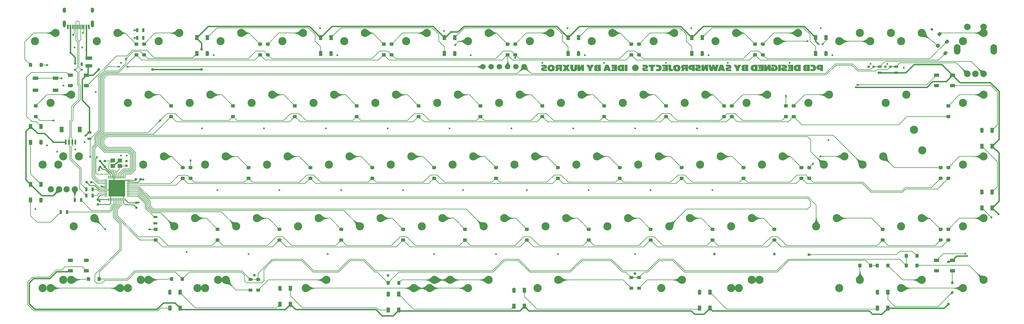
<source format=gbr>
G04 #@! TF.GenerationSoftware,KiCad,Pcbnew,(5.1.10)-1*
G04 #@! TF.CreationDate,2021-10-06T09:16:14+07:00*
G04 #@! TF.ProjectId,averange65,61766572-616e-4676-9536-352e6b696361,rev?*
G04 #@! TF.SameCoordinates,Original*
G04 #@! TF.FileFunction,Copper,L2,Bot*
G04 #@! TF.FilePolarity,Positive*
%FSLAX46Y46*%
G04 Gerber Fmt 4.6, Leading zero omitted, Abs format (unit mm)*
G04 Created by KiCad (PCBNEW (5.1.10)-1) date 2021-10-06 09:16:14*
%MOMM*%
%LPD*%
G01*
G04 APERTURE LIST*
G04 #@! TA.AperFunction,EtchedComponent*
%ADD10C,0.010000*%
G04 #@! TD*
G04 #@! TA.AperFunction,SMDPad,CuDef*
%ADD11R,2.030000X1.140000*%
G04 #@! TD*
G04 #@! TA.AperFunction,ComponentPad*
%ADD12C,1.700000*%
G04 #@! TD*
G04 #@! TA.AperFunction,SMDPad,CuDef*
%ADD13R,1.200000X1.800000*%
G04 #@! TD*
G04 #@! TA.AperFunction,SMDPad,CuDef*
%ADD14R,0.600000X1.550000*%
G04 #@! TD*
G04 #@! TA.AperFunction,SMDPad,CuDef*
%ADD15R,1.400000X1.200000*%
G04 #@! TD*
G04 #@! TA.AperFunction,SMDPad,CuDef*
%ADD16R,1.800000X1.100000*%
G04 #@! TD*
G04 #@! TA.AperFunction,SMDPad,CuDef*
%ADD17R,0.700000X1.000000*%
G04 #@! TD*
G04 #@! TA.AperFunction,SMDPad,CuDef*
%ADD18R,0.700000X0.600000*%
G04 #@! TD*
G04 #@! TA.AperFunction,SMDPad,CuDef*
%ADD19R,0.600000X1.450000*%
G04 #@! TD*
G04 #@! TA.AperFunction,SMDPad,CuDef*
%ADD20R,0.300000X1.450000*%
G04 #@! TD*
G04 #@! TA.AperFunction,ComponentPad*
%ADD21O,1.000000X2.100000*%
G04 #@! TD*
G04 #@! TA.AperFunction,ComponentPad*
%ADD22O,1.000000X1.600000*%
G04 #@! TD*
G04 #@! TA.AperFunction,ComponentPad*
%ADD23C,2.000000*%
G04 #@! TD*
G04 #@! TA.AperFunction,ComponentPad*
%ADD24O,2.000000X3.200000*%
G04 #@! TD*
G04 #@! TA.AperFunction,SMDPad,CuDef*
%ADD25R,1.300000X0.700000*%
G04 #@! TD*
G04 #@! TA.AperFunction,SMDPad,CuDef*
%ADD26R,0.700000X1.300000*%
G04 #@! TD*
G04 #@! TA.AperFunction,SMDPad,CuDef*
%ADD27R,0.800000X0.750000*%
G04 #@! TD*
G04 #@! TA.AperFunction,SMDPad,CuDef*
%ADD28R,0.750000X0.800000*%
G04 #@! TD*
G04 #@! TA.AperFunction,SMDPad,CuDef*
%ADD29R,1.500000X1.000000*%
G04 #@! TD*
G04 #@! TA.AperFunction,SMDPad,CuDef*
%ADD30R,1.000000X1.500000*%
G04 #@! TD*
G04 #@! TA.AperFunction,ComponentPad*
%ADD31C,2.500000*%
G04 #@! TD*
G04 #@! TA.AperFunction,ComponentPad*
%ADD32C,1.905000*%
G04 #@! TD*
G04 #@! TA.AperFunction,SMDPad,CuDef*
%ADD33R,5.150000X5.150000*%
G04 #@! TD*
G04 #@! TA.AperFunction,ViaPad*
%ADD34C,0.600000*%
G04 #@! TD*
G04 #@! TA.AperFunction,ViaPad*
%ADD35C,0.800000*%
G04 #@! TD*
G04 #@! TA.AperFunction,Conductor*
%ADD36C,0.250000*%
G04 #@! TD*
G04 #@! TA.AperFunction,Conductor*
%ADD37C,0.400000*%
G04 #@! TD*
G04 #@! TA.AperFunction,Conductor*
%ADD38C,0.200000*%
G04 #@! TD*
G04 #@! TA.AperFunction,Conductor*
%ADD39C,0.025400*%
G04 #@! TD*
G04 #@! TA.AperFunction,Conductor*
%ADD40C,0.100000*%
G04 #@! TD*
G04 APERTURE END LIST*
D10*
G36*
X243425879Y-52688960D02*
G01*
X243336403Y-52689001D01*
X243251434Y-52689116D01*
X243171413Y-52689302D01*
X243096779Y-52689557D01*
X243027973Y-52689876D01*
X242965434Y-52690257D01*
X242909603Y-52690697D01*
X242860919Y-52691192D01*
X242819823Y-52691740D01*
X242786753Y-52692337D01*
X242762151Y-52692980D01*
X242746455Y-52693667D01*
X242745018Y-52693765D01*
X242653291Y-52702285D01*
X242570020Y-52713984D01*
X242494752Y-52729015D01*
X242427036Y-52747536D01*
X242366418Y-52769701D01*
X242312445Y-52795668D01*
X242264666Y-52825591D01*
X242222626Y-52859627D01*
X242200799Y-52881203D01*
X242170263Y-52917869D01*
X242145830Y-52956979D01*
X242127003Y-52999840D01*
X242113288Y-53047758D01*
X242104189Y-53102039D01*
X242100174Y-53146469D01*
X242099410Y-53196034D01*
X242103066Y-53246194D01*
X242110755Y-53294882D01*
X242122091Y-53340029D01*
X242136687Y-53379569D01*
X242147879Y-53401522D01*
X242175468Y-53439664D01*
X242211297Y-53473917D01*
X242255486Y-53504365D01*
X242308155Y-53531094D01*
X242362284Y-53551829D01*
X242381847Y-53558513D01*
X242397844Y-53564205D01*
X242408324Y-53568199D01*
X242411394Y-53569656D01*
X242408327Y-53571803D01*
X242398326Y-53575452D01*
X242384019Y-53579683D01*
X242317242Y-53601305D01*
X242258426Y-53627791D01*
X242207372Y-53659325D01*
X242163878Y-53696090D01*
X242127745Y-53738271D01*
X242098773Y-53786051D01*
X242076763Y-53839615D01*
X242067807Y-53870586D01*
X242059284Y-53911646D01*
X242053137Y-53956175D01*
X242049629Y-54001007D01*
X242049017Y-54042979D01*
X242051042Y-54074686D01*
X242062374Y-54137751D01*
X242081497Y-54196152D01*
X242108471Y-54249933D01*
X242143356Y-54299140D01*
X242186212Y-54343816D01*
X242237099Y-54384007D01*
X242296076Y-54419755D01*
X242363204Y-54451106D01*
X242438543Y-54478105D01*
X242522152Y-54500795D01*
X242614091Y-54519221D01*
X242660352Y-54526443D01*
X242668951Y-54527578D01*
X242678439Y-54528608D01*
X242689310Y-54529538D01*
X242702054Y-54530376D01*
X242717166Y-54531128D01*
X242735136Y-54531800D01*
X242756457Y-54532400D01*
X242781623Y-54532934D01*
X242811124Y-54533409D01*
X242845454Y-54533830D01*
X242885105Y-54534206D01*
X242930569Y-54534543D01*
X242982338Y-54534846D01*
X243040906Y-54535124D01*
X243106764Y-54535382D01*
X243180404Y-54535627D01*
X243262320Y-54535866D01*
X243353003Y-54536105D01*
X243381971Y-54536178D01*
X244047146Y-54537835D01*
X244044168Y-54110769D01*
X243255370Y-54110769D01*
X243106027Y-54108057D01*
X243057910Y-54107040D01*
X243018296Y-54105868D01*
X242986280Y-54104490D01*
X242960958Y-54102858D01*
X242941427Y-54100922D01*
X242926782Y-54098631D01*
X242923880Y-54098020D01*
X242891919Y-54088688D01*
X242867475Y-54076132D01*
X242848892Y-54059216D01*
X242834513Y-54036800D01*
X242834389Y-54036552D01*
X242828864Y-54025127D01*
X242825010Y-54015321D01*
X242822524Y-54005084D01*
X242821108Y-53992365D01*
X242820461Y-53975116D01*
X242820284Y-53951285D01*
X242820277Y-53940126D01*
X242820366Y-53913184D01*
X242820814Y-53893666D01*
X242821900Y-53879591D01*
X242823898Y-53868976D01*
X242827086Y-53859839D01*
X242831740Y-53850197D01*
X242833202Y-53847404D01*
X242847220Y-53826542D01*
X242865689Y-53810102D01*
X242890443Y-53796715D01*
X242912000Y-53788592D01*
X242920956Y-53785794D01*
X242930005Y-53783536D01*
X242940290Y-53781743D01*
X242952954Y-53780343D01*
X242969140Y-53779261D01*
X242989990Y-53778425D01*
X243016648Y-53777761D01*
X243050255Y-53777196D01*
X243091956Y-53776655D01*
X243098972Y-53776572D01*
X243255370Y-53774726D01*
X243255370Y-54110769D01*
X244044168Y-54110769D01*
X244044020Y-54089638D01*
X244043534Y-54014095D01*
X244043070Y-53930871D01*
X244042636Y-53841695D01*
X244042236Y-53748293D01*
X244041877Y-53652393D01*
X244041565Y-53555721D01*
X244041305Y-53460006D01*
X244041216Y-53418841D01*
X243255370Y-53418841D01*
X243113083Y-53417020D01*
X243072502Y-53416470D01*
X243040131Y-53415915D01*
X243014774Y-53415264D01*
X242995233Y-53414427D01*
X242980312Y-53413314D01*
X242968813Y-53411835D01*
X242959541Y-53409900D01*
X242951297Y-53407418D01*
X242942886Y-53404299D01*
X242942574Y-53404178D01*
X242913263Y-53388572D01*
X242890943Y-53367693D01*
X242876378Y-53342309D01*
X242873982Y-53335154D01*
X242870691Y-53318081D01*
X242868430Y-53294354D01*
X242867438Y-53266693D01*
X242867414Y-53260441D01*
X242867690Y-53236582D01*
X242868685Y-53219569D01*
X242870810Y-53206846D01*
X242874475Y-53195856D01*
X242879508Y-53185181D01*
X242895025Y-53162758D01*
X242912802Y-53148489D01*
X242925677Y-53140972D01*
X242938267Y-53134907D01*
X242951783Y-53130116D01*
X242967438Y-53126424D01*
X242986442Y-53123652D01*
X243010009Y-53121626D01*
X243039349Y-53120167D01*
X243075674Y-53119099D01*
X243120139Y-53118247D01*
X243255370Y-53116025D01*
X243255370Y-53418841D01*
X244041216Y-53418841D01*
X244041103Y-53366974D01*
X244040965Y-53278352D01*
X244040898Y-53195868D01*
X244040891Y-53165191D01*
X244040889Y-52688941D01*
X243425879Y-52688960D01*
G37*
X243425879Y-52688960D02*
X243336403Y-52689001D01*
X243251434Y-52689116D01*
X243171413Y-52689302D01*
X243096779Y-52689557D01*
X243027973Y-52689876D01*
X242965434Y-52690257D01*
X242909603Y-52690697D01*
X242860919Y-52691192D01*
X242819823Y-52691740D01*
X242786753Y-52692337D01*
X242762151Y-52692980D01*
X242746455Y-52693667D01*
X242745018Y-52693765D01*
X242653291Y-52702285D01*
X242570020Y-52713984D01*
X242494752Y-52729015D01*
X242427036Y-52747536D01*
X242366418Y-52769701D01*
X242312445Y-52795668D01*
X242264666Y-52825591D01*
X242222626Y-52859627D01*
X242200799Y-52881203D01*
X242170263Y-52917869D01*
X242145830Y-52956979D01*
X242127003Y-52999840D01*
X242113288Y-53047758D01*
X242104189Y-53102039D01*
X242100174Y-53146469D01*
X242099410Y-53196034D01*
X242103066Y-53246194D01*
X242110755Y-53294882D01*
X242122091Y-53340029D01*
X242136687Y-53379569D01*
X242147879Y-53401522D01*
X242175468Y-53439664D01*
X242211297Y-53473917D01*
X242255486Y-53504365D01*
X242308155Y-53531094D01*
X242362284Y-53551829D01*
X242381847Y-53558513D01*
X242397844Y-53564205D01*
X242408324Y-53568199D01*
X242411394Y-53569656D01*
X242408327Y-53571803D01*
X242398326Y-53575452D01*
X242384019Y-53579683D01*
X242317242Y-53601305D01*
X242258426Y-53627791D01*
X242207372Y-53659325D01*
X242163878Y-53696090D01*
X242127745Y-53738271D01*
X242098773Y-53786051D01*
X242076763Y-53839615D01*
X242067807Y-53870586D01*
X242059284Y-53911646D01*
X242053137Y-53956175D01*
X242049629Y-54001007D01*
X242049017Y-54042979D01*
X242051042Y-54074686D01*
X242062374Y-54137751D01*
X242081497Y-54196152D01*
X242108471Y-54249933D01*
X242143356Y-54299140D01*
X242186212Y-54343816D01*
X242237099Y-54384007D01*
X242296076Y-54419755D01*
X242363204Y-54451106D01*
X242438543Y-54478105D01*
X242522152Y-54500795D01*
X242614091Y-54519221D01*
X242660352Y-54526443D01*
X242668951Y-54527578D01*
X242678439Y-54528608D01*
X242689310Y-54529538D01*
X242702054Y-54530376D01*
X242717166Y-54531128D01*
X242735136Y-54531800D01*
X242756457Y-54532400D01*
X242781623Y-54532934D01*
X242811124Y-54533409D01*
X242845454Y-54533830D01*
X242885105Y-54534206D01*
X242930569Y-54534543D01*
X242982338Y-54534846D01*
X243040906Y-54535124D01*
X243106764Y-54535382D01*
X243180404Y-54535627D01*
X243262320Y-54535866D01*
X243353003Y-54536105D01*
X243381971Y-54536178D01*
X244047146Y-54537835D01*
X244044168Y-54110769D01*
X243255370Y-54110769D01*
X243106027Y-54108057D01*
X243057910Y-54107040D01*
X243018296Y-54105868D01*
X242986280Y-54104490D01*
X242960958Y-54102858D01*
X242941427Y-54100922D01*
X242926782Y-54098631D01*
X242923880Y-54098020D01*
X242891919Y-54088688D01*
X242867475Y-54076132D01*
X242848892Y-54059216D01*
X242834513Y-54036800D01*
X242834389Y-54036552D01*
X242828864Y-54025127D01*
X242825010Y-54015321D01*
X242822524Y-54005084D01*
X242821108Y-53992365D01*
X242820461Y-53975116D01*
X242820284Y-53951285D01*
X242820277Y-53940126D01*
X242820366Y-53913184D01*
X242820814Y-53893666D01*
X242821900Y-53879591D01*
X242823898Y-53868976D01*
X242827086Y-53859839D01*
X242831740Y-53850197D01*
X242833202Y-53847404D01*
X242847220Y-53826542D01*
X242865689Y-53810102D01*
X242890443Y-53796715D01*
X242912000Y-53788592D01*
X242920956Y-53785794D01*
X242930005Y-53783536D01*
X242940290Y-53781743D01*
X242952954Y-53780343D01*
X242969140Y-53779261D01*
X242989990Y-53778425D01*
X243016648Y-53777761D01*
X243050255Y-53777196D01*
X243091956Y-53776655D01*
X243098972Y-53776572D01*
X243255370Y-53774726D01*
X243255370Y-54110769D01*
X244044168Y-54110769D01*
X244044020Y-54089638D01*
X244043534Y-54014095D01*
X244043070Y-53930871D01*
X244042636Y-53841695D01*
X244042236Y-53748293D01*
X244041877Y-53652393D01*
X244041565Y-53555721D01*
X244041305Y-53460006D01*
X244041216Y-53418841D01*
X243255370Y-53418841D01*
X243113083Y-53417020D01*
X243072502Y-53416470D01*
X243040131Y-53415915D01*
X243014774Y-53415264D01*
X242995233Y-53414427D01*
X242980312Y-53413314D01*
X242968813Y-53411835D01*
X242959541Y-53409900D01*
X242951297Y-53407418D01*
X242942886Y-53404299D01*
X242942574Y-53404178D01*
X242913263Y-53388572D01*
X242890943Y-53367693D01*
X242876378Y-53342309D01*
X242873982Y-53335154D01*
X242870691Y-53318081D01*
X242868430Y-53294354D01*
X242867438Y-53266693D01*
X242867414Y-53260441D01*
X242867690Y-53236582D01*
X242868685Y-53219569D01*
X242870810Y-53206846D01*
X242874475Y-53195856D01*
X242879508Y-53185181D01*
X242895025Y-53162758D01*
X242912802Y-53148489D01*
X242925677Y-53140972D01*
X242938267Y-53134907D01*
X242951783Y-53130116D01*
X242967438Y-53126424D01*
X242986442Y-53123652D01*
X243010009Y-53121626D01*
X243039349Y-53120167D01*
X243075674Y-53119099D01*
X243120139Y-53118247D01*
X243255370Y-53116025D01*
X243255370Y-53418841D01*
X244041216Y-53418841D01*
X244041103Y-53366974D01*
X244040965Y-53278352D01*
X244040898Y-53195868D01*
X244040891Y-53165191D01*
X244040889Y-52688941D01*
X243425879Y-52688960D01*
G36*
X244240547Y-52696680D02*
G01*
X244242829Y-52703266D01*
X244248274Y-52717761D01*
X244256561Y-52739338D01*
X244267366Y-52767168D01*
X244280365Y-52800423D01*
X244295235Y-52838276D01*
X244311653Y-52879899D01*
X244329296Y-52924464D01*
X244342506Y-52957736D01*
X244441342Y-53206348D01*
X244621859Y-53206348D01*
X244687320Y-53206571D01*
X244744209Y-53207270D01*
X244793351Y-53208494D01*
X244835570Y-53210289D01*
X244871692Y-53212702D01*
X244902543Y-53215782D01*
X244928947Y-53219575D01*
X244951729Y-53224129D01*
X244957818Y-53225609D01*
X245001723Y-53239925D01*
X245039292Y-53259311D01*
X245070954Y-53284331D01*
X245097140Y-53315549D01*
X245118280Y-53353526D01*
X245134805Y-53398828D01*
X245147145Y-53452018D01*
X245151517Y-53479163D01*
X245153905Y-53502544D01*
X245155643Y-53533092D01*
X245156734Y-53568589D01*
X245157176Y-53606816D01*
X245156971Y-53645555D01*
X245156119Y-53682589D01*
X245154622Y-53715699D01*
X245152479Y-53742667D01*
X245151442Y-53751232D01*
X245142001Y-53803760D01*
X245129135Y-53848495D01*
X245112396Y-53886569D01*
X245091336Y-53919112D01*
X245079445Y-53933228D01*
X245056302Y-53955385D01*
X245030711Y-53973193D01*
X245000986Y-53987446D01*
X244965440Y-53998938D01*
X244922387Y-54008464D01*
X244918129Y-54009244D01*
X244907606Y-54010904D01*
X244895213Y-54012341D01*
X244880174Y-54013577D01*
X244861708Y-54014636D01*
X244839039Y-54015541D01*
X244811388Y-54016314D01*
X244777976Y-54016979D01*
X244738025Y-54017559D01*
X244690757Y-54018076D01*
X244635392Y-54018555D01*
X244592398Y-54018871D01*
X244309000Y-54020851D01*
X244309000Y-54537496D01*
X244712342Y-54536674D01*
X244773632Y-54536532D01*
X244832577Y-54536360D01*
X244888450Y-54536164D01*
X244940522Y-54535947D01*
X244988064Y-54535714D01*
X245030348Y-54535468D01*
X245066646Y-54535214D01*
X245096229Y-54534955D01*
X245118369Y-54534697D01*
X245132338Y-54534443D01*
X245136852Y-54534270D01*
X245166177Y-54531348D01*
X245201525Y-54526695D01*
X245239891Y-54520806D01*
X245278270Y-54514175D01*
X245313657Y-54507294D01*
X245343047Y-54500658D01*
X245346123Y-54499878D01*
X245433864Y-54473147D01*
X245514824Y-54439922D01*
X245589088Y-54400138D01*
X245656743Y-54353733D01*
X245717872Y-54300643D01*
X245772560Y-54240804D01*
X245820894Y-54174154D01*
X245850905Y-54123570D01*
X245882636Y-54056946D01*
X245909230Y-53983563D01*
X245930580Y-53904612D01*
X245946581Y-53821284D01*
X245957126Y-53734768D01*
X245962108Y-53646256D01*
X245961421Y-53556939D01*
X245954959Y-53468006D01*
X245942615Y-53380649D01*
X245924726Y-53297784D01*
X245900941Y-53217748D01*
X245872269Y-53145034D01*
X245838146Y-53078613D01*
X245798006Y-53017451D01*
X245751285Y-52960517D01*
X245725237Y-52933269D01*
X245664886Y-52879185D01*
X245599115Y-52831993D01*
X245527603Y-52791544D01*
X245450029Y-52757689D01*
X245366073Y-52730278D01*
X245275414Y-52709163D01*
X245226222Y-52700728D01*
X245200661Y-52697694D01*
X245165880Y-52694973D01*
X245121861Y-52692567D01*
X245068581Y-52690473D01*
X245006021Y-52688692D01*
X244934161Y-52687223D01*
X244852979Y-52686066D01*
X244762455Y-52685220D01*
X244662570Y-52684684D01*
X244556610Y-52684461D01*
X244237424Y-52684237D01*
X244240547Y-52696680D01*
G37*
X244240547Y-52696680D02*
X244242829Y-52703266D01*
X244248274Y-52717761D01*
X244256561Y-52739338D01*
X244267366Y-52767168D01*
X244280365Y-52800423D01*
X244295235Y-52838276D01*
X244311653Y-52879899D01*
X244329296Y-52924464D01*
X244342506Y-52957736D01*
X244441342Y-53206348D01*
X244621859Y-53206348D01*
X244687320Y-53206571D01*
X244744209Y-53207270D01*
X244793351Y-53208494D01*
X244835570Y-53210289D01*
X244871692Y-53212702D01*
X244902543Y-53215782D01*
X244928947Y-53219575D01*
X244951729Y-53224129D01*
X244957818Y-53225609D01*
X245001723Y-53239925D01*
X245039292Y-53259311D01*
X245070954Y-53284331D01*
X245097140Y-53315549D01*
X245118280Y-53353526D01*
X245134805Y-53398828D01*
X245147145Y-53452018D01*
X245151517Y-53479163D01*
X245153905Y-53502544D01*
X245155643Y-53533092D01*
X245156734Y-53568589D01*
X245157176Y-53606816D01*
X245156971Y-53645555D01*
X245156119Y-53682589D01*
X245154622Y-53715699D01*
X245152479Y-53742667D01*
X245151442Y-53751232D01*
X245142001Y-53803760D01*
X245129135Y-53848495D01*
X245112396Y-53886569D01*
X245091336Y-53919112D01*
X245079445Y-53933228D01*
X245056302Y-53955385D01*
X245030711Y-53973193D01*
X245000986Y-53987446D01*
X244965440Y-53998938D01*
X244922387Y-54008464D01*
X244918129Y-54009244D01*
X244907606Y-54010904D01*
X244895213Y-54012341D01*
X244880174Y-54013577D01*
X244861708Y-54014636D01*
X244839039Y-54015541D01*
X244811388Y-54016314D01*
X244777976Y-54016979D01*
X244738025Y-54017559D01*
X244690757Y-54018076D01*
X244635392Y-54018555D01*
X244592398Y-54018871D01*
X244309000Y-54020851D01*
X244309000Y-54537496D01*
X244712342Y-54536674D01*
X244773632Y-54536532D01*
X244832577Y-54536360D01*
X244888450Y-54536164D01*
X244940522Y-54535947D01*
X244988064Y-54535714D01*
X245030348Y-54535468D01*
X245066646Y-54535214D01*
X245096229Y-54534955D01*
X245118369Y-54534697D01*
X245132338Y-54534443D01*
X245136852Y-54534270D01*
X245166177Y-54531348D01*
X245201525Y-54526695D01*
X245239891Y-54520806D01*
X245278270Y-54514175D01*
X245313657Y-54507294D01*
X245343047Y-54500658D01*
X245346123Y-54499878D01*
X245433864Y-54473147D01*
X245514824Y-54439922D01*
X245589088Y-54400138D01*
X245656743Y-54353733D01*
X245717872Y-54300643D01*
X245772560Y-54240804D01*
X245820894Y-54174154D01*
X245850905Y-54123570D01*
X245882636Y-54056946D01*
X245909230Y-53983563D01*
X245930580Y-53904612D01*
X245946581Y-53821284D01*
X245957126Y-53734768D01*
X245962108Y-53646256D01*
X245961421Y-53556939D01*
X245954959Y-53468006D01*
X245942615Y-53380649D01*
X245924726Y-53297784D01*
X245900941Y-53217748D01*
X245872269Y-53145034D01*
X245838146Y-53078613D01*
X245798006Y-53017451D01*
X245751285Y-52960517D01*
X245725237Y-52933269D01*
X245664886Y-52879185D01*
X245599115Y-52831993D01*
X245527603Y-52791544D01*
X245450029Y-52757689D01*
X245366073Y-52730278D01*
X245275414Y-52709163D01*
X245226222Y-52700728D01*
X245200661Y-52697694D01*
X245165880Y-52694973D01*
X245121861Y-52692567D01*
X245068581Y-52690473D01*
X245006021Y-52688692D01*
X244934161Y-52687223D01*
X244852979Y-52686066D01*
X244762455Y-52685220D01*
X244662570Y-52684684D01*
X244556610Y-52684461D01*
X244237424Y-52684237D01*
X244240547Y-52696680D01*
G36*
X247541620Y-52685582D02*
G01*
X247449033Y-52685942D01*
X247365281Y-52686316D01*
X247289792Y-52686725D01*
X247221994Y-52687193D01*
X247161315Y-52687743D01*
X247107183Y-52688396D01*
X247059025Y-52689177D01*
X247016270Y-52690107D01*
X246978345Y-52691210D01*
X246944678Y-52692508D01*
X246914697Y-52694024D01*
X246887830Y-52695781D01*
X246863505Y-52697802D01*
X246841150Y-52700109D01*
X246820191Y-52702726D01*
X246800059Y-52705675D01*
X246780179Y-52708978D01*
X246759980Y-52712659D01*
X246738891Y-52716741D01*
X246733759Y-52717758D01*
X246647588Y-52738218D01*
X246569198Y-52763883D01*
X246498431Y-52794908D01*
X246435130Y-52831447D01*
X246379139Y-52873655D01*
X246330301Y-52921688D01*
X246288459Y-52975700D01*
X246253456Y-53035846D01*
X246225135Y-53102281D01*
X246203340Y-53175159D01*
X246187913Y-53254636D01*
X246187559Y-53257042D01*
X246184016Y-53289496D01*
X246181618Y-53328706D01*
X246180365Y-53372088D01*
X246180257Y-53417062D01*
X246181292Y-53461044D01*
X246183470Y-53501453D01*
X246186789Y-53535707D01*
X246187657Y-53542057D01*
X246203453Y-53624977D01*
X246225775Y-53701274D01*
X246254784Y-53771130D01*
X246290639Y-53834727D01*
X246333499Y-53892244D01*
X246383525Y-53943865D01*
X246440875Y-53989770D01*
X246505710Y-54030140D01*
X246578188Y-54065158D01*
X246658469Y-54095003D01*
X246680039Y-54101757D01*
X246727896Y-54115231D01*
X246775824Y-54126600D01*
X246825119Y-54136022D01*
X246877076Y-54143659D01*
X246932990Y-54149669D01*
X246994156Y-54154211D01*
X247061868Y-54157445D01*
X247137422Y-54159531D01*
X247151213Y-54159784D01*
X247314666Y-54162588D01*
X247314666Y-54537496D01*
X248100185Y-54537496D01*
X248100185Y-53422571D01*
X247314666Y-53422571D01*
X247314666Y-53643793D01*
X247233527Y-53643671D01*
X247202366Y-53643344D01*
X247170290Y-53642522D01*
X247140245Y-53641314D01*
X247115175Y-53639825D01*
X247105352Y-53639003D01*
X247064769Y-53632750D01*
X247031875Y-53622162D01*
X247005673Y-53606511D01*
X246985165Y-53585069D01*
X246969352Y-53557109D01*
X246960627Y-53533538D01*
X246956596Y-53519451D01*
X246953743Y-53505739D01*
X246951875Y-53490340D01*
X246950797Y-53471192D01*
X246950318Y-53446233D01*
X246950235Y-53422718D01*
X246950676Y-53388803D01*
X246951923Y-53358836D01*
X246953869Y-53334637D01*
X246956388Y-53318108D01*
X246966726Y-53288725D01*
X246982985Y-53261728D01*
X247003256Y-53240041D01*
X247011277Y-53234023D01*
X247024754Y-53225820D01*
X247038782Y-53219245D01*
X247054693Y-53214057D01*
X247073820Y-53210011D01*
X247097496Y-53206867D01*
X247127052Y-53204379D01*
X247163821Y-53202307D01*
X247192082Y-53201073D01*
X247223583Y-53199907D01*
X247252104Y-53199056D01*
X247276248Y-53198545D01*
X247294618Y-53198399D01*
X247305816Y-53198643D01*
X247308499Y-53198982D01*
X247309978Y-53201171D01*
X247311214Y-53206970D01*
X247312226Y-53217080D01*
X247313032Y-53232203D01*
X247313652Y-53253041D01*
X247314106Y-53280294D01*
X247314413Y-53314663D01*
X247314593Y-53356850D01*
X247314663Y-53407557D01*
X247314666Y-53422571D01*
X248100185Y-53422571D01*
X248100185Y-52683504D01*
X247541620Y-52685582D01*
G37*
X247541620Y-52685582D02*
X247449033Y-52685942D01*
X247365281Y-52686316D01*
X247289792Y-52686725D01*
X247221994Y-52687193D01*
X247161315Y-52687743D01*
X247107183Y-52688396D01*
X247059025Y-52689177D01*
X247016270Y-52690107D01*
X246978345Y-52691210D01*
X246944678Y-52692508D01*
X246914697Y-52694024D01*
X246887830Y-52695781D01*
X246863505Y-52697802D01*
X246841150Y-52700109D01*
X246820191Y-52702726D01*
X246800059Y-52705675D01*
X246780179Y-52708978D01*
X246759980Y-52712659D01*
X246738891Y-52716741D01*
X246733759Y-52717758D01*
X246647588Y-52738218D01*
X246569198Y-52763883D01*
X246498431Y-52794908D01*
X246435130Y-52831447D01*
X246379139Y-52873655D01*
X246330301Y-52921688D01*
X246288459Y-52975700D01*
X246253456Y-53035846D01*
X246225135Y-53102281D01*
X246203340Y-53175159D01*
X246187913Y-53254636D01*
X246187559Y-53257042D01*
X246184016Y-53289496D01*
X246181618Y-53328706D01*
X246180365Y-53372088D01*
X246180257Y-53417062D01*
X246181292Y-53461044D01*
X246183470Y-53501453D01*
X246186789Y-53535707D01*
X246187657Y-53542057D01*
X246203453Y-53624977D01*
X246225775Y-53701274D01*
X246254784Y-53771130D01*
X246290639Y-53834727D01*
X246333499Y-53892244D01*
X246383525Y-53943865D01*
X246440875Y-53989770D01*
X246505710Y-54030140D01*
X246578188Y-54065158D01*
X246658469Y-54095003D01*
X246680039Y-54101757D01*
X246727896Y-54115231D01*
X246775824Y-54126600D01*
X246825119Y-54136022D01*
X246877076Y-54143659D01*
X246932990Y-54149669D01*
X246994156Y-54154211D01*
X247061868Y-54157445D01*
X247137422Y-54159531D01*
X247151213Y-54159784D01*
X247314666Y-54162588D01*
X247314666Y-54537496D01*
X248100185Y-54537496D01*
X248100185Y-53422571D01*
X247314666Y-53422571D01*
X247314666Y-53643793D01*
X247233527Y-53643671D01*
X247202366Y-53643344D01*
X247170290Y-53642522D01*
X247140245Y-53641314D01*
X247115175Y-53639825D01*
X247105352Y-53639003D01*
X247064769Y-53632750D01*
X247031875Y-53622162D01*
X247005673Y-53606511D01*
X246985165Y-53585069D01*
X246969352Y-53557109D01*
X246960627Y-53533538D01*
X246956596Y-53519451D01*
X246953743Y-53505739D01*
X246951875Y-53490340D01*
X246950797Y-53471192D01*
X246950318Y-53446233D01*
X246950235Y-53422718D01*
X246950676Y-53388803D01*
X246951923Y-53358836D01*
X246953869Y-53334637D01*
X246956388Y-53318108D01*
X246966726Y-53288725D01*
X246982985Y-53261728D01*
X247003256Y-53240041D01*
X247011277Y-53234023D01*
X247024754Y-53225820D01*
X247038782Y-53219245D01*
X247054693Y-53214057D01*
X247073820Y-53210011D01*
X247097496Y-53206867D01*
X247127052Y-53204379D01*
X247163821Y-53202307D01*
X247192082Y-53201073D01*
X247223583Y-53199907D01*
X247252104Y-53199056D01*
X247276248Y-53198545D01*
X247294618Y-53198399D01*
X247305816Y-53198643D01*
X247308499Y-53198982D01*
X247309978Y-53201171D01*
X247311214Y-53206970D01*
X247312226Y-53217080D01*
X247313032Y-53232203D01*
X247313652Y-53253041D01*
X247314106Y-53280294D01*
X247314413Y-53314663D01*
X247314593Y-53356850D01*
X247314663Y-53407557D01*
X247314666Y-53422571D01*
X248100185Y-53422571D01*
X248100185Y-52683504D01*
X247541620Y-52685582D01*
G36*
X232237217Y-52753078D02*
G01*
X232248079Y-52780576D01*
X232261608Y-52814792D01*
X232277001Y-52853696D01*
X232293456Y-52895263D01*
X232310170Y-52937464D01*
X232326341Y-52978273D01*
X232330049Y-52987626D01*
X232387858Y-53133441D01*
X232723975Y-53136170D01*
X232790518Y-53136737D01*
X232848357Y-53137296D01*
X232898197Y-53137866D01*
X232940740Y-53138468D01*
X232976691Y-53139119D01*
X233006753Y-53139840D01*
X233031630Y-53140651D01*
X233052026Y-53141570D01*
X233068645Y-53142618D01*
X233082189Y-53143813D01*
X233093364Y-53145176D01*
X233102426Y-53146643D01*
X233166710Y-53160726D01*
X233222985Y-53178170D01*
X233272181Y-53199406D01*
X233315229Y-53224868D01*
X233353060Y-53254988D01*
X233368899Y-53270457D01*
X233402584Y-53310978D01*
X233429894Y-53356217D01*
X233451068Y-53406831D01*
X233466342Y-53463474D01*
X233475955Y-53526803D01*
X233479448Y-53575589D01*
X233479501Y-53651019D01*
X233472952Y-53720460D01*
X233459875Y-53783747D01*
X233440346Y-53840715D01*
X233414439Y-53891199D01*
X233382230Y-53935035D01*
X233343793Y-53972057D01*
X233299203Y-54002101D01*
X233281166Y-54011412D01*
X233257307Y-54022335D01*
X233235451Y-54031011D01*
X233213990Y-54037724D01*
X233191318Y-54042756D01*
X233165826Y-54046391D01*
X233135908Y-54048911D01*
X233099955Y-54050601D01*
X233056361Y-54051742D01*
X233051680Y-54051834D01*
X233017521Y-54052333D01*
X232984721Y-54052523D01*
X232955023Y-54052415D01*
X232930169Y-54052023D01*
X232911904Y-54051357D01*
X232904689Y-54050817D01*
X232874296Y-54047562D01*
X232874296Y-53794311D01*
X233114185Y-53794311D01*
X233114185Y-53436830D01*
X232201666Y-53436830D01*
X232201666Y-54518004D01*
X232226361Y-54520601D01*
X232249323Y-54522546D01*
X232280714Y-54524495D01*
X232319553Y-54526428D01*
X232364863Y-54528325D01*
X232415663Y-54530166D01*
X232470976Y-54531932D01*
X232529821Y-54533602D01*
X232591219Y-54535158D01*
X232654192Y-54536578D01*
X232717761Y-54537843D01*
X232780945Y-54538934D01*
X232842766Y-54539830D01*
X232902246Y-54540512D01*
X232958404Y-54540960D01*
X233010262Y-54541153D01*
X233056841Y-54541073D01*
X233097161Y-54540700D01*
X233130243Y-54540012D01*
X233149463Y-54539292D01*
X233223635Y-54535283D01*
X233289542Y-54530749D01*
X233348319Y-54525519D01*
X233401100Y-54519422D01*
X233449020Y-54512286D01*
X233493216Y-54503939D01*
X233534821Y-54494211D01*
X233574971Y-54482929D01*
X233614801Y-54469922D01*
X233619394Y-54468314D01*
X233700933Y-54435636D01*
X233775158Y-54397534D01*
X233842219Y-54353808D01*
X233902269Y-54304259D01*
X233955459Y-54248689D01*
X234001941Y-54186899D01*
X234041865Y-54118688D01*
X234075385Y-54043859D01*
X234102650Y-53962212D01*
X234123813Y-53873548D01*
X234137810Y-53787255D01*
X234141462Y-53750702D01*
X234144025Y-53707211D01*
X234145499Y-53659188D01*
X234145886Y-53609042D01*
X234145184Y-53559177D01*
X234143396Y-53512001D01*
X234140520Y-53469920D01*
X234137746Y-53443885D01*
X234121746Y-53348277D01*
X234099275Y-53259377D01*
X234070350Y-53177222D01*
X234034986Y-53101850D01*
X233993200Y-53033297D01*
X233945008Y-52971602D01*
X233921055Y-52945902D01*
X233859507Y-52890056D01*
X233791065Y-52840405D01*
X233716027Y-52797080D01*
X233634690Y-52760213D01*
X233547352Y-52729934D01*
X233454312Y-52706375D01*
X233355867Y-52689667D01*
X233332503Y-52686808D01*
X233306234Y-52683978D01*
X233279429Y-52681444D01*
X233251416Y-52679184D01*
X233221527Y-52677181D01*
X233189092Y-52675413D01*
X233153440Y-52673862D01*
X233113902Y-52672507D01*
X233069808Y-52671330D01*
X233020488Y-52670309D01*
X232965272Y-52669427D01*
X232903491Y-52668662D01*
X232834474Y-52667996D01*
X232757552Y-52667408D01*
X232672055Y-52666879D01*
X232649958Y-52666757D01*
X232202195Y-52664346D01*
X232237217Y-52753078D01*
G37*
X232237217Y-52753078D02*
X232248079Y-52780576D01*
X232261608Y-52814792D01*
X232277001Y-52853696D01*
X232293456Y-52895263D01*
X232310170Y-52937464D01*
X232326341Y-52978273D01*
X232330049Y-52987626D01*
X232387858Y-53133441D01*
X232723975Y-53136170D01*
X232790518Y-53136737D01*
X232848357Y-53137296D01*
X232898197Y-53137866D01*
X232940740Y-53138468D01*
X232976691Y-53139119D01*
X233006753Y-53139840D01*
X233031630Y-53140651D01*
X233052026Y-53141570D01*
X233068645Y-53142618D01*
X233082189Y-53143813D01*
X233093364Y-53145176D01*
X233102426Y-53146643D01*
X233166710Y-53160726D01*
X233222985Y-53178170D01*
X233272181Y-53199406D01*
X233315229Y-53224868D01*
X233353060Y-53254988D01*
X233368899Y-53270457D01*
X233402584Y-53310978D01*
X233429894Y-53356217D01*
X233451068Y-53406831D01*
X233466342Y-53463474D01*
X233475955Y-53526803D01*
X233479448Y-53575589D01*
X233479501Y-53651019D01*
X233472952Y-53720460D01*
X233459875Y-53783747D01*
X233440346Y-53840715D01*
X233414439Y-53891199D01*
X233382230Y-53935035D01*
X233343793Y-53972057D01*
X233299203Y-54002101D01*
X233281166Y-54011412D01*
X233257307Y-54022335D01*
X233235451Y-54031011D01*
X233213990Y-54037724D01*
X233191318Y-54042756D01*
X233165826Y-54046391D01*
X233135908Y-54048911D01*
X233099955Y-54050601D01*
X233056361Y-54051742D01*
X233051680Y-54051834D01*
X233017521Y-54052333D01*
X232984721Y-54052523D01*
X232955023Y-54052415D01*
X232930169Y-54052023D01*
X232911904Y-54051357D01*
X232904689Y-54050817D01*
X232874296Y-54047562D01*
X232874296Y-53794311D01*
X233114185Y-53794311D01*
X233114185Y-53436830D01*
X232201666Y-53436830D01*
X232201666Y-54518004D01*
X232226361Y-54520601D01*
X232249323Y-54522546D01*
X232280714Y-54524495D01*
X232319553Y-54526428D01*
X232364863Y-54528325D01*
X232415663Y-54530166D01*
X232470976Y-54531932D01*
X232529821Y-54533602D01*
X232591219Y-54535158D01*
X232654192Y-54536578D01*
X232717761Y-54537843D01*
X232780945Y-54538934D01*
X232842766Y-54539830D01*
X232902246Y-54540512D01*
X232958404Y-54540960D01*
X233010262Y-54541153D01*
X233056841Y-54541073D01*
X233097161Y-54540700D01*
X233130243Y-54540012D01*
X233149463Y-54539292D01*
X233223635Y-54535283D01*
X233289542Y-54530749D01*
X233348319Y-54525519D01*
X233401100Y-54519422D01*
X233449020Y-54512286D01*
X233493216Y-54503939D01*
X233534821Y-54494211D01*
X233574971Y-54482929D01*
X233614801Y-54469922D01*
X233619394Y-54468314D01*
X233700933Y-54435636D01*
X233775158Y-54397534D01*
X233842219Y-54353808D01*
X233902269Y-54304259D01*
X233955459Y-54248689D01*
X234001941Y-54186899D01*
X234041865Y-54118688D01*
X234075385Y-54043859D01*
X234102650Y-53962212D01*
X234123813Y-53873548D01*
X234137810Y-53787255D01*
X234141462Y-53750702D01*
X234144025Y-53707211D01*
X234145499Y-53659188D01*
X234145886Y-53609042D01*
X234145184Y-53559177D01*
X234143396Y-53512001D01*
X234140520Y-53469920D01*
X234137746Y-53443885D01*
X234121746Y-53348277D01*
X234099275Y-53259377D01*
X234070350Y-53177222D01*
X234034986Y-53101850D01*
X233993200Y-53033297D01*
X233945008Y-52971602D01*
X233921055Y-52945902D01*
X233859507Y-52890056D01*
X233791065Y-52840405D01*
X233716027Y-52797080D01*
X233634690Y-52760213D01*
X233547352Y-52729934D01*
X233454312Y-52706375D01*
X233355867Y-52689667D01*
X233332503Y-52686808D01*
X233306234Y-52683978D01*
X233279429Y-52681444D01*
X233251416Y-52679184D01*
X233221527Y-52677181D01*
X233189092Y-52675413D01*
X233153440Y-52673862D01*
X233113902Y-52672507D01*
X233069808Y-52671330D01*
X233020488Y-52670309D01*
X232965272Y-52669427D01*
X232903491Y-52668662D01*
X232834474Y-52667996D01*
X232757552Y-52667408D01*
X232672055Y-52666879D01*
X232649958Y-52666757D01*
X232202195Y-52664346D01*
X232237217Y-52753078D01*
G36*
X234351259Y-54542200D02*
G01*
X235132074Y-54542200D01*
X235132074Y-52688941D01*
X234351259Y-52688941D01*
X234351259Y-54542200D01*
G37*
X234351259Y-54542200D02*
X235132074Y-54542200D01*
X235132074Y-52688941D01*
X234351259Y-52688941D01*
X234351259Y-54542200D01*
G36*
X235405771Y-52868704D02*
G01*
X235422958Y-52912039D01*
X235440201Y-52955568D01*
X235456942Y-52997876D01*
X235472621Y-53037545D01*
X235486679Y-53073159D01*
X235498554Y-53103304D01*
X235507689Y-53126561D01*
X235509879Y-53132157D01*
X235538794Y-53206133D01*
X235915165Y-53207417D01*
X235983504Y-53207655D01*
X236043069Y-53207885D01*
X236094495Y-53208122D01*
X236138416Y-53208386D01*
X236175467Y-53208693D01*
X236206281Y-53209061D01*
X236231493Y-53209506D01*
X236251737Y-53210048D01*
X236267648Y-53210701D01*
X236279858Y-53211485D01*
X236289004Y-53212417D01*
X236295718Y-53213513D01*
X236300635Y-53214792D01*
X236304390Y-53216270D01*
X236307615Y-53217966D01*
X236308000Y-53218186D01*
X236324456Y-53231554D01*
X236336503Y-53250633D01*
X236344506Y-53276357D01*
X236348832Y-53309659D01*
X236349571Y-53323999D01*
X236349693Y-53358158D01*
X236347177Y-53384798D01*
X236341725Y-53405516D01*
X236333040Y-53421903D01*
X236330713Y-53425026D01*
X236325870Y-53431024D01*
X236321020Y-53436101D01*
X236315368Y-53440344D01*
X236308124Y-53443842D01*
X236298493Y-53446681D01*
X236285683Y-53448950D01*
X236268900Y-53450735D01*
X236247353Y-53452124D01*
X236220248Y-53453205D01*
X236186792Y-53454065D01*
X236146193Y-53454792D01*
X236097658Y-53455473D01*
X236049296Y-53456084D01*
X235990469Y-53456876D01*
X235940038Y-53457713D01*
X235896991Y-53458656D01*
X235860319Y-53459766D01*
X235829008Y-53461104D01*
X235802048Y-53462733D01*
X235778428Y-53464712D01*
X235757136Y-53467105D01*
X235737161Y-53469971D01*
X235717491Y-53473372D01*
X235697116Y-53477370D01*
X235696655Y-53477465D01*
X235627867Y-53495126D01*
X235566590Y-53518415D01*
X235512690Y-53547480D01*
X235466031Y-53582468D01*
X235426477Y-53623528D01*
X235393894Y-53670807D01*
X235368146Y-53724454D01*
X235349098Y-53784616D01*
X235336614Y-53851442D01*
X235333982Y-53874274D01*
X235330790Y-53938410D01*
X235333340Y-54005121D01*
X235341260Y-54072657D01*
X235354174Y-54139266D01*
X235371710Y-54203197D01*
X235393495Y-54262700D01*
X235419154Y-54316023D01*
X235433284Y-54339765D01*
X235464671Y-54380951D01*
X235503992Y-54419796D01*
X235549873Y-54455334D01*
X235600941Y-54486593D01*
X235655822Y-54512604D01*
X235701222Y-54528883D01*
X235736500Y-54539753D01*
X236375027Y-54541075D01*
X237013555Y-54542396D01*
X237013555Y-54062422D01*
X236603157Y-54062278D01*
X236522393Y-54062226D01*
X236450465Y-54062115D01*
X236386800Y-54061922D01*
X236330827Y-54061624D01*
X236281974Y-54061197D01*
X236239669Y-54060619D01*
X236203339Y-54059866D01*
X236172414Y-54058915D01*
X236146321Y-54057743D01*
X236124488Y-54056328D01*
X236106344Y-54054645D01*
X236091316Y-54052672D01*
X236078832Y-54050386D01*
X236068322Y-54047764D01*
X236059212Y-54044781D01*
X236050932Y-54041417D01*
X236047429Y-54039821D01*
X236020192Y-54023495D01*
X236000896Y-54003296D01*
X235989078Y-53978361D01*
X235984271Y-53947828D01*
X235984771Y-53923436D01*
X235988241Y-53896723D01*
X235994743Y-53876421D01*
X236005421Y-53859726D01*
X236014774Y-53849829D01*
X236023721Y-53842161D01*
X236033689Y-53835623D01*
X236045458Y-53830126D01*
X236059811Y-53825584D01*
X236077529Y-53821910D01*
X236099395Y-53819015D01*
X236126189Y-53816812D01*
X236158694Y-53815215D01*
X236197691Y-53814136D01*
X236243962Y-53813488D01*
X236298288Y-53813182D01*
X236343277Y-53813126D01*
X236387767Y-53813012D01*
X236430778Y-53812687D01*
X236471083Y-53812176D01*
X236507453Y-53811503D01*
X236538660Y-53810693D01*
X236563476Y-53809770D01*
X236580671Y-53808759D01*
X236585642Y-53808277D01*
X236646322Y-53797912D01*
X236705104Y-53782114D01*
X236759899Y-53761592D01*
X236808616Y-53737052D01*
X236823781Y-53727686D01*
X236874568Y-53689171D01*
X236918259Y-53644553D01*
X236954866Y-53593809D01*
X236984400Y-53536915D01*
X237006870Y-53473850D01*
X237022287Y-53404589D01*
X237030663Y-53329109D01*
X237032342Y-53272908D01*
X237029895Y-53201590D01*
X237022348Y-53137318D01*
X237009307Y-53078990D01*
X236990377Y-53025508D01*
X236965165Y-52975770D01*
X236933276Y-52928677D01*
X236894315Y-52883127D01*
X236891708Y-52880381D01*
X236851235Y-52842006D01*
X236805483Y-52805556D01*
X236756516Y-52772345D01*
X236706401Y-52743689D01*
X236657205Y-52720900D01*
X236620796Y-52708044D01*
X236608511Y-52704334D01*
X236597550Y-52700998D01*
X236587379Y-52698015D01*
X236577461Y-52695365D01*
X236567259Y-52693027D01*
X236556239Y-52690978D01*
X236543862Y-52689199D01*
X236529594Y-52687669D01*
X236512899Y-52686365D01*
X236493240Y-52685268D01*
X236470080Y-52684355D01*
X236442885Y-52683607D01*
X236411118Y-52683001D01*
X236374242Y-52682518D01*
X236331723Y-52682135D01*
X236283022Y-52681832D01*
X236227606Y-52681588D01*
X236164936Y-52681382D01*
X236094478Y-52681192D01*
X236015695Y-52680998D01*
X235928050Y-52680778D01*
X235926298Y-52680774D01*
X235330578Y-52679226D01*
X235405771Y-52868704D01*
G37*
X235405771Y-52868704D02*
X235422958Y-52912039D01*
X235440201Y-52955568D01*
X235456942Y-52997876D01*
X235472621Y-53037545D01*
X235486679Y-53073159D01*
X235498554Y-53103304D01*
X235507689Y-53126561D01*
X235509879Y-53132157D01*
X235538794Y-53206133D01*
X235915165Y-53207417D01*
X235983504Y-53207655D01*
X236043069Y-53207885D01*
X236094495Y-53208122D01*
X236138416Y-53208386D01*
X236175467Y-53208693D01*
X236206281Y-53209061D01*
X236231493Y-53209506D01*
X236251737Y-53210048D01*
X236267648Y-53210701D01*
X236279858Y-53211485D01*
X236289004Y-53212417D01*
X236295718Y-53213513D01*
X236300635Y-53214792D01*
X236304390Y-53216270D01*
X236307615Y-53217966D01*
X236308000Y-53218186D01*
X236324456Y-53231554D01*
X236336503Y-53250633D01*
X236344506Y-53276357D01*
X236348832Y-53309659D01*
X236349571Y-53323999D01*
X236349693Y-53358158D01*
X236347177Y-53384798D01*
X236341725Y-53405516D01*
X236333040Y-53421903D01*
X236330713Y-53425026D01*
X236325870Y-53431024D01*
X236321020Y-53436101D01*
X236315368Y-53440344D01*
X236308124Y-53443842D01*
X236298493Y-53446681D01*
X236285683Y-53448950D01*
X236268900Y-53450735D01*
X236247353Y-53452124D01*
X236220248Y-53453205D01*
X236186792Y-53454065D01*
X236146193Y-53454792D01*
X236097658Y-53455473D01*
X236049296Y-53456084D01*
X235990469Y-53456876D01*
X235940038Y-53457713D01*
X235896991Y-53458656D01*
X235860319Y-53459766D01*
X235829008Y-53461104D01*
X235802048Y-53462733D01*
X235778428Y-53464712D01*
X235757136Y-53467105D01*
X235737161Y-53469971D01*
X235717491Y-53473372D01*
X235697116Y-53477370D01*
X235696655Y-53477465D01*
X235627867Y-53495126D01*
X235566590Y-53518415D01*
X235512690Y-53547480D01*
X235466031Y-53582468D01*
X235426477Y-53623528D01*
X235393894Y-53670807D01*
X235368146Y-53724454D01*
X235349098Y-53784616D01*
X235336614Y-53851442D01*
X235333982Y-53874274D01*
X235330790Y-53938410D01*
X235333340Y-54005121D01*
X235341260Y-54072657D01*
X235354174Y-54139266D01*
X235371710Y-54203197D01*
X235393495Y-54262700D01*
X235419154Y-54316023D01*
X235433284Y-54339765D01*
X235464671Y-54380951D01*
X235503992Y-54419796D01*
X235549873Y-54455334D01*
X235600941Y-54486593D01*
X235655822Y-54512604D01*
X235701222Y-54528883D01*
X235736500Y-54539753D01*
X236375027Y-54541075D01*
X237013555Y-54542396D01*
X237013555Y-54062422D01*
X236603157Y-54062278D01*
X236522393Y-54062226D01*
X236450465Y-54062115D01*
X236386800Y-54061922D01*
X236330827Y-54061624D01*
X236281974Y-54061197D01*
X236239669Y-54060619D01*
X236203339Y-54059866D01*
X236172414Y-54058915D01*
X236146321Y-54057743D01*
X236124488Y-54056328D01*
X236106344Y-54054645D01*
X236091316Y-54052672D01*
X236078832Y-54050386D01*
X236068322Y-54047764D01*
X236059212Y-54044781D01*
X236050932Y-54041417D01*
X236047429Y-54039821D01*
X236020192Y-54023495D01*
X236000896Y-54003296D01*
X235989078Y-53978361D01*
X235984271Y-53947828D01*
X235984771Y-53923436D01*
X235988241Y-53896723D01*
X235994743Y-53876421D01*
X236005421Y-53859726D01*
X236014774Y-53849829D01*
X236023721Y-53842161D01*
X236033689Y-53835623D01*
X236045458Y-53830126D01*
X236059811Y-53825584D01*
X236077529Y-53821910D01*
X236099395Y-53819015D01*
X236126189Y-53816812D01*
X236158694Y-53815215D01*
X236197691Y-53814136D01*
X236243962Y-53813488D01*
X236298288Y-53813182D01*
X236343277Y-53813126D01*
X236387767Y-53813012D01*
X236430778Y-53812687D01*
X236471083Y-53812176D01*
X236507453Y-53811503D01*
X236538660Y-53810693D01*
X236563476Y-53809770D01*
X236580671Y-53808759D01*
X236585642Y-53808277D01*
X236646322Y-53797912D01*
X236705104Y-53782114D01*
X236759899Y-53761592D01*
X236808616Y-53737052D01*
X236823781Y-53727686D01*
X236874568Y-53689171D01*
X236918259Y-53644553D01*
X236954866Y-53593809D01*
X236984400Y-53536915D01*
X237006870Y-53473850D01*
X237022287Y-53404589D01*
X237030663Y-53329109D01*
X237032342Y-53272908D01*
X237029895Y-53201590D01*
X237022348Y-53137318D01*
X237009307Y-53078990D01*
X236990377Y-53025508D01*
X236965165Y-52975770D01*
X236933276Y-52928677D01*
X236894315Y-52883127D01*
X236891708Y-52880381D01*
X236851235Y-52842006D01*
X236805483Y-52805556D01*
X236756516Y-52772345D01*
X236706401Y-52743689D01*
X236657205Y-52720900D01*
X236620796Y-52708044D01*
X236608511Y-52704334D01*
X236597550Y-52700998D01*
X236587379Y-52698015D01*
X236577461Y-52695365D01*
X236567259Y-52693027D01*
X236556239Y-52690978D01*
X236543862Y-52689199D01*
X236529594Y-52687669D01*
X236512899Y-52686365D01*
X236493240Y-52685268D01*
X236470080Y-52684355D01*
X236442885Y-52683607D01*
X236411118Y-52683001D01*
X236374242Y-52682518D01*
X236331723Y-52682135D01*
X236283022Y-52681832D01*
X236227606Y-52681588D01*
X236164936Y-52681382D01*
X236094478Y-52681192D01*
X236015695Y-52680998D01*
X235928050Y-52680778D01*
X235926298Y-52680774D01*
X235330578Y-52679226D01*
X235405771Y-52868704D01*
G36*
X238817659Y-52685988D02*
G01*
X238765810Y-52686028D01*
X238707833Y-52686106D01*
X238644196Y-52686220D01*
X238575367Y-52686370D01*
X238501815Y-52686554D01*
X238424008Y-52686773D01*
X238342415Y-52687026D01*
X238257504Y-52687311D01*
X238169743Y-52687629D01*
X238102303Y-52687888D01*
X237236661Y-52691293D01*
X237420343Y-53154607D01*
X238302370Y-53154607D01*
X238302370Y-53375681D01*
X237479222Y-53375681D01*
X237479222Y-53822533D01*
X238302370Y-53822533D01*
X238302370Y-54071781D01*
X237861639Y-54072981D01*
X237420909Y-54074181D01*
X237328371Y-54308191D01*
X237235833Y-54542200D01*
X238979703Y-54542200D01*
X238979703Y-53615423D01*
X238979693Y-53501686D01*
X238979659Y-53397026D01*
X238979601Y-53301113D01*
X238979516Y-53213617D01*
X238979401Y-53134208D01*
X238979256Y-53062555D01*
X238979077Y-52998328D01*
X238978863Y-52941197D01*
X238978612Y-52890831D01*
X238978321Y-52846901D01*
X238977989Y-52809077D01*
X238977612Y-52777027D01*
X238977190Y-52750422D01*
X238976721Y-52728932D01*
X238976201Y-52712226D01*
X238975629Y-52699974D01*
X238975003Y-52691847D01*
X238974321Y-52687513D01*
X238973824Y-52686564D01*
X238968582Y-52686367D01*
X238954402Y-52686211D01*
X238931751Y-52686096D01*
X238901098Y-52686021D01*
X238862911Y-52685985D01*
X238817659Y-52685988D01*
G37*
X238817659Y-52685988D02*
X238765810Y-52686028D01*
X238707833Y-52686106D01*
X238644196Y-52686220D01*
X238575367Y-52686370D01*
X238501815Y-52686554D01*
X238424008Y-52686773D01*
X238342415Y-52687026D01*
X238257504Y-52687311D01*
X238169743Y-52687629D01*
X238102303Y-52687888D01*
X237236661Y-52691293D01*
X237420343Y-53154607D01*
X238302370Y-53154607D01*
X238302370Y-53375681D01*
X237479222Y-53375681D01*
X237479222Y-53822533D01*
X238302370Y-53822533D01*
X238302370Y-54071781D01*
X237861639Y-54072981D01*
X237420909Y-54074181D01*
X237328371Y-54308191D01*
X237235833Y-54542200D01*
X238979703Y-54542200D01*
X238979703Y-53615423D01*
X238979693Y-53501686D01*
X238979659Y-53397026D01*
X238979601Y-53301113D01*
X238979516Y-53213617D01*
X238979401Y-53134208D01*
X238979256Y-53062555D01*
X238979077Y-52998328D01*
X238978863Y-52941197D01*
X238978612Y-52890831D01*
X238978321Y-52846901D01*
X238977989Y-52809077D01*
X238977612Y-52777027D01*
X238977190Y-52750422D01*
X238976721Y-52728932D01*
X238976201Y-52712226D01*
X238975629Y-52699974D01*
X238975003Y-52691847D01*
X238974321Y-52687513D01*
X238973824Y-52686564D01*
X238968582Y-52686367D01*
X238954402Y-52686211D01*
X238931751Y-52686096D01*
X238901098Y-52686021D01*
X238862911Y-52685985D01*
X238817659Y-52685988D01*
G36*
X240707139Y-52689005D02*
G01*
X240614303Y-52689055D01*
X240530305Y-52689189D01*
X240454573Y-52689419D01*
X240386537Y-52689759D01*
X240325628Y-52690221D01*
X240271274Y-52690818D01*
X240222905Y-52691563D01*
X240179952Y-52692468D01*
X240141843Y-52693547D01*
X240108008Y-52694812D01*
X240077878Y-52696276D01*
X240050882Y-52697951D01*
X240026450Y-52699852D01*
X240004010Y-52701989D01*
X239982994Y-52704377D01*
X239974537Y-52705447D01*
X239891284Y-52718823D01*
X239810552Y-52736782D01*
X239734017Y-52758848D01*
X239663353Y-52784547D01*
X239608172Y-52809382D01*
X239535240Y-52850134D01*
X239469502Y-52896191D01*
X239410813Y-52947781D01*
X239359026Y-53005130D01*
X239313997Y-53068468D01*
X239275580Y-53138020D01*
X239243629Y-53214016D01*
X239218001Y-53296682D01*
X239198548Y-53386246D01*
X239186558Y-53469755D01*
X239184385Y-53495999D01*
X239182826Y-53529339D01*
X239181880Y-53567485D01*
X239181547Y-53608148D01*
X239181828Y-53649037D01*
X239182723Y-53687861D01*
X239184231Y-53722330D01*
X239186354Y-53750154D01*
X239186546Y-53751989D01*
X239200759Y-53847773D01*
X239222117Y-53937445D01*
X239250600Y-54020988D01*
X239286188Y-54098383D01*
X239328861Y-54169614D01*
X239378598Y-54234664D01*
X239435379Y-54293516D01*
X239499183Y-54346151D01*
X239569991Y-54392553D01*
X239647783Y-54432705D01*
X239732536Y-54466589D01*
X239824233Y-54494188D01*
X239922851Y-54515486D01*
X240028371Y-54530463D01*
X240110944Y-54537472D01*
X240125433Y-54538066D01*
X240148521Y-54538610D01*
X240179396Y-54539104D01*
X240217251Y-54539546D01*
X240261275Y-54539936D01*
X240310659Y-54540271D01*
X240364593Y-54540552D01*
X240422269Y-54540778D01*
X240482876Y-54540946D01*
X240545605Y-54541058D01*
X240609648Y-54541110D01*
X240674193Y-54541104D01*
X240738433Y-54541037D01*
X240801557Y-54540908D01*
X240862755Y-54540717D01*
X240921220Y-54540462D01*
X240976140Y-54540144D01*
X241026707Y-54539760D01*
X241072111Y-54539309D01*
X241111542Y-54538792D01*
X241118713Y-54538679D01*
X241204555Y-54537284D01*
X241204555Y-54025976D01*
X240419037Y-54025976D01*
X240295565Y-54023435D01*
X240247451Y-54022181D01*
X240208222Y-54020570D01*
X240177362Y-54018568D01*
X240154352Y-54016143D01*
X240140841Y-54013786D01*
X240105887Y-54003435D01*
X240076401Y-53989078D01*
X240051795Y-53969908D01*
X240031477Y-53945118D01*
X240014857Y-53913902D01*
X240001346Y-53875451D01*
X239990351Y-53828961D01*
X239985438Y-53801367D01*
X239983131Y-53781066D01*
X239981362Y-53753076D01*
X239980123Y-53719099D01*
X239979402Y-53680837D01*
X239979188Y-53639993D01*
X239979472Y-53598269D01*
X239980242Y-53557366D01*
X239981488Y-53518988D01*
X239983200Y-53484836D01*
X239985368Y-53456612D01*
X239987679Y-53437810D01*
X239998252Y-53386035D01*
X240012119Y-53342450D01*
X240029754Y-53306271D01*
X240051632Y-53276712D01*
X240078229Y-53252989D01*
X240110020Y-53234317D01*
X240111236Y-53233743D01*
X240131310Y-53225478D01*
X240153200Y-53218914D01*
X240178252Y-53213867D01*
X240207811Y-53210150D01*
X240243224Y-53207577D01*
X240285834Y-53205963D01*
X240316731Y-53205358D01*
X240419037Y-53203890D01*
X240419037Y-54025976D01*
X241204555Y-54025976D01*
X241204555Y-52688941D01*
X240707139Y-52689005D01*
G37*
X240707139Y-52689005D02*
X240614303Y-52689055D01*
X240530305Y-52689189D01*
X240454573Y-52689419D01*
X240386537Y-52689759D01*
X240325628Y-52690221D01*
X240271274Y-52690818D01*
X240222905Y-52691563D01*
X240179952Y-52692468D01*
X240141843Y-52693547D01*
X240108008Y-52694812D01*
X240077878Y-52696276D01*
X240050882Y-52697951D01*
X240026450Y-52699852D01*
X240004010Y-52701989D01*
X239982994Y-52704377D01*
X239974537Y-52705447D01*
X239891284Y-52718823D01*
X239810552Y-52736782D01*
X239734017Y-52758848D01*
X239663353Y-52784547D01*
X239608172Y-52809382D01*
X239535240Y-52850134D01*
X239469502Y-52896191D01*
X239410813Y-52947781D01*
X239359026Y-53005130D01*
X239313997Y-53068468D01*
X239275580Y-53138020D01*
X239243629Y-53214016D01*
X239218001Y-53296682D01*
X239198548Y-53386246D01*
X239186558Y-53469755D01*
X239184385Y-53495999D01*
X239182826Y-53529339D01*
X239181880Y-53567485D01*
X239181547Y-53608148D01*
X239181828Y-53649037D01*
X239182723Y-53687861D01*
X239184231Y-53722330D01*
X239186354Y-53750154D01*
X239186546Y-53751989D01*
X239200759Y-53847773D01*
X239222117Y-53937445D01*
X239250600Y-54020988D01*
X239286188Y-54098383D01*
X239328861Y-54169614D01*
X239378598Y-54234664D01*
X239435379Y-54293516D01*
X239499183Y-54346151D01*
X239569991Y-54392553D01*
X239647783Y-54432705D01*
X239732536Y-54466589D01*
X239824233Y-54494188D01*
X239922851Y-54515486D01*
X240028371Y-54530463D01*
X240110944Y-54537472D01*
X240125433Y-54538066D01*
X240148521Y-54538610D01*
X240179396Y-54539104D01*
X240217251Y-54539546D01*
X240261275Y-54539936D01*
X240310659Y-54540271D01*
X240364593Y-54540552D01*
X240422269Y-54540778D01*
X240482876Y-54540946D01*
X240545605Y-54541058D01*
X240609648Y-54541110D01*
X240674193Y-54541104D01*
X240738433Y-54541037D01*
X240801557Y-54540908D01*
X240862755Y-54540717D01*
X240921220Y-54540462D01*
X240976140Y-54540144D01*
X241026707Y-54539760D01*
X241072111Y-54539309D01*
X241111542Y-54538792D01*
X241118713Y-54538679D01*
X241204555Y-54537284D01*
X241204555Y-54025976D01*
X240419037Y-54025976D01*
X240295565Y-54023435D01*
X240247451Y-54022181D01*
X240208222Y-54020570D01*
X240177362Y-54018568D01*
X240154352Y-54016143D01*
X240140841Y-54013786D01*
X240105887Y-54003435D01*
X240076401Y-53989078D01*
X240051795Y-53969908D01*
X240031477Y-53945118D01*
X240014857Y-53913902D01*
X240001346Y-53875451D01*
X239990351Y-53828961D01*
X239985438Y-53801367D01*
X239983131Y-53781066D01*
X239981362Y-53753076D01*
X239980123Y-53719099D01*
X239979402Y-53680837D01*
X239979188Y-53639993D01*
X239979472Y-53598269D01*
X239980242Y-53557366D01*
X239981488Y-53518988D01*
X239983200Y-53484836D01*
X239985368Y-53456612D01*
X239987679Y-53437810D01*
X239998252Y-53386035D01*
X240012119Y-53342450D01*
X240029754Y-53306271D01*
X240051632Y-53276712D01*
X240078229Y-53252989D01*
X240110020Y-53234317D01*
X240111236Y-53233743D01*
X240131310Y-53225478D01*
X240153200Y-53218914D01*
X240178252Y-53213867D01*
X240207811Y-53210150D01*
X240243224Y-53207577D01*
X240285834Y-53205963D01*
X240316731Y-53205358D01*
X240419037Y-53203890D01*
X240419037Y-54025976D01*
X241204555Y-54025976D01*
X241204555Y-52688941D01*
X240707139Y-52689005D01*
G36*
X181848070Y-52694467D02*
G01*
X181791839Y-52694522D01*
X181732106Y-52694623D01*
X181669528Y-52694770D01*
X181659891Y-52694796D01*
X181226670Y-52695996D01*
X180895021Y-53613218D01*
X180862652Y-53702748D01*
X180831122Y-53789971D01*
X180800582Y-53874472D01*
X180771181Y-53955834D01*
X180743071Y-54033642D01*
X180716400Y-54107479D01*
X180691320Y-54176928D01*
X180667981Y-54241575D01*
X180646533Y-54301002D01*
X180627126Y-54354793D01*
X180609910Y-54402532D01*
X180595036Y-54443804D01*
X180582653Y-54478191D01*
X180572912Y-54505277D01*
X180565964Y-54524647D01*
X180561958Y-54535885D01*
X180560981Y-54538702D01*
X180560909Y-54540245D01*
X180562060Y-54541580D01*
X180565053Y-54542717D01*
X180570507Y-54543671D01*
X180579040Y-54544453D01*
X180591272Y-54545075D01*
X180607820Y-54545551D01*
X180629303Y-54545892D01*
X180656340Y-54546112D01*
X180689550Y-54546221D01*
X180729551Y-54546233D01*
X180776961Y-54546161D01*
X180832400Y-54546016D01*
X180896486Y-54545812D01*
X180912440Y-54545758D01*
X181266290Y-54544552D01*
X181312383Y-54417552D01*
X181358475Y-54290552D01*
X181659539Y-54289341D01*
X181960603Y-54288131D01*
X181968152Y-54308156D01*
X181971871Y-54318201D01*
X181978235Y-54335583D01*
X181986693Y-54358789D01*
X181996694Y-54386308D01*
X182007689Y-54416628D01*
X182014834Y-54436367D01*
X182053967Y-54544552D01*
X182408017Y-54545758D01*
X182476374Y-54545962D01*
X182535856Y-54546075D01*
X182586994Y-54546089D01*
X182630318Y-54545996D01*
X182666361Y-54545791D01*
X182695654Y-54545464D01*
X182718729Y-54545010D01*
X182736115Y-54544422D01*
X182748346Y-54543691D01*
X182755952Y-54542812D01*
X182759464Y-54541777D01*
X182759820Y-54541054D01*
X182757907Y-54535804D01*
X182753047Y-54522380D01*
X182745481Y-54501459D01*
X182735456Y-54473717D01*
X182723215Y-54439830D01*
X182709002Y-54400473D01*
X182693061Y-54356323D01*
X182675636Y-54308055D01*
X182656972Y-54256346D01*
X182637312Y-54201871D01*
X182629425Y-54180015D01*
X182610507Y-54127603D01*
X182588771Y-54067418D01*
X182564608Y-54000531D01*
X182538402Y-53928015D01*
X182510544Y-53850941D01*
X182500274Y-53822533D01*
X181823793Y-53822533D01*
X181659263Y-53822533D01*
X181613936Y-53822467D01*
X181577266Y-53822251D01*
X181548505Y-53821857D01*
X181526904Y-53821259D01*
X181511713Y-53820429D01*
X181502185Y-53819340D01*
X181497569Y-53817966D01*
X181496905Y-53816654D01*
X181498765Y-53811186D01*
X181503313Y-53797636D01*
X181510265Y-53776848D01*
X181519342Y-53749665D01*
X181530260Y-53716932D01*
X181542740Y-53679493D01*
X181556498Y-53638192D01*
X181571253Y-53593874D01*
X181578512Y-53572061D01*
X181593614Y-53526821D01*
X181607871Y-53484383D01*
X181621002Y-53445567D01*
X181632727Y-53411189D01*
X181642764Y-53382068D01*
X181650832Y-53359021D01*
X181656650Y-53342867D01*
X181659937Y-53334423D01*
X181660541Y-53333348D01*
X181662452Y-53337685D01*
X181667004Y-53350157D01*
X181673923Y-53369953D01*
X181682936Y-53396264D01*
X181693767Y-53428282D01*
X181706142Y-53465195D01*
X181719786Y-53506195D01*
X181734426Y-53550473D01*
X181743463Y-53577941D01*
X181823793Y-53822533D01*
X182500274Y-53822533D01*
X182481418Y-53770382D01*
X182451415Y-53687408D01*
X182420920Y-53603092D01*
X182390322Y-53518506D01*
X182360008Y-53434721D01*
X182330365Y-53352810D01*
X182301781Y-53273843D01*
X182297194Y-53261172D01*
X182271902Y-53191297D01*
X182247512Y-53123885D01*
X182224215Y-53059463D01*
X182202200Y-52998558D01*
X182181657Y-52941698D01*
X182162777Y-52889408D01*
X182145749Y-52842215D01*
X182130764Y-52800647D01*
X182118012Y-52765230D01*
X182107682Y-52736492D01*
X182099966Y-52714958D01*
X182095052Y-52701155D01*
X182093131Y-52695611D01*
X182093111Y-52695527D01*
X182088517Y-52695259D01*
X182075171Y-52695028D01*
X182053731Y-52694834D01*
X182024851Y-52694679D01*
X181989189Y-52694563D01*
X181947401Y-52694489D01*
X181900142Y-52694457D01*
X181848070Y-52694467D01*
G37*
X181848070Y-52694467D02*
X181791839Y-52694522D01*
X181732106Y-52694623D01*
X181669528Y-52694770D01*
X181659891Y-52694796D01*
X181226670Y-52695996D01*
X180895021Y-53613218D01*
X180862652Y-53702748D01*
X180831122Y-53789971D01*
X180800582Y-53874472D01*
X180771181Y-53955834D01*
X180743071Y-54033642D01*
X180716400Y-54107479D01*
X180691320Y-54176928D01*
X180667981Y-54241575D01*
X180646533Y-54301002D01*
X180627126Y-54354793D01*
X180609910Y-54402532D01*
X180595036Y-54443804D01*
X180582653Y-54478191D01*
X180572912Y-54505277D01*
X180565964Y-54524647D01*
X180561958Y-54535885D01*
X180560981Y-54538702D01*
X180560909Y-54540245D01*
X180562060Y-54541580D01*
X180565053Y-54542717D01*
X180570507Y-54543671D01*
X180579040Y-54544453D01*
X180591272Y-54545075D01*
X180607820Y-54545551D01*
X180629303Y-54545892D01*
X180656340Y-54546112D01*
X180689550Y-54546221D01*
X180729551Y-54546233D01*
X180776961Y-54546161D01*
X180832400Y-54546016D01*
X180896486Y-54545812D01*
X180912440Y-54545758D01*
X181266290Y-54544552D01*
X181312383Y-54417552D01*
X181358475Y-54290552D01*
X181659539Y-54289341D01*
X181960603Y-54288131D01*
X181968152Y-54308156D01*
X181971871Y-54318201D01*
X181978235Y-54335583D01*
X181986693Y-54358789D01*
X181996694Y-54386308D01*
X182007689Y-54416628D01*
X182014834Y-54436367D01*
X182053967Y-54544552D01*
X182408017Y-54545758D01*
X182476374Y-54545962D01*
X182535856Y-54546075D01*
X182586994Y-54546089D01*
X182630318Y-54545996D01*
X182666361Y-54545791D01*
X182695654Y-54545464D01*
X182718729Y-54545010D01*
X182736115Y-54544422D01*
X182748346Y-54543691D01*
X182755952Y-54542812D01*
X182759464Y-54541777D01*
X182759820Y-54541054D01*
X182757907Y-54535804D01*
X182753047Y-54522380D01*
X182745481Y-54501459D01*
X182735456Y-54473717D01*
X182723215Y-54439830D01*
X182709002Y-54400473D01*
X182693061Y-54356323D01*
X182675636Y-54308055D01*
X182656972Y-54256346D01*
X182637312Y-54201871D01*
X182629425Y-54180015D01*
X182610507Y-54127603D01*
X182588771Y-54067418D01*
X182564608Y-54000531D01*
X182538402Y-53928015D01*
X182510544Y-53850941D01*
X182500274Y-53822533D01*
X181823793Y-53822533D01*
X181659263Y-53822533D01*
X181613936Y-53822467D01*
X181577266Y-53822251D01*
X181548505Y-53821857D01*
X181526904Y-53821259D01*
X181511713Y-53820429D01*
X181502185Y-53819340D01*
X181497569Y-53817966D01*
X181496905Y-53816654D01*
X181498765Y-53811186D01*
X181503313Y-53797636D01*
X181510265Y-53776848D01*
X181519342Y-53749665D01*
X181530260Y-53716932D01*
X181542740Y-53679493D01*
X181556498Y-53638192D01*
X181571253Y-53593874D01*
X181578512Y-53572061D01*
X181593614Y-53526821D01*
X181607871Y-53484383D01*
X181621002Y-53445567D01*
X181632727Y-53411189D01*
X181642764Y-53382068D01*
X181650832Y-53359021D01*
X181656650Y-53342867D01*
X181659937Y-53334423D01*
X181660541Y-53333348D01*
X181662452Y-53337685D01*
X181667004Y-53350157D01*
X181673923Y-53369953D01*
X181682936Y-53396264D01*
X181693767Y-53428282D01*
X181706142Y-53465195D01*
X181719786Y-53506195D01*
X181734426Y-53550473D01*
X181743463Y-53577941D01*
X181823793Y-53822533D01*
X182500274Y-53822533D01*
X182481418Y-53770382D01*
X182451415Y-53687408D01*
X182420920Y-53603092D01*
X182390322Y-53518506D01*
X182360008Y-53434721D01*
X182330365Y-53352810D01*
X182301781Y-53273843D01*
X182297194Y-53261172D01*
X182271902Y-53191297D01*
X182247512Y-53123885D01*
X182224215Y-53059463D01*
X182202200Y-52998558D01*
X182181657Y-52941698D01*
X182162777Y-52889408D01*
X182145749Y-52842215D01*
X182130764Y-52800647D01*
X182118012Y-52765230D01*
X182107682Y-52736492D01*
X182099966Y-52714958D01*
X182095052Y-52701155D01*
X182093131Y-52695611D01*
X182093111Y-52695527D01*
X182088517Y-52695259D01*
X182075171Y-52695028D01*
X182053731Y-52694834D01*
X182024851Y-52694679D01*
X181989189Y-52694563D01*
X181947401Y-52694489D01*
X181900142Y-52694457D01*
X181848070Y-52694467D01*
G36*
X224526398Y-52693752D02*
G01*
X224422124Y-52693814D01*
X224326735Y-52693970D01*
X224239710Y-52694237D01*
X224160525Y-52694634D01*
X224088660Y-52695178D01*
X224023592Y-52695889D01*
X223964799Y-52696783D01*
X223911759Y-52697880D01*
X223863950Y-52699197D01*
X223820851Y-52700753D01*
X223781939Y-52702565D01*
X223746692Y-52704652D01*
X223714589Y-52707031D01*
X223685107Y-52709722D01*
X223657724Y-52712742D01*
X223631919Y-52716110D01*
X223607169Y-52719843D01*
X223582952Y-52723959D01*
X223565666Y-52727149D01*
X223485745Y-52745447D01*
X223413688Y-52768465D01*
X223349558Y-52796160D01*
X223293418Y-52828493D01*
X223245331Y-52865423D01*
X223205360Y-52906910D01*
X223173567Y-52952911D01*
X223153771Y-52993659D01*
X223142587Y-53024463D01*
X223134157Y-53055562D01*
X223127826Y-53089903D01*
X223122942Y-53130432D01*
X223122579Y-53134181D01*
X223120131Y-53182369D01*
X223121428Y-53232225D01*
X223126246Y-53280316D01*
X223134361Y-53323213D01*
X223135139Y-53326293D01*
X223144899Y-53355777D01*
X223158966Y-53387533D01*
X223175623Y-53418225D01*
X223193152Y-53444517D01*
X223201009Y-53454185D01*
X223226486Y-53478385D01*
X223259341Y-53502312D01*
X223297585Y-53524839D01*
X223339227Y-53544839D01*
X223382278Y-53561185D01*
X223399158Y-53566366D01*
X223416488Y-53571897D01*
X223428229Y-53576817D01*
X223433346Y-53580544D01*
X223430808Y-53582491D01*
X223427918Y-53582644D01*
X223420436Y-53584078D01*
X223406214Y-53587963D01*
X223387402Y-53593681D01*
X223369357Y-53599537D01*
X223306576Y-53623932D01*
X223251906Y-53652720D01*
X223205036Y-53686303D01*
X223165657Y-53725080D01*
X223133460Y-53769451D01*
X223108134Y-53819817D01*
X223089370Y-53876578D01*
X223076858Y-53940135D01*
X223072051Y-53983791D01*
X223069708Y-54042962D01*
X223073068Y-54096428D01*
X223082463Y-54146211D01*
X223098227Y-54194331D01*
X223111924Y-54225422D01*
X223141735Y-54277282D01*
X223178968Y-54324520D01*
X223223757Y-54367208D01*
X223276232Y-54405419D01*
X223336527Y-54439226D01*
X223404773Y-54468701D01*
X223481102Y-54493916D01*
X223565647Y-54514944D01*
X223658539Y-54531858D01*
X223673852Y-54534139D01*
X223683565Y-54535514D01*
X223693101Y-54536757D01*
X223702965Y-54537876D01*
X223713664Y-54538879D01*
X223725703Y-54539774D01*
X223739590Y-54540569D01*
X223755831Y-54541272D01*
X223774931Y-54541891D01*
X223797398Y-54542433D01*
X223823737Y-54542908D01*
X223854455Y-54543322D01*
X223890058Y-54543684D01*
X223931052Y-54544002D01*
X223977945Y-54544284D01*
X224031241Y-54544537D01*
X224091447Y-54544770D01*
X224159070Y-54544991D01*
X224234617Y-54545207D01*
X224318592Y-54545427D01*
X224404880Y-54545642D01*
X225067706Y-54547272D01*
X225065485Y-54118867D01*
X224275926Y-54118867D01*
X224173620Y-54118855D01*
X224138462Y-54118612D01*
X224101794Y-54117941D01*
X224066320Y-54116921D01*
X224034741Y-54115631D01*
X224009762Y-54114148D01*
X224008966Y-54114087D01*
X223967010Y-54109761D01*
X223933200Y-54103517D01*
X223906376Y-54094833D01*
X223885383Y-54083187D01*
X223869061Y-54068058D01*
X223856253Y-54048924D01*
X223853828Y-54044197D01*
X223848717Y-54033293D01*
X223845156Y-54023576D01*
X223842867Y-54013013D01*
X223841570Y-53999569D01*
X223840986Y-53981212D01*
X223840836Y-53955908D01*
X223840833Y-53949533D01*
X223840902Y-53922763D01*
X223841307Y-53903416D01*
X223842346Y-53889506D01*
X223844318Y-53879048D01*
X223847521Y-53870057D01*
X223852254Y-53860549D01*
X223854944Y-53855604D01*
X223870973Y-53832705D01*
X223890689Y-53816560D01*
X223902938Y-53809340D01*
X223914662Y-53803441D01*
X223926974Y-53798716D01*
X223940986Y-53795017D01*
X223957809Y-53792197D01*
X223978556Y-53790106D01*
X224004337Y-53788598D01*
X224036265Y-53787525D01*
X224075452Y-53786738D01*
X224119527Y-53786133D01*
X224275926Y-53784228D01*
X224275926Y-54118867D01*
X225065485Y-54118867D01*
X225064577Y-53943838D01*
X225064166Y-53861726D01*
X225063770Y-53777298D01*
X225063394Y-53691585D01*
X225063040Y-53605621D01*
X225062713Y-53520439D01*
X225062416Y-53437071D01*
X225062387Y-53428158D01*
X224275926Y-53428158D01*
X224135990Y-53426294D01*
X224093769Y-53425647D01*
X224059830Y-53424905D01*
X224033047Y-53424002D01*
X224012296Y-53422872D01*
X223996450Y-53421446D01*
X223984385Y-53419660D01*
X223974975Y-53417444D01*
X223972121Y-53416562D01*
X223942169Y-53403508D01*
X223919293Y-53385901D01*
X223902881Y-53362848D01*
X223892319Y-53333456D01*
X223886994Y-53296830D01*
X223886682Y-53291973D01*
X223886634Y-53250760D01*
X223891813Y-53216876D01*
X223902483Y-53189659D01*
X223918911Y-53168446D01*
X223941364Y-53152573D01*
X223942923Y-53151769D01*
X223959026Y-53144575D01*
X223976716Y-53138818D01*
X223997191Y-53134358D01*
X224021646Y-53131053D01*
X224051278Y-53128762D01*
X224087283Y-53127346D01*
X224130857Y-53126662D01*
X224157157Y-53126549D01*
X224275926Y-53126385D01*
X224275926Y-53428158D01*
X225062387Y-53428158D01*
X225062151Y-53356550D01*
X225061924Y-53279908D01*
X225061736Y-53208180D01*
X225061592Y-53142396D01*
X225061496Y-53083592D01*
X225061450Y-53032798D01*
X225061446Y-53017024D01*
X225061444Y-52693644D01*
X224526398Y-52693752D01*
G37*
X224526398Y-52693752D02*
X224422124Y-52693814D01*
X224326735Y-52693970D01*
X224239710Y-52694237D01*
X224160525Y-52694634D01*
X224088660Y-52695178D01*
X224023592Y-52695889D01*
X223964799Y-52696783D01*
X223911759Y-52697880D01*
X223863950Y-52699197D01*
X223820851Y-52700753D01*
X223781939Y-52702565D01*
X223746692Y-52704652D01*
X223714589Y-52707031D01*
X223685107Y-52709722D01*
X223657724Y-52712742D01*
X223631919Y-52716110D01*
X223607169Y-52719843D01*
X223582952Y-52723959D01*
X223565666Y-52727149D01*
X223485745Y-52745447D01*
X223413688Y-52768465D01*
X223349558Y-52796160D01*
X223293418Y-52828493D01*
X223245331Y-52865423D01*
X223205360Y-52906910D01*
X223173567Y-52952911D01*
X223153771Y-52993659D01*
X223142587Y-53024463D01*
X223134157Y-53055562D01*
X223127826Y-53089903D01*
X223122942Y-53130432D01*
X223122579Y-53134181D01*
X223120131Y-53182369D01*
X223121428Y-53232225D01*
X223126246Y-53280316D01*
X223134361Y-53323213D01*
X223135139Y-53326293D01*
X223144899Y-53355777D01*
X223158966Y-53387533D01*
X223175623Y-53418225D01*
X223193152Y-53444517D01*
X223201009Y-53454185D01*
X223226486Y-53478385D01*
X223259341Y-53502312D01*
X223297585Y-53524839D01*
X223339227Y-53544839D01*
X223382278Y-53561185D01*
X223399158Y-53566366D01*
X223416488Y-53571897D01*
X223428229Y-53576817D01*
X223433346Y-53580544D01*
X223430808Y-53582491D01*
X223427918Y-53582644D01*
X223420436Y-53584078D01*
X223406214Y-53587963D01*
X223387402Y-53593681D01*
X223369357Y-53599537D01*
X223306576Y-53623932D01*
X223251906Y-53652720D01*
X223205036Y-53686303D01*
X223165657Y-53725080D01*
X223133460Y-53769451D01*
X223108134Y-53819817D01*
X223089370Y-53876578D01*
X223076858Y-53940135D01*
X223072051Y-53983791D01*
X223069708Y-54042962D01*
X223073068Y-54096428D01*
X223082463Y-54146211D01*
X223098227Y-54194331D01*
X223111924Y-54225422D01*
X223141735Y-54277282D01*
X223178968Y-54324520D01*
X223223757Y-54367208D01*
X223276232Y-54405419D01*
X223336527Y-54439226D01*
X223404773Y-54468701D01*
X223481102Y-54493916D01*
X223565647Y-54514944D01*
X223658539Y-54531858D01*
X223673852Y-54534139D01*
X223683565Y-54535514D01*
X223693101Y-54536757D01*
X223702965Y-54537876D01*
X223713664Y-54538879D01*
X223725703Y-54539774D01*
X223739590Y-54540569D01*
X223755831Y-54541272D01*
X223774931Y-54541891D01*
X223797398Y-54542433D01*
X223823737Y-54542908D01*
X223854455Y-54543322D01*
X223890058Y-54543684D01*
X223931052Y-54544002D01*
X223977945Y-54544284D01*
X224031241Y-54544537D01*
X224091447Y-54544770D01*
X224159070Y-54544991D01*
X224234617Y-54545207D01*
X224318592Y-54545427D01*
X224404880Y-54545642D01*
X225067706Y-54547272D01*
X225065485Y-54118867D01*
X224275926Y-54118867D01*
X224173620Y-54118855D01*
X224138462Y-54118612D01*
X224101794Y-54117941D01*
X224066320Y-54116921D01*
X224034741Y-54115631D01*
X224009762Y-54114148D01*
X224008966Y-54114087D01*
X223967010Y-54109761D01*
X223933200Y-54103517D01*
X223906376Y-54094833D01*
X223885383Y-54083187D01*
X223869061Y-54068058D01*
X223856253Y-54048924D01*
X223853828Y-54044197D01*
X223848717Y-54033293D01*
X223845156Y-54023576D01*
X223842867Y-54013013D01*
X223841570Y-53999569D01*
X223840986Y-53981212D01*
X223840836Y-53955908D01*
X223840833Y-53949533D01*
X223840902Y-53922763D01*
X223841307Y-53903416D01*
X223842346Y-53889506D01*
X223844318Y-53879048D01*
X223847521Y-53870057D01*
X223852254Y-53860549D01*
X223854944Y-53855604D01*
X223870973Y-53832705D01*
X223890689Y-53816560D01*
X223902938Y-53809340D01*
X223914662Y-53803441D01*
X223926974Y-53798716D01*
X223940986Y-53795017D01*
X223957809Y-53792197D01*
X223978556Y-53790106D01*
X224004337Y-53788598D01*
X224036265Y-53787525D01*
X224075452Y-53786738D01*
X224119527Y-53786133D01*
X224275926Y-53784228D01*
X224275926Y-54118867D01*
X225065485Y-54118867D01*
X225064577Y-53943838D01*
X225064166Y-53861726D01*
X225063770Y-53777298D01*
X225063394Y-53691585D01*
X225063040Y-53605621D01*
X225062713Y-53520439D01*
X225062416Y-53437071D01*
X225062387Y-53428158D01*
X224275926Y-53428158D01*
X224135990Y-53426294D01*
X224093769Y-53425647D01*
X224059830Y-53424905D01*
X224033047Y-53424002D01*
X224012296Y-53422872D01*
X223996450Y-53421446D01*
X223984385Y-53419660D01*
X223974975Y-53417444D01*
X223972121Y-53416562D01*
X223942169Y-53403508D01*
X223919293Y-53385901D01*
X223902881Y-53362848D01*
X223892319Y-53333456D01*
X223886994Y-53296830D01*
X223886682Y-53291973D01*
X223886634Y-53250760D01*
X223891813Y-53216876D01*
X223902483Y-53189659D01*
X223918911Y-53168446D01*
X223941364Y-53152573D01*
X223942923Y-53151769D01*
X223959026Y-53144575D01*
X223976716Y-53138818D01*
X223997191Y-53134358D01*
X224021646Y-53131053D01*
X224051278Y-53128762D01*
X224087283Y-53127346D01*
X224130857Y-53126662D01*
X224157157Y-53126549D01*
X224275926Y-53126385D01*
X224275926Y-53428158D01*
X225062387Y-53428158D01*
X225062151Y-53356550D01*
X225061924Y-53279908D01*
X225061736Y-53208180D01*
X225061592Y-53142396D01*
X225061496Y-53083592D01*
X225061450Y-53032798D01*
X225061446Y-53017024D01*
X225061444Y-52693644D01*
X224526398Y-52693752D01*
G36*
X227393305Y-52698397D02*
G01*
X227305751Y-52698448D01*
X227223603Y-52698586D01*
X227147253Y-52698806D01*
X227077093Y-52699104D01*
X227013514Y-52699479D01*
X226956908Y-52699927D01*
X226907668Y-52700444D01*
X226866186Y-52701028D01*
X226832853Y-52701674D01*
X226808062Y-52702381D01*
X226792204Y-52703145D01*
X226790055Y-52703311D01*
X226681976Y-52715995D01*
X226581031Y-52734800D01*
X226487205Y-52759729D01*
X226400485Y-52790788D01*
X226320858Y-52827981D01*
X226248308Y-52871312D01*
X226245863Y-52872962D01*
X226223425Y-52889551D01*
X226197360Y-52911050D01*
X226170221Y-52935277D01*
X226147706Y-52956891D01*
X226098783Y-53010315D01*
X226056874Y-53066369D01*
X226021292Y-53126322D01*
X225991346Y-53191444D01*
X225966348Y-53263005D01*
X225951023Y-53319237D01*
X225941405Y-53360841D01*
X225933905Y-53399300D01*
X225928236Y-53436982D01*
X225924114Y-53476257D01*
X225921252Y-53519494D01*
X225919364Y-53569061D01*
X225918957Y-53584996D01*
X225918850Y-53667514D01*
X225922728Y-53743229D01*
X225930843Y-53813975D01*
X225943445Y-53881585D01*
X225960787Y-53947890D01*
X225974718Y-53991153D01*
X226004982Y-54067098D01*
X226041473Y-54136678D01*
X226085027Y-54201240D01*
X226136479Y-54262127D01*
X226155055Y-54281362D01*
X226216468Y-54336379D01*
X226284813Y-54385068D01*
X226360045Y-54427411D01*
X226442121Y-54463390D01*
X226530996Y-54492989D01*
X226626625Y-54516189D01*
X226728965Y-54532973D01*
X226818277Y-54541968D01*
X226833692Y-54542745D01*
X226858048Y-54543467D01*
X226890877Y-54544131D01*
X226931713Y-54544733D01*
X226980090Y-54545269D01*
X227035541Y-54545735D01*
X227097599Y-54546127D01*
X227165797Y-54546442D01*
X227239670Y-54546676D01*
X227318749Y-54546824D01*
X227402568Y-54546884D01*
X227412120Y-54546884D01*
X227940111Y-54546904D01*
X227940111Y-54034200D01*
X227154592Y-54034200D01*
X227099324Y-54034103D01*
X227073010Y-54033724D01*
X227041163Y-54032758D01*
X227007627Y-54031349D01*
X226976250Y-54029637D01*
X226973500Y-54029462D01*
X226934617Y-54026589D01*
X226903520Y-54023349D01*
X226878592Y-54019446D01*
X226858210Y-54014583D01*
X226840755Y-54008463D01*
X226828692Y-54002911D01*
X226802016Y-53986494D01*
X226779766Y-53965980D01*
X226761467Y-53940446D01*
X226746641Y-53908970D01*
X226734813Y-53870627D01*
X226725508Y-53824496D01*
X226721143Y-53794311D01*
X226719128Y-53772426D01*
X226717571Y-53743051D01*
X226716472Y-53708089D01*
X226715832Y-53669447D01*
X226715648Y-53629029D01*
X226715922Y-53588740D01*
X226716652Y-53550487D01*
X226717839Y-53516173D01*
X226719482Y-53487705D01*
X226721207Y-53469755D01*
X226730452Y-53413649D01*
X226743150Y-53365828D01*
X226759748Y-53325663D01*
X226780691Y-53292525D01*
X226806425Y-53265784D01*
X226837397Y-53244813D01*
X226874052Y-53228982D01*
X226896712Y-53222260D01*
X226910678Y-53219432D01*
X226929066Y-53217143D01*
X226953006Y-53215318D01*
X226983626Y-53213876D01*
X227022056Y-53212741D01*
X227040527Y-53212342D01*
X227154592Y-53210087D01*
X227154592Y-54034200D01*
X227940111Y-54034200D01*
X227940111Y-52698348D01*
X227393305Y-52698397D01*
G37*
X227393305Y-52698397D02*
X227305751Y-52698448D01*
X227223603Y-52698586D01*
X227147253Y-52698806D01*
X227077093Y-52699104D01*
X227013514Y-52699479D01*
X226956908Y-52699927D01*
X226907668Y-52700444D01*
X226866186Y-52701028D01*
X226832853Y-52701674D01*
X226808062Y-52702381D01*
X226792204Y-52703145D01*
X226790055Y-52703311D01*
X226681976Y-52715995D01*
X226581031Y-52734800D01*
X226487205Y-52759729D01*
X226400485Y-52790788D01*
X226320858Y-52827981D01*
X226248308Y-52871312D01*
X226245863Y-52872962D01*
X226223425Y-52889551D01*
X226197360Y-52911050D01*
X226170221Y-52935277D01*
X226147706Y-52956891D01*
X226098783Y-53010315D01*
X226056874Y-53066369D01*
X226021292Y-53126322D01*
X225991346Y-53191444D01*
X225966348Y-53263005D01*
X225951023Y-53319237D01*
X225941405Y-53360841D01*
X225933905Y-53399300D01*
X225928236Y-53436982D01*
X225924114Y-53476257D01*
X225921252Y-53519494D01*
X225919364Y-53569061D01*
X225918957Y-53584996D01*
X225918850Y-53667514D01*
X225922728Y-53743229D01*
X225930843Y-53813975D01*
X225943445Y-53881585D01*
X225960787Y-53947890D01*
X225974718Y-53991153D01*
X226004982Y-54067098D01*
X226041473Y-54136678D01*
X226085027Y-54201240D01*
X226136479Y-54262127D01*
X226155055Y-54281362D01*
X226216468Y-54336379D01*
X226284813Y-54385068D01*
X226360045Y-54427411D01*
X226442121Y-54463390D01*
X226530996Y-54492989D01*
X226626625Y-54516189D01*
X226728965Y-54532973D01*
X226818277Y-54541968D01*
X226833692Y-54542745D01*
X226858048Y-54543467D01*
X226890877Y-54544131D01*
X226931713Y-54544733D01*
X226980090Y-54545269D01*
X227035541Y-54545735D01*
X227097599Y-54546127D01*
X227165797Y-54546442D01*
X227239670Y-54546676D01*
X227318749Y-54546824D01*
X227402568Y-54546884D01*
X227412120Y-54546884D01*
X227940111Y-54546904D01*
X227940111Y-54034200D01*
X227154592Y-54034200D01*
X227099324Y-54034103D01*
X227073010Y-54033724D01*
X227041163Y-54032758D01*
X227007627Y-54031349D01*
X226976250Y-54029637D01*
X226973500Y-54029462D01*
X226934617Y-54026589D01*
X226903520Y-54023349D01*
X226878592Y-54019446D01*
X226858210Y-54014583D01*
X226840755Y-54008463D01*
X226828692Y-54002911D01*
X226802016Y-53986494D01*
X226779766Y-53965980D01*
X226761467Y-53940446D01*
X226746641Y-53908970D01*
X226734813Y-53870627D01*
X226725508Y-53824496D01*
X226721143Y-53794311D01*
X226719128Y-53772426D01*
X226717571Y-53743051D01*
X226716472Y-53708089D01*
X226715832Y-53669447D01*
X226715648Y-53629029D01*
X226715922Y-53588740D01*
X226716652Y-53550487D01*
X226717839Y-53516173D01*
X226719482Y-53487705D01*
X226721207Y-53469755D01*
X226730452Y-53413649D01*
X226743150Y-53365828D01*
X226759748Y-53325663D01*
X226780691Y-53292525D01*
X226806425Y-53265784D01*
X226837397Y-53244813D01*
X226874052Y-53228982D01*
X226896712Y-53222260D01*
X226910678Y-53219432D01*
X226929066Y-53217143D01*
X226953006Y-53215318D01*
X226983626Y-53213876D01*
X227022056Y-53212741D01*
X227040527Y-53212342D01*
X227154592Y-53210087D01*
X227154592Y-54034200D01*
X227940111Y-54034200D01*
X227940111Y-52698348D01*
X227393305Y-52698397D01*
G36*
X229423776Y-52689492D02*
G01*
X229357507Y-52689550D01*
X229286316Y-52689659D01*
X229211100Y-52689816D01*
X229132754Y-52690021D01*
X229052177Y-52690272D01*
X228970265Y-52690566D01*
X228887915Y-52690901D01*
X228806024Y-52691277D01*
X228751138Y-52691554D01*
X228134592Y-52694789D01*
X228226676Y-52927019D01*
X228318759Y-53159248D01*
X228759731Y-53159280D01*
X229200703Y-53159311D01*
X229200703Y-53380385D01*
X228377555Y-53380385D01*
X228377555Y-53827237D01*
X229200703Y-53827237D01*
X229200703Y-54076485D01*
X228759832Y-54077685D01*
X228318960Y-54078885D01*
X228292200Y-54147089D01*
X228284094Y-54167703D01*
X228273131Y-54195513D01*
X228259922Y-54228969D01*
X228245082Y-54266523D01*
X228229220Y-54306625D01*
X228212950Y-54347726D01*
X228199729Y-54381098D01*
X228134017Y-54546904D01*
X229878060Y-54546904D01*
X229876873Y-53619098D01*
X229875685Y-52691293D01*
X229621685Y-52689806D01*
X229584076Y-52689643D01*
X229537957Y-52689537D01*
X229484225Y-52689487D01*
X229423776Y-52689492D01*
G37*
X229423776Y-52689492D02*
X229357507Y-52689550D01*
X229286316Y-52689659D01*
X229211100Y-52689816D01*
X229132754Y-52690021D01*
X229052177Y-52690272D01*
X228970265Y-52690566D01*
X228887915Y-52690901D01*
X228806024Y-52691277D01*
X228751138Y-52691554D01*
X228134592Y-52694789D01*
X228226676Y-52927019D01*
X228318759Y-53159248D01*
X228759731Y-53159280D01*
X229200703Y-53159311D01*
X229200703Y-53380385D01*
X228377555Y-53380385D01*
X228377555Y-53827237D01*
X229200703Y-53827237D01*
X229200703Y-54076485D01*
X228759832Y-54077685D01*
X228318960Y-54078885D01*
X228292200Y-54147089D01*
X228284094Y-54167703D01*
X228273131Y-54195513D01*
X228259922Y-54228969D01*
X228245082Y-54266523D01*
X228229220Y-54306625D01*
X228212950Y-54347726D01*
X228199729Y-54381098D01*
X228134017Y-54546904D01*
X229878060Y-54546904D01*
X229876873Y-53619098D01*
X229875685Y-52691293D01*
X229621685Y-52689806D01*
X229584076Y-52689643D01*
X229537957Y-52689537D01*
X229484225Y-52689487D01*
X229423776Y-52689492D01*
G36*
X231011723Y-53049122D02*
G01*
X230975600Y-53117929D01*
X230943567Y-53179037D01*
X230915315Y-53233061D01*
X230890533Y-53280619D01*
X230868915Y-53322327D01*
X230850150Y-53358800D01*
X230833929Y-53390657D01*
X230819944Y-53418512D01*
X230807886Y-53442982D01*
X230797446Y-53464684D01*
X230788314Y-53484234D01*
X230780182Y-53502248D01*
X230772741Y-53519344D01*
X230765682Y-53536136D01*
X230758696Y-53553243D01*
X230757273Y-53556774D01*
X230736463Y-53608515D01*
X230734065Y-52688941D01*
X230070889Y-52688941D01*
X230070889Y-54546957D01*
X230469507Y-54545754D01*
X230868126Y-54544552D01*
X231064099Y-54180015D01*
X231103576Y-54106464D01*
X231138799Y-54040571D01*
X231170062Y-53981757D01*
X231197656Y-53929445D01*
X231221877Y-53883057D01*
X231243017Y-53842016D01*
X231261369Y-53805742D01*
X231277227Y-53773660D01*
X231290884Y-53745190D01*
X231302634Y-53719756D01*
X231312770Y-53696778D01*
X231321585Y-53675681D01*
X231326782Y-53662607D01*
X231332948Y-53647861D01*
X231338423Y-53636607D01*
X231341225Y-53632268D01*
X231341955Y-53636139D01*
X231342629Y-53649070D01*
X231343242Y-53670713D01*
X231343792Y-53700721D01*
X231344275Y-53738747D01*
X231344688Y-53784442D01*
X231345028Y-53837461D01*
X231345291Y-53897455D01*
X231345474Y-53964076D01*
X231345574Y-54036978D01*
X231345592Y-54087352D01*
X231345592Y-54546904D01*
X231668972Y-54546358D01*
X231723453Y-54546236D01*
X231775286Y-54546060D01*
X231823687Y-54545838D01*
X231867871Y-54545576D01*
X231907050Y-54545280D01*
X231940441Y-54544957D01*
X231967257Y-54544612D01*
X231986713Y-54544253D01*
X231998024Y-54543885D01*
X232000583Y-54543661D01*
X232001559Y-54543070D01*
X232002456Y-54541569D01*
X232003275Y-54538773D01*
X232004021Y-54534296D01*
X232004697Y-54527751D01*
X232005307Y-54518753D01*
X232005853Y-54506915D01*
X232006340Y-54491851D01*
X232006771Y-54473175D01*
X232007149Y-54450501D01*
X232007477Y-54423443D01*
X232007760Y-54391614D01*
X232008000Y-54354629D01*
X232008201Y-54312101D01*
X232008366Y-54263645D01*
X232008499Y-54208873D01*
X232008603Y-54147401D01*
X232008682Y-54078841D01*
X232008739Y-54002807D01*
X232008777Y-53918914D01*
X232008800Y-53826776D01*
X232008811Y-53726006D01*
X232008815Y-53616218D01*
X232008815Y-52688941D01*
X231200903Y-52688941D01*
X231011723Y-53049122D01*
G37*
X231011723Y-53049122D02*
X230975600Y-53117929D01*
X230943567Y-53179037D01*
X230915315Y-53233061D01*
X230890533Y-53280619D01*
X230868915Y-53322327D01*
X230850150Y-53358800D01*
X230833929Y-53390657D01*
X230819944Y-53418512D01*
X230807886Y-53442982D01*
X230797446Y-53464684D01*
X230788314Y-53484234D01*
X230780182Y-53502248D01*
X230772741Y-53519344D01*
X230765682Y-53536136D01*
X230758696Y-53553243D01*
X230757273Y-53556774D01*
X230736463Y-53608515D01*
X230734065Y-52688941D01*
X230070889Y-52688941D01*
X230070889Y-54546957D01*
X230469507Y-54545754D01*
X230868126Y-54544552D01*
X231064099Y-54180015D01*
X231103576Y-54106464D01*
X231138799Y-54040571D01*
X231170062Y-53981757D01*
X231197656Y-53929445D01*
X231221877Y-53883057D01*
X231243017Y-53842016D01*
X231261369Y-53805742D01*
X231277227Y-53773660D01*
X231290884Y-53745190D01*
X231302634Y-53719756D01*
X231312770Y-53696778D01*
X231321585Y-53675681D01*
X231326782Y-53662607D01*
X231332948Y-53647861D01*
X231338423Y-53636607D01*
X231341225Y-53632268D01*
X231341955Y-53636139D01*
X231342629Y-53649070D01*
X231343242Y-53670713D01*
X231343792Y-53700721D01*
X231344275Y-53738747D01*
X231344688Y-53784442D01*
X231345028Y-53837461D01*
X231345291Y-53897455D01*
X231345474Y-53964076D01*
X231345574Y-54036978D01*
X231345592Y-54087352D01*
X231345592Y-54546904D01*
X231668972Y-54546358D01*
X231723453Y-54546236D01*
X231775286Y-54546060D01*
X231823687Y-54545838D01*
X231867871Y-54545576D01*
X231907050Y-54545280D01*
X231940441Y-54544957D01*
X231967257Y-54544612D01*
X231986713Y-54544253D01*
X231998024Y-54543885D01*
X232000583Y-54543661D01*
X232001559Y-54543070D01*
X232002456Y-54541569D01*
X232003275Y-54538773D01*
X232004021Y-54534296D01*
X232004697Y-54527751D01*
X232005307Y-54518753D01*
X232005853Y-54506915D01*
X232006340Y-54491851D01*
X232006771Y-54473175D01*
X232007149Y-54450501D01*
X232007477Y-54423443D01*
X232007760Y-54391614D01*
X232008000Y-54354629D01*
X232008201Y-54312101D01*
X232008366Y-54263645D01*
X232008499Y-54208873D01*
X232008603Y-54147401D01*
X232008682Y-54078841D01*
X232008739Y-54002807D01*
X232008777Y-53918914D01*
X232008800Y-53826776D01*
X232008811Y-53726006D01*
X232008815Y-53616218D01*
X232008815Y-52688941D01*
X231200903Y-52688941D01*
X231011723Y-53049122D01*
G36*
X161641799Y-52689688D02*
G01*
X161592443Y-52689791D01*
X161549973Y-52689965D01*
X161513966Y-52690213D01*
X161484004Y-52690538D01*
X161459665Y-52690943D01*
X161440529Y-52691432D01*
X161426176Y-52692008D01*
X161416185Y-52692674D01*
X161410136Y-52693433D01*
X161407609Y-52694289D01*
X161407499Y-52694683D01*
X161409658Y-52700138D01*
X161414934Y-52713471D01*
X161422983Y-52733815D01*
X161433461Y-52760300D01*
X161446025Y-52792058D01*
X161460331Y-52828220D01*
X161476034Y-52867916D01*
X161492792Y-52910279D01*
X161494548Y-52914718D01*
X161512038Y-52958919D01*
X161529043Y-53001866D01*
X161545134Y-53042480D01*
X161559884Y-53079681D01*
X161572863Y-53112390D01*
X161583644Y-53139526D01*
X161591798Y-53160010D01*
X161596690Y-53172246D01*
X161614172Y-53215755D01*
X162359080Y-53215755D01*
X162379795Y-53226339D01*
X162394859Y-53236265D01*
X162406041Y-53249483D01*
X162414135Y-53267621D01*
X162419933Y-53292305D01*
X162423170Y-53315394D01*
X162425380Y-53356917D01*
X162421568Y-53391519D01*
X162411681Y-53419551D01*
X162406486Y-53428308D01*
X162400594Y-53436272D01*
X162393983Y-53443001D01*
X162385854Y-53448597D01*
X162375404Y-53453165D01*
X162361834Y-53456807D01*
X162344344Y-53459627D01*
X162322131Y-53461727D01*
X162294397Y-53463212D01*
X162260340Y-53464183D01*
X162219160Y-53464744D01*
X162170055Y-53464999D01*
X162121360Y-53465052D01*
X162060872Y-53465177D01*
X162008709Y-53465591D01*
X161963791Y-53466354D01*
X161925038Y-53467524D01*
X161891371Y-53469160D01*
X161861710Y-53471323D01*
X161834974Y-53474069D01*
X161810085Y-53477460D01*
X161785963Y-53481553D01*
X161772621Y-53484127D01*
X161703495Y-53501567D01*
X161641779Y-53524769D01*
X161587380Y-53553825D01*
X161540203Y-53588826D01*
X161500152Y-53629863D01*
X161467134Y-53677028D01*
X161441053Y-53730412D01*
X161421814Y-53790107D01*
X161413246Y-53830526D01*
X161409758Y-53858240D01*
X161407478Y-53892755D01*
X161406405Y-53931543D01*
X161406533Y-53972077D01*
X161407861Y-54011829D01*
X161410386Y-54048272D01*
X161413527Y-54075134D01*
X161427277Y-54148111D01*
X161445910Y-54215548D01*
X161469143Y-54276786D01*
X161496693Y-54331164D01*
X161528277Y-54378020D01*
X161557043Y-54410420D01*
X161578838Y-54429718D01*
X161606327Y-54450846D01*
X161636621Y-54471781D01*
X161666831Y-54490499D01*
X161687329Y-54501680D01*
X161717808Y-54515115D01*
X161753480Y-54527751D01*
X161790259Y-54538309D01*
X161824062Y-54545516D01*
X161831072Y-54546576D01*
X161842418Y-54547447D01*
X161863125Y-54548234D01*
X161893199Y-54548939D01*
X161932643Y-54549561D01*
X161981462Y-54550101D01*
X162039661Y-54550558D01*
X162107245Y-54550933D01*
X162184216Y-54551225D01*
X162270582Y-54551435D01*
X162366344Y-54551562D01*
X162471510Y-54551607D01*
X163085444Y-54551607D01*
X163085444Y-54071830D01*
X162719731Y-54071542D01*
X162634184Y-54071430D01*
X162557521Y-54071224D01*
X162489221Y-54070907D01*
X162428760Y-54070464D01*
X162375617Y-54069878D01*
X162329270Y-54069132D01*
X162289195Y-54068209D01*
X162254870Y-54067094D01*
X162225774Y-54065769D01*
X162201383Y-54064217D01*
X162181176Y-54062424D01*
X162164630Y-54060371D01*
X162151222Y-54058042D01*
X162140430Y-54055421D01*
X162132944Y-54052959D01*
X162102249Y-54037178D01*
X162079214Y-54016023D01*
X162064026Y-53989832D01*
X162056870Y-53958945D01*
X162057934Y-53923700D01*
X162058811Y-53918077D01*
X162067027Y-53888294D01*
X162080921Y-53864993D01*
X162101529Y-53847011D01*
X162129887Y-53833186D01*
X162136571Y-53830820D01*
X162145101Y-53829528D01*
X162162687Y-53828273D01*
X162188981Y-53827065D01*
X162223632Y-53825915D01*
X162266291Y-53824835D01*
X162316606Y-53823835D01*
X162374228Y-53822926D01*
X162403407Y-53822537D01*
X162459106Y-53821815D01*
X162506305Y-53821140D01*
X162545910Y-53820473D01*
X162578829Y-53819772D01*
X162605968Y-53818997D01*
X162628234Y-53818107D01*
X162646533Y-53817060D01*
X162661773Y-53815817D01*
X162674860Y-53814337D01*
X162686701Y-53812579D01*
X162698202Y-53810502D01*
X162706029Y-53808941D01*
X162776120Y-53790851D01*
X162839126Y-53766662D01*
X162895194Y-53736290D01*
X162944472Y-53699653D01*
X162987105Y-53656669D01*
X162995953Y-53645917D01*
X163022627Y-53609618D01*
X163043734Y-53574069D01*
X163061268Y-53535573D01*
X163073231Y-53502670D01*
X163090906Y-53437358D01*
X163102277Y-53367336D01*
X163107258Y-53294953D01*
X163105766Y-53222556D01*
X163097716Y-53152495D01*
X163087606Y-53104004D01*
X163067020Y-53041858D01*
X163037676Y-52982963D01*
X162999704Y-52927494D01*
X162953235Y-52875624D01*
X162898398Y-52827525D01*
X162855526Y-52796474D01*
X162814361Y-52770200D01*
X162776159Y-52749046D01*
X162737878Y-52731637D01*
X162696475Y-52716600D01*
X162648909Y-52702562D01*
X162645648Y-52701682D01*
X162640066Y-52700212D01*
X162634509Y-52698891D01*
X162628467Y-52697709D01*
X162621428Y-52696657D01*
X162612884Y-52695726D01*
X162602321Y-52694907D01*
X162589231Y-52694191D01*
X162573103Y-52693568D01*
X162553426Y-52693029D01*
X162529689Y-52692564D01*
X162501381Y-52692165D01*
X162467993Y-52691823D01*
X162429013Y-52691528D01*
X162383931Y-52691270D01*
X162332236Y-52691041D01*
X162273419Y-52690832D01*
X162206967Y-52690632D01*
X162132370Y-52690434D01*
X162049118Y-52690227D01*
X162006564Y-52690124D01*
X161916478Y-52689921D01*
X161835379Y-52689772D01*
X161762847Y-52689682D01*
X161698460Y-52689653D01*
X161641799Y-52689688D01*
G37*
X161641799Y-52689688D02*
X161592443Y-52689791D01*
X161549973Y-52689965D01*
X161513966Y-52690213D01*
X161484004Y-52690538D01*
X161459665Y-52690943D01*
X161440529Y-52691432D01*
X161426176Y-52692008D01*
X161416185Y-52692674D01*
X161410136Y-52693433D01*
X161407609Y-52694289D01*
X161407499Y-52694683D01*
X161409658Y-52700138D01*
X161414934Y-52713471D01*
X161422983Y-52733815D01*
X161433461Y-52760300D01*
X161446025Y-52792058D01*
X161460331Y-52828220D01*
X161476034Y-52867916D01*
X161492792Y-52910279D01*
X161494548Y-52914718D01*
X161512038Y-52958919D01*
X161529043Y-53001866D01*
X161545134Y-53042480D01*
X161559884Y-53079681D01*
X161572863Y-53112390D01*
X161583644Y-53139526D01*
X161591798Y-53160010D01*
X161596690Y-53172246D01*
X161614172Y-53215755D01*
X162359080Y-53215755D01*
X162379795Y-53226339D01*
X162394859Y-53236265D01*
X162406041Y-53249483D01*
X162414135Y-53267621D01*
X162419933Y-53292305D01*
X162423170Y-53315394D01*
X162425380Y-53356917D01*
X162421568Y-53391519D01*
X162411681Y-53419551D01*
X162406486Y-53428308D01*
X162400594Y-53436272D01*
X162393983Y-53443001D01*
X162385854Y-53448597D01*
X162375404Y-53453165D01*
X162361834Y-53456807D01*
X162344344Y-53459627D01*
X162322131Y-53461727D01*
X162294397Y-53463212D01*
X162260340Y-53464183D01*
X162219160Y-53464744D01*
X162170055Y-53464999D01*
X162121360Y-53465052D01*
X162060872Y-53465177D01*
X162008709Y-53465591D01*
X161963791Y-53466354D01*
X161925038Y-53467524D01*
X161891371Y-53469160D01*
X161861710Y-53471323D01*
X161834974Y-53474069D01*
X161810085Y-53477460D01*
X161785963Y-53481553D01*
X161772621Y-53484127D01*
X161703495Y-53501567D01*
X161641779Y-53524769D01*
X161587380Y-53553825D01*
X161540203Y-53588826D01*
X161500152Y-53629863D01*
X161467134Y-53677028D01*
X161441053Y-53730412D01*
X161421814Y-53790107D01*
X161413246Y-53830526D01*
X161409758Y-53858240D01*
X161407478Y-53892755D01*
X161406405Y-53931543D01*
X161406533Y-53972077D01*
X161407861Y-54011829D01*
X161410386Y-54048272D01*
X161413527Y-54075134D01*
X161427277Y-54148111D01*
X161445910Y-54215548D01*
X161469143Y-54276786D01*
X161496693Y-54331164D01*
X161528277Y-54378020D01*
X161557043Y-54410420D01*
X161578838Y-54429718D01*
X161606327Y-54450846D01*
X161636621Y-54471781D01*
X161666831Y-54490499D01*
X161687329Y-54501680D01*
X161717808Y-54515115D01*
X161753480Y-54527751D01*
X161790259Y-54538309D01*
X161824062Y-54545516D01*
X161831072Y-54546576D01*
X161842418Y-54547447D01*
X161863125Y-54548234D01*
X161893199Y-54548939D01*
X161932643Y-54549561D01*
X161981462Y-54550101D01*
X162039661Y-54550558D01*
X162107245Y-54550933D01*
X162184216Y-54551225D01*
X162270582Y-54551435D01*
X162366344Y-54551562D01*
X162471510Y-54551607D01*
X163085444Y-54551607D01*
X163085444Y-54071830D01*
X162719731Y-54071542D01*
X162634184Y-54071430D01*
X162557521Y-54071224D01*
X162489221Y-54070907D01*
X162428760Y-54070464D01*
X162375617Y-54069878D01*
X162329270Y-54069132D01*
X162289195Y-54068209D01*
X162254870Y-54067094D01*
X162225774Y-54065769D01*
X162201383Y-54064217D01*
X162181176Y-54062424D01*
X162164630Y-54060371D01*
X162151222Y-54058042D01*
X162140430Y-54055421D01*
X162132944Y-54052959D01*
X162102249Y-54037178D01*
X162079214Y-54016023D01*
X162064026Y-53989832D01*
X162056870Y-53958945D01*
X162057934Y-53923700D01*
X162058811Y-53918077D01*
X162067027Y-53888294D01*
X162080921Y-53864993D01*
X162101529Y-53847011D01*
X162129887Y-53833186D01*
X162136571Y-53830820D01*
X162145101Y-53829528D01*
X162162687Y-53828273D01*
X162188981Y-53827065D01*
X162223632Y-53825915D01*
X162266291Y-53824835D01*
X162316606Y-53823835D01*
X162374228Y-53822926D01*
X162403407Y-53822537D01*
X162459106Y-53821815D01*
X162506305Y-53821140D01*
X162545910Y-53820473D01*
X162578829Y-53819772D01*
X162605968Y-53818997D01*
X162628234Y-53818107D01*
X162646533Y-53817060D01*
X162661773Y-53815817D01*
X162674860Y-53814337D01*
X162686701Y-53812579D01*
X162698202Y-53810502D01*
X162706029Y-53808941D01*
X162776120Y-53790851D01*
X162839126Y-53766662D01*
X162895194Y-53736290D01*
X162944472Y-53699653D01*
X162987105Y-53656669D01*
X162995953Y-53645917D01*
X163022627Y-53609618D01*
X163043734Y-53574069D01*
X163061268Y-53535573D01*
X163073231Y-53502670D01*
X163090906Y-53437358D01*
X163102277Y-53367336D01*
X163107258Y-53294953D01*
X163105766Y-53222556D01*
X163097716Y-53152495D01*
X163087606Y-53104004D01*
X163067020Y-53041858D01*
X163037676Y-52982963D01*
X162999704Y-52927494D01*
X162953235Y-52875624D01*
X162898398Y-52827525D01*
X162855526Y-52796474D01*
X162814361Y-52770200D01*
X162776159Y-52749046D01*
X162737878Y-52731637D01*
X162696475Y-52716600D01*
X162648909Y-52702562D01*
X162645648Y-52701682D01*
X162640066Y-52700212D01*
X162634509Y-52698891D01*
X162628467Y-52697709D01*
X162621428Y-52696657D01*
X162612884Y-52695726D01*
X162602321Y-52694907D01*
X162589231Y-52694191D01*
X162573103Y-52693568D01*
X162553426Y-52693029D01*
X162529689Y-52692564D01*
X162501381Y-52692165D01*
X162467993Y-52691823D01*
X162429013Y-52691528D01*
X162383931Y-52691270D01*
X162332236Y-52691041D01*
X162273419Y-52690832D01*
X162206967Y-52690632D01*
X162132370Y-52690434D01*
X162049118Y-52690227D01*
X162006564Y-52690124D01*
X161916478Y-52689921D01*
X161835379Y-52689772D01*
X161762847Y-52689682D01*
X161698460Y-52689653D01*
X161641799Y-52689688D01*
G36*
X167084768Y-52699630D02*
G01*
X166988268Y-52699859D01*
X166900666Y-52700071D01*
X166821455Y-52700283D01*
X166750127Y-52700514D01*
X166686172Y-52700780D01*
X166629084Y-52701101D01*
X166578352Y-52701492D01*
X166533470Y-52701974D01*
X166493928Y-52702562D01*
X166459218Y-52703275D01*
X166428833Y-52704130D01*
X166402263Y-52705146D01*
X166379000Y-52706340D01*
X166358536Y-52707730D01*
X166340364Y-52709333D01*
X166323973Y-52711168D01*
X166308856Y-52713252D01*
X166294505Y-52715602D01*
X166280411Y-52718238D01*
X166266067Y-52721176D01*
X166250963Y-52724433D01*
X166234591Y-52728029D01*
X166227518Y-52729578D01*
X166148200Y-52750181D01*
X166076829Y-52775684D01*
X166013239Y-52806229D01*
X165957264Y-52841954D01*
X165908738Y-52882999D01*
X165867495Y-52929504D01*
X165833369Y-52981609D01*
X165806193Y-53039453D01*
X165786489Y-53100515D01*
X165779289Y-53129540D01*
X165773788Y-53155656D01*
X165769775Y-53180913D01*
X165767036Y-53207361D01*
X165765360Y-53237049D01*
X165764535Y-53272027D01*
X165764349Y-53314345D01*
X165764349Y-53314533D01*
X165764738Y-53358925D01*
X165765934Y-53395996D01*
X165768182Y-53427818D01*
X165771728Y-53456462D01*
X165776817Y-53483997D01*
X165783694Y-53512495D01*
X165790817Y-53537959D01*
X165813166Y-53598346D01*
X165843354Y-53653587D01*
X165881246Y-53703527D01*
X165926710Y-53748015D01*
X165979611Y-53786896D01*
X166035285Y-53817850D01*
X166052480Y-53826289D01*
X166066233Y-53833269D01*
X166074495Y-53837742D01*
X166075896Y-53838676D01*
X166074305Y-53843213D01*
X166068766Y-53855116D01*
X166059753Y-53873447D01*
X166047737Y-53897269D01*
X166033192Y-53925644D01*
X166016592Y-53957634D01*
X165998409Y-53992302D01*
X165998116Y-53992857D01*
X165963359Y-54058839D01*
X165929739Y-54122779D01*
X165897521Y-54184169D01*
X165866968Y-54242504D01*
X165838343Y-54297274D01*
X165811911Y-54347973D01*
X165787935Y-54394093D01*
X165766678Y-54435128D01*
X165748403Y-54470569D01*
X165733376Y-54499910D01*
X165721858Y-54522644D01*
X165714114Y-54538262D01*
X165710406Y-54546259D01*
X165710111Y-54547182D01*
X165714762Y-54548019D01*
X165728506Y-54548748D01*
X165751031Y-54549364D01*
X165782021Y-54549865D01*
X165821164Y-54550249D01*
X165868147Y-54550513D01*
X165922655Y-54550654D01*
X165984376Y-54550670D01*
X166052995Y-54550557D01*
X166087291Y-54550459D01*
X166464471Y-54549255D01*
X166589411Y-54236459D01*
X166714352Y-53923663D01*
X167104759Y-53923663D01*
X167105968Y-54237635D01*
X167107178Y-54551607D01*
X167437971Y-54551607D01*
X167492917Y-54551564D01*
X167545097Y-54551438D01*
X167593751Y-54551237D01*
X167638117Y-54550969D01*
X167677436Y-54550639D01*
X167710948Y-54550256D01*
X167737891Y-54549826D01*
X167757505Y-54549357D01*
X167769031Y-54548856D01*
X167771901Y-54548472D01*
X167772215Y-54543525D01*
X167772521Y-54529623D01*
X167772816Y-54507216D01*
X167773099Y-54476756D01*
X167773370Y-54438694D01*
X167773626Y-54393482D01*
X167773865Y-54341571D01*
X167774087Y-54283412D01*
X167774289Y-54219458D01*
X167774470Y-54150159D01*
X167774629Y-54075967D01*
X167774764Y-53997332D01*
X167774874Y-53914708D01*
X167774957Y-53828544D01*
X167775011Y-53739293D01*
X167775036Y-53647406D01*
X167775037Y-53621651D01*
X167775037Y-53168718D01*
X167107111Y-53168718D01*
X167107111Y-53321001D01*
X167107022Y-53358609D01*
X167106769Y-53393754D01*
X167106375Y-53425184D01*
X167105862Y-53451645D01*
X167105251Y-53471882D01*
X167104565Y-53484643D01*
X167104171Y-53487982D01*
X167101231Y-53502681D01*
X166841548Y-53502681D01*
X166774144Y-53502585D01*
X166715981Y-53502292D01*
X166666895Y-53501802D01*
X166626724Y-53501109D01*
X166595302Y-53500212D01*
X166572466Y-53499107D01*
X166558052Y-53497790D01*
X166555031Y-53497292D01*
X166519914Y-53485844D01*
X166489380Y-53467060D01*
X166464595Y-53441983D01*
X166446729Y-53411653D01*
X166440983Y-53395640D01*
X166435814Y-53367992D01*
X166434597Y-53336888D01*
X166437117Y-53305617D01*
X166443158Y-53277468D01*
X166449839Y-53260441D01*
X166470877Y-53229495D01*
X166499117Y-53203906D01*
X166533524Y-53184494D01*
X166556455Y-53176222D01*
X166563080Y-53174578D01*
X166571364Y-53173186D01*
X166582089Y-53172028D01*
X166596035Y-53171083D01*
X166613983Y-53170330D01*
X166636714Y-53169750D01*
X166665009Y-53169321D01*
X166699649Y-53169024D01*
X166741415Y-53168838D01*
X166791087Y-53168743D01*
X166844557Y-53168718D01*
X167107111Y-53168718D01*
X167775037Y-53168718D01*
X167775037Y-52697967D01*
X167084768Y-52699630D01*
G37*
X167084768Y-52699630D02*
X166988268Y-52699859D01*
X166900666Y-52700071D01*
X166821455Y-52700283D01*
X166750127Y-52700514D01*
X166686172Y-52700780D01*
X166629084Y-52701101D01*
X166578352Y-52701492D01*
X166533470Y-52701974D01*
X166493928Y-52702562D01*
X166459218Y-52703275D01*
X166428833Y-52704130D01*
X166402263Y-52705146D01*
X166379000Y-52706340D01*
X166358536Y-52707730D01*
X166340364Y-52709333D01*
X166323973Y-52711168D01*
X166308856Y-52713252D01*
X166294505Y-52715602D01*
X166280411Y-52718238D01*
X166266067Y-52721176D01*
X166250963Y-52724433D01*
X166234591Y-52728029D01*
X166227518Y-52729578D01*
X166148200Y-52750181D01*
X166076829Y-52775684D01*
X166013239Y-52806229D01*
X165957264Y-52841954D01*
X165908738Y-52882999D01*
X165867495Y-52929504D01*
X165833369Y-52981609D01*
X165806193Y-53039453D01*
X165786489Y-53100515D01*
X165779289Y-53129540D01*
X165773788Y-53155656D01*
X165769775Y-53180913D01*
X165767036Y-53207361D01*
X165765360Y-53237049D01*
X165764535Y-53272027D01*
X165764349Y-53314345D01*
X165764349Y-53314533D01*
X165764738Y-53358925D01*
X165765934Y-53395996D01*
X165768182Y-53427818D01*
X165771728Y-53456462D01*
X165776817Y-53483997D01*
X165783694Y-53512495D01*
X165790817Y-53537959D01*
X165813166Y-53598346D01*
X165843354Y-53653587D01*
X165881246Y-53703527D01*
X165926710Y-53748015D01*
X165979611Y-53786896D01*
X166035285Y-53817850D01*
X166052480Y-53826289D01*
X166066233Y-53833269D01*
X166074495Y-53837742D01*
X166075896Y-53838676D01*
X166074305Y-53843213D01*
X166068766Y-53855116D01*
X166059753Y-53873447D01*
X166047737Y-53897269D01*
X166033192Y-53925644D01*
X166016592Y-53957634D01*
X165998409Y-53992302D01*
X165998116Y-53992857D01*
X165963359Y-54058839D01*
X165929739Y-54122779D01*
X165897521Y-54184169D01*
X165866968Y-54242504D01*
X165838343Y-54297274D01*
X165811911Y-54347973D01*
X165787935Y-54394093D01*
X165766678Y-54435128D01*
X165748403Y-54470569D01*
X165733376Y-54499910D01*
X165721858Y-54522644D01*
X165714114Y-54538262D01*
X165710406Y-54546259D01*
X165710111Y-54547182D01*
X165714762Y-54548019D01*
X165728506Y-54548748D01*
X165751031Y-54549364D01*
X165782021Y-54549865D01*
X165821164Y-54550249D01*
X165868147Y-54550513D01*
X165922655Y-54550654D01*
X165984376Y-54550670D01*
X166052995Y-54550557D01*
X166087291Y-54550459D01*
X166464471Y-54549255D01*
X166589411Y-54236459D01*
X166714352Y-53923663D01*
X167104759Y-53923663D01*
X167105968Y-54237635D01*
X167107178Y-54551607D01*
X167437971Y-54551607D01*
X167492917Y-54551564D01*
X167545097Y-54551438D01*
X167593751Y-54551237D01*
X167638117Y-54550969D01*
X167677436Y-54550639D01*
X167710948Y-54550256D01*
X167737891Y-54549826D01*
X167757505Y-54549357D01*
X167769031Y-54548856D01*
X167771901Y-54548472D01*
X167772215Y-54543525D01*
X167772521Y-54529623D01*
X167772816Y-54507216D01*
X167773099Y-54476756D01*
X167773370Y-54438694D01*
X167773626Y-54393482D01*
X167773865Y-54341571D01*
X167774087Y-54283412D01*
X167774289Y-54219458D01*
X167774470Y-54150159D01*
X167774629Y-54075967D01*
X167774764Y-53997332D01*
X167774874Y-53914708D01*
X167774957Y-53828544D01*
X167775011Y-53739293D01*
X167775036Y-53647406D01*
X167775037Y-53621651D01*
X167775037Y-53168718D01*
X167107111Y-53168718D01*
X167107111Y-53321001D01*
X167107022Y-53358609D01*
X167106769Y-53393754D01*
X167106375Y-53425184D01*
X167105862Y-53451645D01*
X167105251Y-53471882D01*
X167104565Y-53484643D01*
X167104171Y-53487982D01*
X167101231Y-53502681D01*
X166841548Y-53502681D01*
X166774144Y-53502585D01*
X166715981Y-53502292D01*
X166666895Y-53501802D01*
X166626724Y-53501109D01*
X166595302Y-53500212D01*
X166572466Y-53499107D01*
X166558052Y-53497790D01*
X166555031Y-53497292D01*
X166519914Y-53485844D01*
X166489380Y-53467060D01*
X166464595Y-53441983D01*
X166446729Y-53411653D01*
X166440983Y-53395640D01*
X166435814Y-53367992D01*
X166434597Y-53336888D01*
X166437117Y-53305617D01*
X166443158Y-53277468D01*
X166449839Y-53260441D01*
X166470877Y-53229495D01*
X166499117Y-53203906D01*
X166533524Y-53184494D01*
X166556455Y-53176222D01*
X166563080Y-53174578D01*
X166571364Y-53173186D01*
X166582089Y-53172028D01*
X166596035Y-53171083D01*
X166613983Y-53170330D01*
X166636714Y-53169750D01*
X166665009Y-53169321D01*
X166699649Y-53169024D01*
X166741415Y-53168838D01*
X166791087Y-53168743D01*
X166844557Y-53168718D01*
X167107111Y-53168718D01*
X167775037Y-53168718D01*
X167775037Y-52697967D01*
X167084768Y-52699630D01*
G36*
X169145868Y-52847691D02*
G01*
X169123506Y-52884746D01*
X169101516Y-52921570D01*
X169080668Y-52956849D01*
X169061729Y-52989267D01*
X169045470Y-53017509D01*
X169032659Y-53040259D01*
X169024579Y-53055207D01*
X168996782Y-53108677D01*
X168965416Y-53048151D01*
X168955360Y-53029568D01*
X168941138Y-53004453D01*
X168923591Y-52974235D01*
X168903564Y-52940346D01*
X168881900Y-52904215D01*
X168859442Y-52867272D01*
X168843045Y-52840635D01*
X168752041Y-52693644D01*
X168390036Y-52693644D01*
X168320749Y-52693672D01*
X168260349Y-52693762D01*
X168208315Y-52693922D01*
X168164127Y-52694160D01*
X168127264Y-52694486D01*
X168097206Y-52694907D01*
X168073433Y-52695432D01*
X168055423Y-52696070D01*
X168042656Y-52696829D01*
X168034612Y-52697718D01*
X168030771Y-52698745D01*
X168030292Y-52699524D01*
X168033305Y-52704077D01*
X168041459Y-52715739D01*
X168054388Y-52733996D01*
X168071722Y-52758333D01*
X168093093Y-52788236D01*
X168118131Y-52823191D01*
X168146468Y-52862683D01*
X168177735Y-52906198D01*
X168211564Y-52953221D01*
X168247585Y-53003238D01*
X168285430Y-53055733D01*
X168314347Y-53095811D01*
X168353900Y-53150611D01*
X168392325Y-53203854D01*
X168429212Y-53254968D01*
X168464147Y-53303383D01*
X168496720Y-53348527D01*
X168526517Y-53389830D01*
X168553128Y-53426719D01*
X168576140Y-53458625D01*
X168595141Y-53484977D01*
X168609719Y-53505202D01*
X168619462Y-53518731D01*
X168622933Y-53523559D01*
X168635154Y-53540750D01*
X168642587Y-53552187D01*
X168645938Y-53559749D01*
X168645913Y-53565319D01*
X168643219Y-53570778D01*
X168641594Y-53573287D01*
X168637931Y-53578656D01*
X168629240Y-53591275D01*
X168615855Y-53610665D01*
X168598108Y-53636344D01*
X168576331Y-53667833D01*
X168550857Y-53704652D01*
X168522018Y-53746318D01*
X168490148Y-53792353D01*
X168455578Y-53842276D01*
X168418641Y-53895605D01*
X168379670Y-53951862D01*
X168338997Y-54010565D01*
X168300676Y-54065863D01*
X168258903Y-54126161D01*
X168218644Y-54184316D01*
X168180221Y-54239861D01*
X168143957Y-54292327D01*
X168110174Y-54341248D01*
X168079194Y-54386155D01*
X168051340Y-54426581D01*
X168026933Y-54462058D01*
X168006297Y-54492118D01*
X167989753Y-54516294D01*
X167977623Y-54534117D01*
X167970231Y-54545121D01*
X167967889Y-54548830D01*
X167972485Y-54549224D01*
X167985848Y-54549602D01*
X168007336Y-54549960D01*
X168036307Y-54550292D01*
X168072120Y-54550596D01*
X168114134Y-54550868D01*
X168161708Y-54551103D01*
X168214199Y-54551298D01*
X168270968Y-54551449D01*
X168331372Y-54551552D01*
X168394770Y-54551603D01*
X168421416Y-54551607D01*
X168874943Y-54551607D01*
X168982711Y-54378746D01*
X169007313Y-54339140D01*
X169031913Y-54299272D01*
X169055716Y-54260446D01*
X169077929Y-54223968D01*
X169097759Y-54191141D01*
X169114412Y-54163272D01*
X169127095Y-54141663D01*
X169130058Y-54136505D01*
X169143222Y-54113687D01*
X169154843Y-54094026D01*
X169164111Y-54078856D01*
X169170213Y-54069511D01*
X169172252Y-54067126D01*
X169175586Y-54070984D01*
X169181335Y-54080889D01*
X169185694Y-54089468D01*
X169195983Y-54109667D01*
X169208957Y-54133228D01*
X169225002Y-54160779D01*
X169244505Y-54192947D01*
X169267850Y-54230359D01*
X169295425Y-54273644D01*
X169327615Y-54323427D01*
X169362945Y-54377500D01*
X169473171Y-54545531D01*
X169509110Y-54548569D01*
X169519848Y-54549081D01*
X169539128Y-54549565D01*
X169566081Y-54550015D01*
X169599840Y-54550423D01*
X169639540Y-54550783D01*
X169684312Y-54551087D01*
X169733291Y-54551328D01*
X169785609Y-54551499D01*
X169840399Y-54551592D01*
X169873876Y-54551607D01*
X169939601Y-54551577D01*
X169996464Y-54551479D01*
X170045009Y-54551303D01*
X170085780Y-54551041D01*
X170119323Y-54550681D01*
X170146182Y-54550215D01*
X170166902Y-54549631D01*
X170182027Y-54548921D01*
X170192101Y-54548075D01*
X170197671Y-54547083D01*
X170199279Y-54545934D01*
X170199201Y-54545728D01*
X170196112Y-54541298D01*
X170187925Y-54529751D01*
X170175020Y-54511620D01*
X170157777Y-54487433D01*
X170136575Y-54457724D01*
X170111796Y-54423023D01*
X170083818Y-54383861D01*
X170053021Y-54340770D01*
X170019787Y-54294280D01*
X169984493Y-54244924D01*
X169947522Y-54193232D01*
X169909251Y-54139735D01*
X169870063Y-54084965D01*
X169830335Y-54029453D01*
X169790449Y-53973730D01*
X169750784Y-53918328D01*
X169711720Y-53863777D01*
X169673637Y-53810609D01*
X169636915Y-53759355D01*
X169601934Y-53710547D01*
X169572882Y-53670025D01*
X169515801Y-53590424D01*
X169531392Y-53568895D01*
X169541805Y-53554420D01*
X169556594Y-53533717D01*
X169575342Y-53507379D01*
X169597630Y-53475999D01*
X169623041Y-53440168D01*
X169651156Y-53400478D01*
X169681559Y-53357523D01*
X169713831Y-53311895D01*
X169747554Y-53264185D01*
X169782311Y-53214986D01*
X169817682Y-53164891D01*
X169853252Y-53114492D01*
X169888601Y-53064381D01*
X169923312Y-53015150D01*
X169956967Y-52967391D01*
X169989148Y-52921698D01*
X170019437Y-52878662D01*
X170047416Y-52838876D01*
X170072668Y-52802932D01*
X170094774Y-52771422D01*
X170113317Y-52744939D01*
X170127879Y-52724075D01*
X170138042Y-52709422D01*
X170143387Y-52701572D01*
X170144119Y-52700397D01*
X170143595Y-52699260D01*
X170140751Y-52698256D01*
X170135061Y-52697375D01*
X170126004Y-52696612D01*
X170113054Y-52695956D01*
X170095689Y-52695402D01*
X170073386Y-52694940D01*
X170045619Y-52694563D01*
X170011867Y-52694263D01*
X169971605Y-52694033D01*
X169924310Y-52693864D01*
X169869458Y-52693749D01*
X169806526Y-52693680D01*
X169734990Y-52693648D01*
X169693035Y-52693644D01*
X169239361Y-52693644D01*
X169145868Y-52847691D01*
G37*
X169145868Y-52847691D02*
X169123506Y-52884746D01*
X169101516Y-52921570D01*
X169080668Y-52956849D01*
X169061729Y-52989267D01*
X169045470Y-53017509D01*
X169032659Y-53040259D01*
X169024579Y-53055207D01*
X168996782Y-53108677D01*
X168965416Y-53048151D01*
X168955360Y-53029568D01*
X168941138Y-53004453D01*
X168923591Y-52974235D01*
X168903564Y-52940346D01*
X168881900Y-52904215D01*
X168859442Y-52867272D01*
X168843045Y-52840635D01*
X168752041Y-52693644D01*
X168390036Y-52693644D01*
X168320749Y-52693672D01*
X168260349Y-52693762D01*
X168208315Y-52693922D01*
X168164127Y-52694160D01*
X168127264Y-52694486D01*
X168097206Y-52694907D01*
X168073433Y-52695432D01*
X168055423Y-52696070D01*
X168042656Y-52696829D01*
X168034612Y-52697718D01*
X168030771Y-52698745D01*
X168030292Y-52699524D01*
X168033305Y-52704077D01*
X168041459Y-52715739D01*
X168054388Y-52733996D01*
X168071722Y-52758333D01*
X168093093Y-52788236D01*
X168118131Y-52823191D01*
X168146468Y-52862683D01*
X168177735Y-52906198D01*
X168211564Y-52953221D01*
X168247585Y-53003238D01*
X168285430Y-53055733D01*
X168314347Y-53095811D01*
X168353900Y-53150611D01*
X168392325Y-53203854D01*
X168429212Y-53254968D01*
X168464147Y-53303383D01*
X168496720Y-53348527D01*
X168526517Y-53389830D01*
X168553128Y-53426719D01*
X168576140Y-53458625D01*
X168595141Y-53484977D01*
X168609719Y-53505202D01*
X168619462Y-53518731D01*
X168622933Y-53523559D01*
X168635154Y-53540750D01*
X168642587Y-53552187D01*
X168645938Y-53559749D01*
X168645913Y-53565319D01*
X168643219Y-53570778D01*
X168641594Y-53573287D01*
X168637931Y-53578656D01*
X168629240Y-53591275D01*
X168615855Y-53610665D01*
X168598108Y-53636344D01*
X168576331Y-53667833D01*
X168550857Y-53704652D01*
X168522018Y-53746318D01*
X168490148Y-53792353D01*
X168455578Y-53842276D01*
X168418641Y-53895605D01*
X168379670Y-53951862D01*
X168338997Y-54010565D01*
X168300676Y-54065863D01*
X168258903Y-54126161D01*
X168218644Y-54184316D01*
X168180221Y-54239861D01*
X168143957Y-54292327D01*
X168110174Y-54341248D01*
X168079194Y-54386155D01*
X168051340Y-54426581D01*
X168026933Y-54462058D01*
X168006297Y-54492118D01*
X167989753Y-54516294D01*
X167977623Y-54534117D01*
X167970231Y-54545121D01*
X167967889Y-54548830D01*
X167972485Y-54549224D01*
X167985848Y-54549602D01*
X168007336Y-54549960D01*
X168036307Y-54550292D01*
X168072120Y-54550596D01*
X168114134Y-54550868D01*
X168161708Y-54551103D01*
X168214199Y-54551298D01*
X168270968Y-54551449D01*
X168331372Y-54551552D01*
X168394770Y-54551603D01*
X168421416Y-54551607D01*
X168874943Y-54551607D01*
X168982711Y-54378746D01*
X169007313Y-54339140D01*
X169031913Y-54299272D01*
X169055716Y-54260446D01*
X169077929Y-54223968D01*
X169097759Y-54191141D01*
X169114412Y-54163272D01*
X169127095Y-54141663D01*
X169130058Y-54136505D01*
X169143222Y-54113687D01*
X169154843Y-54094026D01*
X169164111Y-54078856D01*
X169170213Y-54069511D01*
X169172252Y-54067126D01*
X169175586Y-54070984D01*
X169181335Y-54080889D01*
X169185694Y-54089468D01*
X169195983Y-54109667D01*
X169208957Y-54133228D01*
X169225002Y-54160779D01*
X169244505Y-54192947D01*
X169267850Y-54230359D01*
X169295425Y-54273644D01*
X169327615Y-54323427D01*
X169362945Y-54377500D01*
X169473171Y-54545531D01*
X169509110Y-54548569D01*
X169519848Y-54549081D01*
X169539128Y-54549565D01*
X169566081Y-54550015D01*
X169599840Y-54550423D01*
X169639540Y-54550783D01*
X169684312Y-54551087D01*
X169733291Y-54551328D01*
X169785609Y-54551499D01*
X169840399Y-54551592D01*
X169873876Y-54551607D01*
X169939601Y-54551577D01*
X169996464Y-54551479D01*
X170045009Y-54551303D01*
X170085780Y-54551041D01*
X170119323Y-54550681D01*
X170146182Y-54550215D01*
X170166902Y-54549631D01*
X170182027Y-54548921D01*
X170192101Y-54548075D01*
X170197671Y-54547083D01*
X170199279Y-54545934D01*
X170199201Y-54545728D01*
X170196112Y-54541298D01*
X170187925Y-54529751D01*
X170175020Y-54511620D01*
X170157777Y-54487433D01*
X170136575Y-54457724D01*
X170111796Y-54423023D01*
X170083818Y-54383861D01*
X170053021Y-54340770D01*
X170019787Y-54294280D01*
X169984493Y-54244924D01*
X169947522Y-54193232D01*
X169909251Y-54139735D01*
X169870063Y-54084965D01*
X169830335Y-54029453D01*
X169790449Y-53973730D01*
X169750784Y-53918328D01*
X169711720Y-53863777D01*
X169673637Y-53810609D01*
X169636915Y-53759355D01*
X169601934Y-53710547D01*
X169572882Y-53670025D01*
X169515801Y-53590424D01*
X169531392Y-53568895D01*
X169541805Y-53554420D01*
X169556594Y-53533717D01*
X169575342Y-53507379D01*
X169597630Y-53475999D01*
X169623041Y-53440168D01*
X169651156Y-53400478D01*
X169681559Y-53357523D01*
X169713831Y-53311895D01*
X169747554Y-53264185D01*
X169782311Y-53214986D01*
X169817682Y-53164891D01*
X169853252Y-53114492D01*
X169888601Y-53064381D01*
X169923312Y-53015150D01*
X169956967Y-52967391D01*
X169989148Y-52921698D01*
X170019437Y-52878662D01*
X170047416Y-52838876D01*
X170072668Y-52802932D01*
X170094774Y-52771422D01*
X170113317Y-52744939D01*
X170127879Y-52724075D01*
X170138042Y-52709422D01*
X170143387Y-52701572D01*
X170144119Y-52700397D01*
X170143595Y-52699260D01*
X170140751Y-52698256D01*
X170135061Y-52697375D01*
X170126004Y-52696612D01*
X170113054Y-52695956D01*
X170095689Y-52695402D01*
X170073386Y-52694940D01*
X170045619Y-52694563D01*
X170011867Y-52694263D01*
X169971605Y-52694033D01*
X169924310Y-52693864D01*
X169869458Y-52693749D01*
X169806526Y-52693680D01*
X169734990Y-52693648D01*
X169693035Y-52693644D01*
X169239361Y-52693644D01*
X169145868Y-52847691D01*
G36*
X173714100Y-52704228D02*
G01*
X173710187Y-52711160D01*
X173702329Y-52725683D01*
X173690921Y-52747041D01*
X173676360Y-52774477D01*
X173659040Y-52807237D01*
X173639358Y-52844564D01*
X173617708Y-52885702D01*
X173594487Y-52929895D01*
X173570091Y-52976389D01*
X173544914Y-53024426D01*
X173519352Y-53073252D01*
X173493801Y-53122110D01*
X173468657Y-53170245D01*
X173444315Y-53216901D01*
X173421170Y-53261322D01*
X173399619Y-53302752D01*
X173380057Y-53340435D01*
X173362879Y-53373616D01*
X173348481Y-53401539D01*
X173337258Y-53423449D01*
X173329607Y-53438588D01*
X173327555Y-53442743D01*
X173314438Y-53470457D01*
X173300614Y-53500988D01*
X173287769Y-53530546D01*
X173277973Y-53554356D01*
X173268700Y-53576703D01*
X173261293Y-53592112D01*
X173256134Y-53599854D01*
X173253963Y-53600183D01*
X173253438Y-53594748D01*
X173252934Y-53580561D01*
X173252457Y-53558275D01*
X173252011Y-53528546D01*
X173251602Y-53492029D01*
X173251236Y-53449376D01*
X173250917Y-53401244D01*
X173250652Y-53348287D01*
X173250445Y-53291160D01*
X173250302Y-53230516D01*
X173250228Y-53167012D01*
X173250220Y-53144024D01*
X173250148Y-52693644D01*
X172586926Y-52693644D01*
X172586926Y-54551607D01*
X172983813Y-54551607D01*
X173056934Y-54551581D01*
X173121155Y-54551496D01*
X173176984Y-54551346D01*
X173224927Y-54551123D01*
X173265492Y-54550819D01*
X173299187Y-54550427D01*
X173326519Y-54549939D01*
X173347995Y-54549349D01*
X173364123Y-54548647D01*
X173375409Y-54547828D01*
X173382362Y-54546883D01*
X173385488Y-54545805D01*
X173385637Y-54545658D01*
X173388814Y-54540389D01*
X173396023Y-54527551D01*
X173406870Y-54507878D01*
X173420961Y-54482101D01*
X173437903Y-54450955D01*
X173457302Y-54415173D01*
X173478765Y-54375486D01*
X173501897Y-54332629D01*
X173526305Y-54287334D01*
X173551596Y-54240334D01*
X173577375Y-54192361D01*
X173603248Y-54144150D01*
X173628823Y-54096432D01*
X173653706Y-54049941D01*
X173677502Y-54005410D01*
X173699818Y-53963571D01*
X173720261Y-53925158D01*
X173738436Y-53890903D01*
X173753950Y-53861540D01*
X173766410Y-53837801D01*
X173775421Y-53820420D01*
X173779119Y-53813126D01*
X173793092Y-53784248D01*
X173808497Y-53751049D01*
X173823311Y-53717958D01*
X173833853Y-53693394D01*
X173859277Y-53632459D01*
X173860477Y-54092033D01*
X173861676Y-54551607D01*
X174524852Y-54551607D01*
X174524852Y-52693644D01*
X173720735Y-52693644D01*
X173714100Y-52704228D01*
G37*
X173714100Y-52704228D02*
X173710187Y-52711160D01*
X173702329Y-52725683D01*
X173690921Y-52747041D01*
X173676360Y-52774477D01*
X173659040Y-52807237D01*
X173639358Y-52844564D01*
X173617708Y-52885702D01*
X173594487Y-52929895D01*
X173570091Y-52976389D01*
X173544914Y-53024426D01*
X173519352Y-53073252D01*
X173493801Y-53122110D01*
X173468657Y-53170245D01*
X173444315Y-53216901D01*
X173421170Y-53261322D01*
X173399619Y-53302752D01*
X173380057Y-53340435D01*
X173362879Y-53373616D01*
X173348481Y-53401539D01*
X173337258Y-53423449D01*
X173329607Y-53438588D01*
X173327555Y-53442743D01*
X173314438Y-53470457D01*
X173300614Y-53500988D01*
X173287769Y-53530546D01*
X173277973Y-53554356D01*
X173268700Y-53576703D01*
X173261293Y-53592112D01*
X173256134Y-53599854D01*
X173253963Y-53600183D01*
X173253438Y-53594748D01*
X173252934Y-53580561D01*
X173252457Y-53558275D01*
X173252011Y-53528546D01*
X173251602Y-53492029D01*
X173251236Y-53449376D01*
X173250917Y-53401244D01*
X173250652Y-53348287D01*
X173250445Y-53291160D01*
X173250302Y-53230516D01*
X173250228Y-53167012D01*
X173250220Y-53144024D01*
X173250148Y-52693644D01*
X172586926Y-52693644D01*
X172586926Y-54551607D01*
X172983813Y-54551607D01*
X173056934Y-54551581D01*
X173121155Y-54551496D01*
X173176984Y-54551346D01*
X173224927Y-54551123D01*
X173265492Y-54550819D01*
X173299187Y-54550427D01*
X173326519Y-54549939D01*
X173347995Y-54549349D01*
X173364123Y-54548647D01*
X173375409Y-54547828D01*
X173382362Y-54546883D01*
X173385488Y-54545805D01*
X173385637Y-54545658D01*
X173388814Y-54540389D01*
X173396023Y-54527551D01*
X173406870Y-54507878D01*
X173420961Y-54482101D01*
X173437903Y-54450955D01*
X173457302Y-54415173D01*
X173478765Y-54375486D01*
X173501897Y-54332629D01*
X173526305Y-54287334D01*
X173551596Y-54240334D01*
X173577375Y-54192361D01*
X173603248Y-54144150D01*
X173628823Y-54096432D01*
X173653706Y-54049941D01*
X173677502Y-54005410D01*
X173699818Y-53963571D01*
X173720261Y-53925158D01*
X173738436Y-53890903D01*
X173753950Y-53861540D01*
X173766410Y-53837801D01*
X173775421Y-53820420D01*
X173779119Y-53813126D01*
X173793092Y-53784248D01*
X173808497Y-53751049D01*
X173823311Y-53717958D01*
X173833853Y-53693394D01*
X173859277Y-53632459D01*
X173860477Y-54092033D01*
X173861676Y-54551607D01*
X174524852Y-54551607D01*
X174524852Y-52693644D01*
X173720735Y-52693644D01*
X173714100Y-52704228D01*
G36*
X176630970Y-52730098D02*
G01*
X176625219Y-52742721D01*
X176616117Y-52762688D01*
X176604218Y-52788787D01*
X176590076Y-52819802D01*
X176574244Y-52854519D01*
X176557275Y-52891726D01*
X176539725Y-52930206D01*
X176539043Y-52931701D01*
X176508101Y-53000356D01*
X176481241Y-53061773D01*
X176458050Y-53116980D01*
X176438111Y-53167002D01*
X176421011Y-53212865D01*
X176406336Y-53255597D01*
X176399111Y-53278255D01*
X176393314Y-53295981D01*
X176388348Y-53309378D01*
X176384931Y-53316594D01*
X176383985Y-53317271D01*
X176381899Y-53312330D01*
X176377316Y-53299740D01*
X176370684Y-53280788D01*
X176362449Y-53256761D01*
X176353059Y-53228945D01*
X176347545Y-53212439D01*
X176334122Y-53173979D01*
X176316934Y-53127845D01*
X176296299Y-53074838D01*
X176272532Y-53015761D01*
X176245949Y-52951413D01*
X176225036Y-52901783D01*
X176136651Y-52693644D01*
X175754085Y-52693644D01*
X175695006Y-52693661D01*
X175638715Y-52693710D01*
X175585912Y-52693788D01*
X175537294Y-52693894D01*
X175493560Y-52694023D01*
X175455408Y-52694174D01*
X175423535Y-52694345D01*
X175398642Y-52694532D01*
X175381425Y-52694733D01*
X175372583Y-52694946D01*
X175371518Y-52695051D01*
X175372449Y-52697045D01*
X175375340Y-52702696D01*
X175380335Y-52712279D01*
X175387580Y-52726065D01*
X175397221Y-52744330D01*
X175409403Y-52767346D01*
X175424272Y-52795388D01*
X175441973Y-52828729D01*
X175462652Y-52867643D01*
X175486454Y-52912404D01*
X175513525Y-52963284D01*
X175544010Y-53020559D01*
X175578054Y-53084502D01*
X175615804Y-53155386D01*
X175657405Y-53233485D01*
X175703001Y-53319073D01*
X175752740Y-53412424D01*
X175804797Y-53510117D01*
X176025574Y-53924422D01*
X176028574Y-54238015D01*
X176031574Y-54551607D01*
X176815361Y-54551607D01*
X176817907Y-53923663D01*
X177155571Y-53315643D01*
X177194519Y-53245495D01*
X177232232Y-53177544D01*
X177268456Y-53112250D01*
X177302935Y-53050072D01*
X177335416Y-52991469D01*
X177365644Y-52936901D01*
X177393366Y-52886828D01*
X177418326Y-52841710D01*
X177440270Y-52802005D01*
X177458944Y-52768174D01*
X177474094Y-52740676D01*
X177485465Y-52719970D01*
X177492803Y-52706517D01*
X177495853Y-52700776D01*
X177495917Y-52700633D01*
X177495548Y-52699425D01*
X177493090Y-52698362D01*
X177487996Y-52697435D01*
X177479719Y-52696635D01*
X177467711Y-52695954D01*
X177451425Y-52695382D01*
X177430313Y-52694909D01*
X177403829Y-52694528D01*
X177371424Y-52694229D01*
X177332552Y-52694003D01*
X177286665Y-52693840D01*
X177233216Y-52693733D01*
X177171657Y-52693671D01*
X177101441Y-52693646D01*
X177073085Y-52693644D01*
X176647570Y-52693644D01*
X176630970Y-52730098D01*
G37*
X176630970Y-52730098D02*
X176625219Y-52742721D01*
X176616117Y-52762688D01*
X176604218Y-52788787D01*
X176590076Y-52819802D01*
X176574244Y-52854519D01*
X176557275Y-52891726D01*
X176539725Y-52930206D01*
X176539043Y-52931701D01*
X176508101Y-53000356D01*
X176481241Y-53061773D01*
X176458050Y-53116980D01*
X176438111Y-53167002D01*
X176421011Y-53212865D01*
X176406336Y-53255597D01*
X176399111Y-53278255D01*
X176393314Y-53295981D01*
X176388348Y-53309378D01*
X176384931Y-53316594D01*
X176383985Y-53317271D01*
X176381899Y-53312330D01*
X176377316Y-53299740D01*
X176370684Y-53280788D01*
X176362449Y-53256761D01*
X176353059Y-53228945D01*
X176347545Y-53212439D01*
X176334122Y-53173979D01*
X176316934Y-53127845D01*
X176296299Y-53074838D01*
X176272532Y-53015761D01*
X176245949Y-52951413D01*
X176225036Y-52901783D01*
X176136651Y-52693644D01*
X175754085Y-52693644D01*
X175695006Y-52693661D01*
X175638715Y-52693710D01*
X175585912Y-52693788D01*
X175537294Y-52693894D01*
X175493560Y-52694023D01*
X175455408Y-52694174D01*
X175423535Y-52694345D01*
X175398642Y-52694532D01*
X175381425Y-52694733D01*
X175372583Y-52694946D01*
X175371518Y-52695051D01*
X175372449Y-52697045D01*
X175375340Y-52702696D01*
X175380335Y-52712279D01*
X175387580Y-52726065D01*
X175397221Y-52744330D01*
X175409403Y-52767346D01*
X175424272Y-52795388D01*
X175441973Y-52828729D01*
X175462652Y-52867643D01*
X175486454Y-52912404D01*
X175513525Y-52963284D01*
X175544010Y-53020559D01*
X175578054Y-53084502D01*
X175615804Y-53155386D01*
X175657405Y-53233485D01*
X175703001Y-53319073D01*
X175752740Y-53412424D01*
X175804797Y-53510117D01*
X176025574Y-53924422D01*
X176028574Y-54238015D01*
X176031574Y-54551607D01*
X176815361Y-54551607D01*
X176817907Y-53923663D01*
X177155571Y-53315643D01*
X177194519Y-53245495D01*
X177232232Y-53177544D01*
X177268456Y-53112250D01*
X177302935Y-53050072D01*
X177335416Y-52991469D01*
X177365644Y-52936901D01*
X177393366Y-52886828D01*
X177418326Y-52841710D01*
X177440270Y-52802005D01*
X177458944Y-52768174D01*
X177474094Y-52740676D01*
X177485465Y-52719970D01*
X177492803Y-52706517D01*
X177495853Y-52700776D01*
X177495917Y-52700633D01*
X177495548Y-52699425D01*
X177493090Y-52698362D01*
X177487996Y-52697435D01*
X177479719Y-52696635D01*
X177467711Y-52695954D01*
X177451425Y-52695382D01*
X177430313Y-52694909D01*
X177403829Y-52694528D01*
X177371424Y-52694229D01*
X177332552Y-52694003D01*
X177286665Y-52693840D01*
X177233216Y-52693733D01*
X177171657Y-52693671D01*
X177101441Y-52693646D01*
X177073085Y-52693644D01*
X176647570Y-52693644D01*
X176630970Y-52730098D01*
G36*
X179039231Y-52699582D02*
G01*
X178946574Y-52699833D01*
X178862816Y-52700082D01*
X178787451Y-52700337D01*
X178719971Y-52700605D01*
X178659868Y-52700893D01*
X178606636Y-52701207D01*
X178559767Y-52701555D01*
X178518753Y-52701943D01*
X178483086Y-52702379D01*
X178452260Y-52702868D01*
X178425768Y-52703419D01*
X178403100Y-52704038D01*
X178383751Y-52704731D01*
X178367213Y-52705507D01*
X178352977Y-52706371D01*
X178340538Y-52707331D01*
X178329386Y-52708393D01*
X178320740Y-52709358D01*
X178235620Y-52721164D01*
X178159073Y-52735487D01*
X178090552Y-52752532D01*
X178029510Y-52772508D01*
X177975401Y-52795620D01*
X177927678Y-52822077D01*
X177885795Y-52852084D01*
X177849204Y-52885848D01*
X177846311Y-52888908D01*
X177815413Y-52926060D01*
X177790685Y-52965364D01*
X177771748Y-53007976D01*
X177758224Y-53055055D01*
X177749734Y-53107755D01*
X177745900Y-53167236D01*
X177745595Y-53196941D01*
X177745907Y-53228044D01*
X177746706Y-53252151D01*
X177748232Y-53271671D01*
X177750725Y-53289011D01*
X177754426Y-53306581D01*
X177757918Y-53320513D01*
X177769904Y-53360660D01*
X177783552Y-53393870D01*
X177800193Y-53422608D01*
X177821161Y-53449338D01*
X177836180Y-53465245D01*
X177873222Y-53496783D01*
X177917985Y-53524686D01*
X177970922Y-53549210D01*
X178011615Y-53564018D01*
X178030481Y-53570446D01*
X178045277Y-53575855D01*
X178054217Y-53579570D01*
X178056013Y-53580829D01*
X178051084Y-53582751D01*
X178039194Y-53586576D01*
X178022433Y-53591645D01*
X178012361Y-53594589D01*
X177974978Y-53607198D01*
X177935408Y-53623642D01*
X177897176Y-53642295D01*
X177863811Y-53661534D01*
X177856496Y-53666345D01*
X177825790Y-53690562D01*
X177795876Y-53720251D01*
X177769121Y-53752721D01*
X177747891Y-53785285D01*
X177742218Y-53796177D01*
X177723075Y-53844185D01*
X177708472Y-53898174D01*
X177698668Y-53955747D01*
X177693925Y-54014507D01*
X177694501Y-54072057D01*
X177700658Y-54126001D01*
X177704402Y-54144565D01*
X177718186Y-54188851D01*
X177738916Y-54234389D01*
X177765027Y-54278428D01*
X177794953Y-54318212D01*
X177815924Y-54340696D01*
X177866591Y-54383948D01*
X177924382Y-54422065D01*
X177989426Y-54455089D01*
X178061853Y-54483062D01*
X178141792Y-54506025D01*
X178229374Y-54524019D01*
X178324728Y-54537086D01*
X178427984Y-54545267D01*
X178461852Y-54546826D01*
X178480736Y-54547384D01*
X178507268Y-54547910D01*
X178540773Y-54548403D01*
X178580577Y-54548863D01*
X178626006Y-54549288D01*
X178676386Y-54549677D01*
X178731044Y-54550031D01*
X178789305Y-54550347D01*
X178850495Y-54550625D01*
X178913940Y-54550863D01*
X178978966Y-54551062D01*
X179044900Y-54551221D01*
X179111067Y-54551337D01*
X179176793Y-54551411D01*
X179241404Y-54551441D01*
X179304226Y-54551426D01*
X179364586Y-54551366D01*
X179421808Y-54551260D01*
X179475220Y-54551107D01*
X179524147Y-54550906D01*
X179567916Y-54550655D01*
X179605851Y-54550355D01*
X179637280Y-54550004D01*
X179661528Y-54549601D01*
X179677921Y-54549146D01*
X179685785Y-54548637D01*
X179686382Y-54548472D01*
X179686697Y-54543525D01*
X179687002Y-54529623D01*
X179687297Y-54507216D01*
X179687581Y-54476756D01*
X179687851Y-54438694D01*
X179688107Y-54393482D01*
X179688346Y-54341570D01*
X179688568Y-54283412D01*
X179688770Y-54219457D01*
X179688952Y-54150157D01*
X179689111Y-54075964D01*
X179689246Y-53997330D01*
X179689356Y-53914704D01*
X179689438Y-53828540D01*
X179689464Y-53784904D01*
X178899296Y-53784904D01*
X178899296Y-54119898D01*
X178745250Y-54117560D01*
X178697045Y-54116698D01*
X178657451Y-54115687D01*
X178625671Y-54114487D01*
X178600910Y-54113056D01*
X178582372Y-54111356D01*
X178569261Y-54109345D01*
X178565333Y-54108439D01*
X178533543Y-54098151D01*
X178508812Y-54085177D01*
X178490317Y-54068354D01*
X178477237Y-54046520D01*
X178468750Y-54018512D01*
X178464034Y-53983166D01*
X178462877Y-53963456D01*
X178462506Y-53926337D01*
X178465087Y-53896633D01*
X178471044Y-53872698D01*
X178480805Y-53852884D01*
X178494796Y-53835543D01*
X178496392Y-53833932D01*
X178510067Y-53821958D01*
X178525444Y-53812008D01*
X178543462Y-53803915D01*
X178565061Y-53797509D01*
X178591179Y-53792623D01*
X178622756Y-53789088D01*
X178660730Y-53786738D01*
X178706041Y-53785402D01*
X178759628Y-53784914D01*
X178770285Y-53784904D01*
X178899296Y-53784904D01*
X179689464Y-53784904D01*
X179689493Y-53739288D01*
X179689517Y-53647400D01*
X179689518Y-53621613D01*
X179689518Y-53131089D01*
X178899296Y-53131089D01*
X178899296Y-53428140D01*
X178754657Y-53426443D01*
X178713688Y-53425932D01*
X178680952Y-53425408D01*
X178655272Y-53424786D01*
X178635476Y-53423981D01*
X178620388Y-53422909D01*
X178608832Y-53421483D01*
X178599635Y-53419620D01*
X178591621Y-53417234D01*
X178583616Y-53414241D01*
X178583086Y-53414030D01*
X178555285Y-53398310D01*
X178533672Y-53376245D01*
X178519377Y-53349053D01*
X178517676Y-53343734D01*
X178514347Y-53326243D01*
X178512307Y-53303063D01*
X178511557Y-53277103D01*
X178512098Y-53251276D01*
X178513930Y-53228491D01*
X178517053Y-53211659D01*
X178517658Y-53209756D01*
X178531483Y-53183888D01*
X178553194Y-53162737D01*
X178582356Y-53146627D01*
X178616129Y-53136378D01*
X178628918Y-53134738D01*
X178649990Y-53133355D01*
X178678227Y-53132267D01*
X178712508Y-53131512D01*
X178751712Y-53131129D01*
X178770176Y-53131089D01*
X178899296Y-53131089D01*
X179689518Y-53131089D01*
X179689518Y-52697889D01*
X179039231Y-52699582D01*
G37*
X179039231Y-52699582D02*
X178946574Y-52699833D01*
X178862816Y-52700082D01*
X178787451Y-52700337D01*
X178719971Y-52700605D01*
X178659868Y-52700893D01*
X178606636Y-52701207D01*
X178559767Y-52701555D01*
X178518753Y-52701943D01*
X178483086Y-52702379D01*
X178452260Y-52702868D01*
X178425768Y-52703419D01*
X178403100Y-52704038D01*
X178383751Y-52704731D01*
X178367213Y-52705507D01*
X178352977Y-52706371D01*
X178340538Y-52707331D01*
X178329386Y-52708393D01*
X178320740Y-52709358D01*
X178235620Y-52721164D01*
X178159073Y-52735487D01*
X178090552Y-52752532D01*
X178029510Y-52772508D01*
X177975401Y-52795620D01*
X177927678Y-52822077D01*
X177885795Y-52852084D01*
X177849204Y-52885848D01*
X177846311Y-52888908D01*
X177815413Y-52926060D01*
X177790685Y-52965364D01*
X177771748Y-53007976D01*
X177758224Y-53055055D01*
X177749734Y-53107755D01*
X177745900Y-53167236D01*
X177745595Y-53196941D01*
X177745907Y-53228044D01*
X177746706Y-53252151D01*
X177748232Y-53271671D01*
X177750725Y-53289011D01*
X177754426Y-53306581D01*
X177757918Y-53320513D01*
X177769904Y-53360660D01*
X177783552Y-53393870D01*
X177800193Y-53422608D01*
X177821161Y-53449338D01*
X177836180Y-53465245D01*
X177873222Y-53496783D01*
X177917985Y-53524686D01*
X177970922Y-53549210D01*
X178011615Y-53564018D01*
X178030481Y-53570446D01*
X178045277Y-53575855D01*
X178054217Y-53579570D01*
X178056013Y-53580829D01*
X178051084Y-53582751D01*
X178039194Y-53586576D01*
X178022433Y-53591645D01*
X178012361Y-53594589D01*
X177974978Y-53607198D01*
X177935408Y-53623642D01*
X177897176Y-53642295D01*
X177863811Y-53661534D01*
X177856496Y-53666345D01*
X177825790Y-53690562D01*
X177795876Y-53720251D01*
X177769121Y-53752721D01*
X177747891Y-53785285D01*
X177742218Y-53796177D01*
X177723075Y-53844185D01*
X177708472Y-53898174D01*
X177698668Y-53955747D01*
X177693925Y-54014507D01*
X177694501Y-54072057D01*
X177700658Y-54126001D01*
X177704402Y-54144565D01*
X177718186Y-54188851D01*
X177738916Y-54234389D01*
X177765027Y-54278428D01*
X177794953Y-54318212D01*
X177815924Y-54340696D01*
X177866591Y-54383948D01*
X177924382Y-54422065D01*
X177989426Y-54455089D01*
X178061853Y-54483062D01*
X178141792Y-54506025D01*
X178229374Y-54524019D01*
X178324728Y-54537086D01*
X178427984Y-54545267D01*
X178461852Y-54546826D01*
X178480736Y-54547384D01*
X178507268Y-54547910D01*
X178540773Y-54548403D01*
X178580577Y-54548863D01*
X178626006Y-54549288D01*
X178676386Y-54549677D01*
X178731044Y-54550031D01*
X178789305Y-54550347D01*
X178850495Y-54550625D01*
X178913940Y-54550863D01*
X178978966Y-54551062D01*
X179044900Y-54551221D01*
X179111067Y-54551337D01*
X179176793Y-54551411D01*
X179241404Y-54551441D01*
X179304226Y-54551426D01*
X179364586Y-54551366D01*
X179421808Y-54551260D01*
X179475220Y-54551107D01*
X179524147Y-54550906D01*
X179567916Y-54550655D01*
X179605851Y-54550355D01*
X179637280Y-54550004D01*
X179661528Y-54549601D01*
X179677921Y-54549146D01*
X179685785Y-54548637D01*
X179686382Y-54548472D01*
X179686697Y-54543525D01*
X179687002Y-54529623D01*
X179687297Y-54507216D01*
X179687581Y-54476756D01*
X179687851Y-54438694D01*
X179688107Y-54393482D01*
X179688346Y-54341570D01*
X179688568Y-54283412D01*
X179688770Y-54219457D01*
X179688952Y-54150157D01*
X179689111Y-54075964D01*
X179689246Y-53997330D01*
X179689356Y-53914704D01*
X179689438Y-53828540D01*
X179689464Y-53784904D01*
X178899296Y-53784904D01*
X178899296Y-54119898D01*
X178745250Y-54117560D01*
X178697045Y-54116698D01*
X178657451Y-54115687D01*
X178625671Y-54114487D01*
X178600910Y-54113056D01*
X178582372Y-54111356D01*
X178569261Y-54109345D01*
X178565333Y-54108439D01*
X178533543Y-54098151D01*
X178508812Y-54085177D01*
X178490317Y-54068354D01*
X178477237Y-54046520D01*
X178468750Y-54018512D01*
X178464034Y-53983166D01*
X178462877Y-53963456D01*
X178462506Y-53926337D01*
X178465087Y-53896633D01*
X178471044Y-53872698D01*
X178480805Y-53852884D01*
X178494796Y-53835543D01*
X178496392Y-53833932D01*
X178510067Y-53821958D01*
X178525444Y-53812008D01*
X178543462Y-53803915D01*
X178565061Y-53797509D01*
X178591179Y-53792623D01*
X178622756Y-53789088D01*
X178660730Y-53786738D01*
X178706041Y-53785402D01*
X178759628Y-53784914D01*
X178770285Y-53784904D01*
X178899296Y-53784904D01*
X179689464Y-53784904D01*
X179689493Y-53739288D01*
X179689517Y-53647400D01*
X179689518Y-53621613D01*
X179689518Y-53131089D01*
X178899296Y-53131089D01*
X178899296Y-53428140D01*
X178754657Y-53426443D01*
X178713688Y-53425932D01*
X178680952Y-53425408D01*
X178655272Y-53424786D01*
X178635476Y-53423981D01*
X178620388Y-53422909D01*
X178608832Y-53421483D01*
X178599635Y-53419620D01*
X178591621Y-53417234D01*
X178583616Y-53414241D01*
X178583086Y-53414030D01*
X178555285Y-53398310D01*
X178533672Y-53376245D01*
X178519377Y-53349053D01*
X178517676Y-53343734D01*
X178514347Y-53326243D01*
X178512307Y-53303063D01*
X178511557Y-53277103D01*
X178512098Y-53251276D01*
X178513930Y-53228491D01*
X178517053Y-53211659D01*
X178517658Y-53209756D01*
X178531483Y-53183888D01*
X178553194Y-53162737D01*
X178582356Y-53146627D01*
X178616129Y-53136378D01*
X178628918Y-53134738D01*
X178649990Y-53133355D01*
X178678227Y-53132267D01*
X178712508Y-53131512D01*
X178751712Y-53131129D01*
X178770176Y-53131089D01*
X178899296Y-53131089D01*
X179689518Y-53131089D01*
X179689518Y-52697889D01*
X179039231Y-52699582D01*
G36*
X183718806Y-52693656D02*
G01*
X183617900Y-52693691D01*
X183525722Y-52693753D01*
X183441929Y-52693844D01*
X183366181Y-52693965D01*
X183298139Y-52694120D01*
X183237460Y-52694311D01*
X183183806Y-52694539D01*
X183136835Y-52694808D01*
X183096207Y-52695119D01*
X183061581Y-52695475D01*
X183032616Y-52695879D01*
X183008973Y-52696331D01*
X182990311Y-52696836D01*
X182976289Y-52697394D01*
X182966567Y-52698009D01*
X182960805Y-52698682D01*
X182958660Y-52699417D01*
X182958630Y-52699524D01*
X182960328Y-52704911D01*
X182965193Y-52718197D01*
X182972899Y-52738544D01*
X182983123Y-52765115D01*
X182995539Y-52797074D01*
X183009824Y-52833582D01*
X183025653Y-52873803D01*
X183042702Y-52916900D01*
X183049305Y-52933533D01*
X183139942Y-53161663D01*
X183580095Y-53162863D01*
X184020247Y-53164063D01*
X184022757Y-53219307D01*
X184023603Y-53249028D01*
X184023786Y-53282798D01*
X184023303Y-53315283D01*
X184022792Y-53329820D01*
X184020317Y-53385089D01*
X183198389Y-53385089D01*
X183200833Y-53829589D01*
X183610528Y-53830790D01*
X184020222Y-53831992D01*
X184022806Y-53894290D01*
X184023645Y-53925681D01*
X184023876Y-53961431D01*
X184023499Y-53996509D01*
X184022835Y-54018889D01*
X184020279Y-54081189D01*
X183139963Y-54083589D01*
X183049378Y-54311718D01*
X183031965Y-54355675D01*
X183015649Y-54397067D01*
X183000753Y-54435059D01*
X182987602Y-54468813D01*
X182976521Y-54497491D01*
X182967833Y-54520256D01*
X182961865Y-54536270D01*
X182958939Y-54544698D01*
X182958692Y-54545728D01*
X182960351Y-54546471D01*
X182965581Y-54547152D01*
X182974722Y-54547775D01*
X182988115Y-54548341D01*
X183006101Y-54548853D01*
X183029019Y-54549313D01*
X183057211Y-54549723D01*
X183091017Y-54550086D01*
X183130777Y-54550403D01*
X183176832Y-54550677D01*
X183229523Y-54550911D01*
X183289190Y-54551107D01*
X183356173Y-54551267D01*
X183430813Y-54551393D01*
X183513451Y-54551488D01*
X183604427Y-54551554D01*
X183704081Y-54551593D01*
X183812754Y-54551607D01*
X184698963Y-54551607D01*
X184698963Y-52693644D01*
X183828777Y-52693644D01*
X183718806Y-52693656D01*
G37*
X183718806Y-52693656D02*
X183617900Y-52693691D01*
X183525722Y-52693753D01*
X183441929Y-52693844D01*
X183366181Y-52693965D01*
X183298139Y-52694120D01*
X183237460Y-52694311D01*
X183183806Y-52694539D01*
X183136835Y-52694808D01*
X183096207Y-52695119D01*
X183061581Y-52695475D01*
X183032616Y-52695879D01*
X183008973Y-52696331D01*
X182990311Y-52696836D01*
X182976289Y-52697394D01*
X182966567Y-52698009D01*
X182960805Y-52698682D01*
X182958660Y-52699417D01*
X182958630Y-52699524D01*
X182960328Y-52704911D01*
X182965193Y-52718197D01*
X182972899Y-52738544D01*
X182983123Y-52765115D01*
X182995539Y-52797074D01*
X183009824Y-52833582D01*
X183025653Y-52873803D01*
X183042702Y-52916900D01*
X183049305Y-52933533D01*
X183139942Y-53161663D01*
X183580095Y-53162863D01*
X184020247Y-53164063D01*
X184022757Y-53219307D01*
X184023603Y-53249028D01*
X184023786Y-53282798D01*
X184023303Y-53315283D01*
X184022792Y-53329820D01*
X184020317Y-53385089D01*
X183198389Y-53385089D01*
X183200833Y-53829589D01*
X183610528Y-53830790D01*
X184020222Y-53831992D01*
X184022806Y-53894290D01*
X184023645Y-53925681D01*
X184023876Y-53961431D01*
X184023499Y-53996509D01*
X184022835Y-54018889D01*
X184020279Y-54081189D01*
X183139963Y-54083589D01*
X183049378Y-54311718D01*
X183031965Y-54355675D01*
X183015649Y-54397067D01*
X183000753Y-54435059D01*
X182987602Y-54468813D01*
X182976521Y-54497491D01*
X182967833Y-54520256D01*
X182961865Y-54536270D01*
X182958939Y-54544698D01*
X182958692Y-54545728D01*
X182960351Y-54546471D01*
X182965581Y-54547152D01*
X182974722Y-54547775D01*
X182988115Y-54548341D01*
X183006101Y-54548853D01*
X183029019Y-54549313D01*
X183057211Y-54549723D01*
X183091017Y-54550086D01*
X183130777Y-54550403D01*
X183176832Y-54550677D01*
X183229523Y-54550911D01*
X183289190Y-54551107D01*
X183356173Y-54551267D01*
X183430813Y-54551393D01*
X183513451Y-54551488D01*
X183604427Y-54551554D01*
X183704081Y-54551593D01*
X183812754Y-54551607D01*
X184698963Y-54551607D01*
X184698963Y-52693644D01*
X183828777Y-52693644D01*
X183718806Y-52693656D01*
G36*
X186360546Y-52699734D02*
G01*
X186273389Y-52700072D01*
X186195104Y-52700410D01*
X186125157Y-52700758D01*
X186063012Y-52701122D01*
X186008134Y-52701512D01*
X185959988Y-52701936D01*
X185918039Y-52702401D01*
X185881753Y-52702917D01*
X185850593Y-52703490D01*
X185824026Y-52704131D01*
X185801515Y-52704845D01*
X185782526Y-52705643D01*
X185766524Y-52706531D01*
X185752974Y-52707519D01*
X185741340Y-52708614D01*
X185735119Y-52709318D01*
X185650582Y-52721164D01*
X185573730Y-52735533D01*
X185503079Y-52752840D01*
X185437147Y-52773493D01*
X185374451Y-52797906D01*
X185314243Y-52826116D01*
X185242061Y-52867617D01*
X185176928Y-52915268D01*
X185118790Y-52969140D01*
X185067591Y-53029303D01*
X185023279Y-53095826D01*
X184985798Y-53168779D01*
X184955094Y-53248231D01*
X184936727Y-53311163D01*
X184927594Y-53348111D01*
X184920273Y-53381056D01*
X184914573Y-53411790D01*
X184910300Y-53442105D01*
X184907264Y-53473792D01*
X184905272Y-53508644D01*
X184904133Y-53548453D01*
X184903653Y-53595009D01*
X184903601Y-53620274D01*
X184903797Y-53669692D01*
X184904521Y-53711449D01*
X184905946Y-53747284D01*
X184908244Y-53778937D01*
X184911588Y-53808146D01*
X184916151Y-53836652D01*
X184922105Y-53866193D01*
X184929622Y-53898508D01*
X184932282Y-53909302D01*
X184943215Y-53950557D01*
X184954469Y-53986685D01*
X184967279Y-54021030D01*
X184982881Y-54056936D01*
X185000156Y-54092996D01*
X185041097Y-54165703D01*
X185088970Y-54232106D01*
X185143786Y-54292210D01*
X185205554Y-54346021D01*
X185274284Y-54393544D01*
X185349986Y-54434784D01*
X185432669Y-54469747D01*
X185522344Y-54498438D01*
X185619020Y-54520862D01*
X185722707Y-54537026D01*
X185832555Y-54546882D01*
X185845997Y-54547401D01*
X185867865Y-54547887D01*
X185897379Y-54548337D01*
X185933759Y-54548752D01*
X185976226Y-54549130D01*
X186024000Y-54549470D01*
X186076301Y-54549772D01*
X186132348Y-54550033D01*
X186191362Y-54550255D01*
X186252563Y-54550434D01*
X186315171Y-54550572D01*
X186378406Y-54550666D01*
X186441489Y-54550716D01*
X186503639Y-54550721D01*
X186564077Y-54550679D01*
X186622022Y-54550591D01*
X186676694Y-54550454D01*
X186727315Y-54550269D01*
X186773103Y-54550034D01*
X186813280Y-54549749D01*
X186847064Y-54549411D01*
X186873676Y-54549021D01*
X186892337Y-54548578D01*
X186901472Y-54548150D01*
X186923815Y-54546388D01*
X186923815Y-53215755D01*
X186138296Y-53215755D01*
X186138296Y-54035384D01*
X186014824Y-54032842D01*
X185966710Y-54031589D01*
X185927482Y-54029977D01*
X185896621Y-54027975D01*
X185873611Y-54025550D01*
X185860100Y-54023193D01*
X185827245Y-54013581D01*
X185798882Y-54000345D01*
X185774713Y-53982864D01*
X185754437Y-53960518D01*
X185737758Y-53932687D01*
X185724376Y-53898752D01*
X185713992Y-53858092D01*
X185706309Y-53810087D01*
X185701026Y-53754117D01*
X185697846Y-53689562D01*
X185697738Y-53686126D01*
X185696832Y-53611418D01*
X185698861Y-53543080D01*
X185703767Y-53481688D01*
X185711496Y-53427818D01*
X185721990Y-53382046D01*
X185729543Y-53358840D01*
X185746831Y-53320378D01*
X185767702Y-53289659D01*
X185793336Y-53265329D01*
X185824914Y-53246037D01*
X185830203Y-53243510D01*
X185850827Y-53234880D01*
X185872071Y-53228142D01*
X185895420Y-53223093D01*
X185922359Y-53219531D01*
X185954370Y-53217256D01*
X185992939Y-53216066D01*
X186034616Y-53215755D01*
X186138296Y-53215755D01*
X186923815Y-53215755D01*
X186923815Y-52697648D01*
X186360546Y-52699734D01*
G37*
X186360546Y-52699734D02*
X186273389Y-52700072D01*
X186195104Y-52700410D01*
X186125157Y-52700758D01*
X186063012Y-52701122D01*
X186008134Y-52701512D01*
X185959988Y-52701936D01*
X185918039Y-52702401D01*
X185881753Y-52702917D01*
X185850593Y-52703490D01*
X185824026Y-52704131D01*
X185801515Y-52704845D01*
X185782526Y-52705643D01*
X185766524Y-52706531D01*
X185752974Y-52707519D01*
X185741340Y-52708614D01*
X185735119Y-52709318D01*
X185650582Y-52721164D01*
X185573730Y-52735533D01*
X185503079Y-52752840D01*
X185437147Y-52773493D01*
X185374451Y-52797906D01*
X185314243Y-52826116D01*
X185242061Y-52867617D01*
X185176928Y-52915268D01*
X185118790Y-52969140D01*
X185067591Y-53029303D01*
X185023279Y-53095826D01*
X184985798Y-53168779D01*
X184955094Y-53248231D01*
X184936727Y-53311163D01*
X184927594Y-53348111D01*
X184920273Y-53381056D01*
X184914573Y-53411790D01*
X184910300Y-53442105D01*
X184907264Y-53473792D01*
X184905272Y-53508644D01*
X184904133Y-53548453D01*
X184903653Y-53595009D01*
X184903601Y-53620274D01*
X184903797Y-53669692D01*
X184904521Y-53711449D01*
X184905946Y-53747284D01*
X184908244Y-53778937D01*
X184911588Y-53808146D01*
X184916151Y-53836652D01*
X184922105Y-53866193D01*
X184929622Y-53898508D01*
X184932282Y-53909302D01*
X184943215Y-53950557D01*
X184954469Y-53986685D01*
X184967279Y-54021030D01*
X184982881Y-54056936D01*
X185000156Y-54092996D01*
X185041097Y-54165703D01*
X185088970Y-54232106D01*
X185143786Y-54292210D01*
X185205554Y-54346021D01*
X185274284Y-54393544D01*
X185349986Y-54434784D01*
X185432669Y-54469747D01*
X185522344Y-54498438D01*
X185619020Y-54520862D01*
X185722707Y-54537026D01*
X185832555Y-54546882D01*
X185845997Y-54547401D01*
X185867865Y-54547887D01*
X185897379Y-54548337D01*
X185933759Y-54548752D01*
X185976226Y-54549130D01*
X186024000Y-54549470D01*
X186076301Y-54549772D01*
X186132348Y-54550033D01*
X186191362Y-54550255D01*
X186252563Y-54550434D01*
X186315171Y-54550572D01*
X186378406Y-54550666D01*
X186441489Y-54550716D01*
X186503639Y-54550721D01*
X186564077Y-54550679D01*
X186622022Y-54550591D01*
X186676694Y-54550454D01*
X186727315Y-54550269D01*
X186773103Y-54550034D01*
X186813280Y-54549749D01*
X186847064Y-54549411D01*
X186873676Y-54549021D01*
X186892337Y-54548578D01*
X186901472Y-54548150D01*
X186923815Y-54546388D01*
X186923815Y-53215755D01*
X186138296Y-53215755D01*
X186138296Y-54035384D01*
X186014824Y-54032842D01*
X185966710Y-54031589D01*
X185927482Y-54029977D01*
X185896621Y-54027975D01*
X185873611Y-54025550D01*
X185860100Y-54023193D01*
X185827245Y-54013581D01*
X185798882Y-54000345D01*
X185774713Y-53982864D01*
X185754437Y-53960518D01*
X185737758Y-53932687D01*
X185724376Y-53898752D01*
X185713992Y-53858092D01*
X185706309Y-53810087D01*
X185701026Y-53754117D01*
X185697846Y-53689562D01*
X185697738Y-53686126D01*
X185696832Y-53611418D01*
X185698861Y-53543080D01*
X185703767Y-53481688D01*
X185711496Y-53427818D01*
X185721990Y-53382046D01*
X185729543Y-53358840D01*
X185746831Y-53320378D01*
X185767702Y-53289659D01*
X185793336Y-53265329D01*
X185824914Y-53246037D01*
X185830203Y-53243510D01*
X185850827Y-53234880D01*
X185872071Y-53228142D01*
X185895420Y-53223093D01*
X185922359Y-53219531D01*
X185954370Y-53217256D01*
X185992939Y-53216066D01*
X186034616Y-53215755D01*
X186138296Y-53215755D01*
X186923815Y-53215755D01*
X186923815Y-52697648D01*
X186360546Y-52699734D01*
G36*
X187116666Y-54551607D02*
G01*
X187897481Y-54551607D01*
X187897481Y-52698348D01*
X187116666Y-52698348D01*
X187116666Y-54551607D01*
G37*
X187116666Y-54551607D02*
X187897481Y-54551607D01*
X187897481Y-52698348D01*
X187116666Y-52698348D01*
X187116666Y-54551607D01*
G36*
X190286998Y-52613608D02*
G01*
X190193291Y-52627367D01*
X190101557Y-52650075D01*
X190012443Y-52681518D01*
X189926597Y-52721478D01*
X189844669Y-52769738D01*
X189794059Y-52805280D01*
X189768773Y-52825603D01*
X189739742Y-52851122D01*
X189709152Y-52879729D01*
X189679186Y-52909317D01*
X189652031Y-52937776D01*
X189629869Y-52963000D01*
X189627100Y-52966387D01*
X189571917Y-53041948D01*
X189524344Y-53122247D01*
X189484637Y-53206474D01*
X189453052Y-53293817D01*
X189429846Y-53383467D01*
X189415276Y-53474613D01*
X189409597Y-53566443D01*
X189412065Y-53645927D01*
X189423858Y-53742366D01*
X189444421Y-53835676D01*
X189473601Y-53925520D01*
X189511243Y-54011558D01*
X189557194Y-54093453D01*
X189611298Y-54170867D01*
X189673403Y-54243462D01*
X189694149Y-54264829D01*
X189765211Y-54329475D01*
X189841046Y-54386038D01*
X189921739Y-54434565D01*
X190007375Y-54475105D01*
X190098040Y-54507705D01*
X190153086Y-54523024D01*
X190208333Y-54534445D01*
X190269280Y-54542873D01*
X190332628Y-54548063D01*
X190395078Y-54549767D01*
X190453333Y-54547740D01*
X190467756Y-54546536D01*
X190552102Y-54534429D01*
X190637040Y-54514454D01*
X190720644Y-54487279D01*
X190800986Y-54453575D01*
X190876140Y-54414009D01*
X190910203Y-54392872D01*
X190986731Y-54337279D01*
X191056535Y-54275507D01*
X191119418Y-54208136D01*
X191175181Y-54135746D01*
X191223625Y-54058918D01*
X191264551Y-53978231D01*
X191297759Y-53894265D01*
X191323052Y-53807601D01*
X191340229Y-53718819D01*
X191349093Y-53628498D01*
X191349444Y-53537220D01*
X191341083Y-53445564D01*
X191323812Y-53354110D01*
X191297463Y-53263533D01*
X191262481Y-53175889D01*
X191219770Y-53093122D01*
X191169842Y-53015597D01*
X191113208Y-52943681D01*
X191050378Y-52877737D01*
X190981863Y-52818132D01*
X190908173Y-52765230D01*
X190829820Y-52719396D01*
X190747313Y-52680995D01*
X190661164Y-52650392D01*
X190571882Y-52627954D01*
X190479980Y-52614043D01*
X190385966Y-52609027D01*
X190382027Y-52609016D01*
X190286998Y-52613608D01*
G37*
X190286998Y-52613608D02*
X190193291Y-52627367D01*
X190101557Y-52650075D01*
X190012443Y-52681518D01*
X189926597Y-52721478D01*
X189844669Y-52769738D01*
X189794059Y-52805280D01*
X189768773Y-52825603D01*
X189739742Y-52851122D01*
X189709152Y-52879729D01*
X189679186Y-52909317D01*
X189652031Y-52937776D01*
X189629869Y-52963000D01*
X189627100Y-52966387D01*
X189571917Y-53041948D01*
X189524344Y-53122247D01*
X189484637Y-53206474D01*
X189453052Y-53293817D01*
X189429846Y-53383467D01*
X189415276Y-53474613D01*
X189409597Y-53566443D01*
X189412065Y-53645927D01*
X189423858Y-53742366D01*
X189444421Y-53835676D01*
X189473601Y-53925520D01*
X189511243Y-54011558D01*
X189557194Y-54093453D01*
X189611298Y-54170867D01*
X189673403Y-54243462D01*
X189694149Y-54264829D01*
X189765211Y-54329475D01*
X189841046Y-54386038D01*
X189921739Y-54434565D01*
X190007375Y-54475105D01*
X190098040Y-54507705D01*
X190153086Y-54523024D01*
X190208333Y-54534445D01*
X190269280Y-54542873D01*
X190332628Y-54548063D01*
X190395078Y-54549767D01*
X190453333Y-54547740D01*
X190467756Y-54546536D01*
X190552102Y-54534429D01*
X190637040Y-54514454D01*
X190720644Y-54487279D01*
X190800986Y-54453575D01*
X190876140Y-54414009D01*
X190910203Y-54392872D01*
X190986731Y-54337279D01*
X191056535Y-54275507D01*
X191119418Y-54208136D01*
X191175181Y-54135746D01*
X191223625Y-54058918D01*
X191264551Y-53978231D01*
X191297759Y-53894265D01*
X191323052Y-53807601D01*
X191340229Y-53718819D01*
X191349093Y-53628498D01*
X191349444Y-53537220D01*
X191341083Y-53445564D01*
X191323812Y-53354110D01*
X191297463Y-53263533D01*
X191262481Y-53175889D01*
X191219770Y-53093122D01*
X191169842Y-53015597D01*
X191113208Y-52943681D01*
X191050378Y-52877737D01*
X190981863Y-52818132D01*
X190908173Y-52765230D01*
X190829820Y-52719396D01*
X190747313Y-52680995D01*
X190661164Y-52650392D01*
X190571882Y-52627954D01*
X190479980Y-52614043D01*
X190385966Y-52609027D01*
X190382027Y-52609016D01*
X190286998Y-52613608D01*
G36*
X215101853Y-52744209D02*
G01*
X215099555Y-52757135D01*
X215095760Y-52778350D01*
X215090643Y-52806884D01*
X215084376Y-52841767D01*
X215077136Y-52882031D01*
X215069095Y-52926706D01*
X215060429Y-52974822D01*
X215051312Y-53025411D01*
X215042433Y-53074644D01*
X215027844Y-53155740D01*
X215014862Y-53228419D01*
X215003348Y-53293508D01*
X214993164Y-53351834D01*
X214984172Y-53404226D01*
X214976233Y-53451510D01*
X214969209Y-53494513D01*
X214962961Y-53534063D01*
X214957351Y-53570987D01*
X214952242Y-53606112D01*
X214947493Y-53640265D01*
X214946102Y-53650565D01*
X214942317Y-53678349D01*
X214938883Y-53702737D01*
X214936014Y-53722273D01*
X214933925Y-53735498D01*
X214932831Y-53740954D01*
X214932797Y-53741008D01*
X214931568Y-53737105D01*
X214929042Y-53725448D01*
X214925522Y-53707552D01*
X214921310Y-53684932D01*
X214918338Y-53668383D01*
X214911630Y-53631293D01*
X214904620Y-53594207D01*
X214897094Y-53556152D01*
X214888839Y-53516153D01*
X214879641Y-53473236D01*
X214869286Y-53426426D01*
X214857562Y-53374749D01*
X214844254Y-53317230D01*
X214829149Y-53252895D01*
X214812033Y-53180769D01*
X214805230Y-53152255D01*
X214792765Y-53100073D01*
X214780297Y-53047875D01*
X214768116Y-52996873D01*
X214756512Y-52948285D01*
X214745776Y-52903324D01*
X214736198Y-52863206D01*
X214728067Y-52829146D01*
X214721674Y-52802358D01*
X214719023Y-52791246D01*
X214696867Y-52698348D01*
X214040846Y-52698348D01*
X214038409Y-52708931D01*
X214037147Y-52715225D01*
X214034288Y-52729992D01*
X214029978Y-52752462D01*
X214024366Y-52781864D01*
X214017595Y-52817426D01*
X214009815Y-52858377D01*
X214001171Y-52903948D01*
X213991810Y-52953366D01*
X213981878Y-53005861D01*
X213974657Y-53044070D01*
X213959658Y-53123652D01*
X213946294Y-53195008D01*
X213934387Y-53259144D01*
X213923760Y-53317065D01*
X213914235Y-53369776D01*
X213905635Y-53418284D01*
X213897782Y-53463593D01*
X213890499Y-53506710D01*
X213883610Y-53548639D01*
X213876935Y-53590386D01*
X213870299Y-53632957D01*
X213867194Y-53653200D01*
X213862126Y-53684894D01*
X213857866Y-53708393D01*
X213854482Y-53723385D01*
X213852040Y-53729560D01*
X213850926Y-53728459D01*
X213849390Y-53720548D01*
X213846717Y-53704816D01*
X213843148Y-53682749D01*
X213838919Y-53655834D01*
X213834268Y-53625556D01*
X213831693Y-53608515D01*
X213828246Y-53587062D01*
X213823125Y-53557307D01*
X213816502Y-53520173D01*
X213808552Y-53476583D01*
X213799446Y-53427459D01*
X213789357Y-53373724D01*
X213778457Y-53316300D01*
X213766921Y-53256111D01*
X213754919Y-53194079D01*
X213742626Y-53131126D01*
X213736378Y-53099362D01*
X213657315Y-52698394D01*
X213263527Y-52698371D01*
X213191059Y-52698393D01*
X213127498Y-52698471D01*
X213072344Y-52698613D01*
X213025097Y-52698828D01*
X212985257Y-52699121D01*
X212952325Y-52699501D01*
X212925799Y-52699976D01*
X212905179Y-52700552D01*
X212889967Y-52701237D01*
X212879661Y-52702039D01*
X212873762Y-52702965D01*
X212871769Y-52704022D01*
X212871787Y-52704228D01*
X212873345Y-52709619D01*
X212877203Y-52723353D01*
X212883159Y-52744701D01*
X212891013Y-52772938D01*
X212900562Y-52807337D01*
X212911604Y-52847171D01*
X212923939Y-52891713D01*
X212937364Y-52940236D01*
X212951678Y-52992014D01*
X212965408Y-53041718D01*
X212982146Y-53102311D01*
X213000940Y-53170314D01*
X213021332Y-53244073D01*
X213042865Y-53321932D01*
X213065080Y-53402236D01*
X213087520Y-53483331D01*
X213109727Y-53563561D01*
X213131242Y-53641272D01*
X213151609Y-53714808D01*
X213165165Y-53763737D01*
X213183010Y-53828161D01*
X213201270Y-53894131D01*
X213219627Y-53960491D01*
X213237759Y-54026087D01*
X213255350Y-54089761D01*
X213272079Y-54150359D01*
X213287628Y-54206725D01*
X213301677Y-54257704D01*
X213313907Y-54302139D01*
X213323999Y-54338875D01*
X213325581Y-54344644D01*
X213336818Y-54385608D01*
X213347343Y-54423940D01*
X213356883Y-54458648D01*
X213365165Y-54488740D01*
X213371916Y-54513224D01*
X213376862Y-54531108D01*
X213379731Y-54541400D01*
X213380297Y-54543376D01*
X213381139Y-54544823D01*
X213383122Y-54546091D01*
X213386835Y-54547191D01*
X213392862Y-54548134D01*
X213401792Y-54548934D01*
X213414209Y-54549601D01*
X213430700Y-54550147D01*
X213451852Y-54550585D01*
X213478250Y-54550927D01*
X213510482Y-54551183D01*
X213549133Y-54551366D01*
X213594789Y-54551489D01*
X213648038Y-54551562D01*
X213709465Y-54551597D01*
X213779657Y-54551607D01*
X214191006Y-54551607D01*
X214193469Y-54541024D01*
X214195394Y-54532829D01*
X214199032Y-54517395D01*
X214203931Y-54496642D01*
X214209639Y-54472484D01*
X214212258Y-54461405D01*
X214217300Y-54439927D01*
X214224127Y-54410609D01*
X214232478Y-54374590D01*
X214242090Y-54333008D01*
X214252704Y-54287003D01*
X214264056Y-54237715D01*
X214275886Y-54186281D01*
X214287932Y-54133840D01*
X214299933Y-54081533D01*
X214311627Y-54030497D01*
X214322752Y-53981872D01*
X214333048Y-53936797D01*
X214342252Y-53896410D01*
X214350104Y-53861851D01*
X214356341Y-53834259D01*
X214360466Y-53815841D01*
X214365808Y-53790716D01*
X214372205Y-53758931D01*
X214379152Y-53723104D01*
X214386141Y-53685852D01*
X214392668Y-53649793D01*
X214393663Y-53644155D01*
X214399164Y-53613036D01*
X214404278Y-53584471D01*
X214408732Y-53559953D01*
X214412253Y-53540978D01*
X214414570Y-53529040D01*
X214415185Y-53526200D01*
X214416993Y-53525733D01*
X214419896Y-53534382D01*
X214423842Y-53551924D01*
X214428778Y-53578137D01*
X214431596Y-53594404D01*
X214437208Y-53626885D01*
X214443449Y-53661939D01*
X214449686Y-53696073D01*
X214455284Y-53725792D01*
X214457175Y-53735515D01*
X214459636Y-53747256D01*
X214464010Y-53767274D01*
X214470093Y-53794681D01*
X214477682Y-53828588D01*
X214486575Y-53868105D01*
X214496568Y-53912343D01*
X214507459Y-53960414D01*
X214519044Y-54011429D01*
X214531122Y-54064498D01*
X214543488Y-54118732D01*
X214555940Y-54173243D01*
X214568275Y-54227141D01*
X214580290Y-54279538D01*
X214591782Y-54329544D01*
X214602548Y-54376271D01*
X214612386Y-54418829D01*
X214621092Y-54456329D01*
X214628463Y-54487883D01*
X214634297Y-54512601D01*
X214638391Y-54529594D01*
X214638891Y-54531617D01*
X214643857Y-54551607D01*
X215047500Y-54551607D01*
X215118523Y-54551599D01*
X215180725Y-54551566D01*
X215234693Y-54551497D01*
X215281013Y-54551380D01*
X215320273Y-54551203D01*
X215353059Y-54550954D01*
X215379958Y-54550620D01*
X215401557Y-54550192D01*
X215418441Y-54549655D01*
X215431199Y-54548999D01*
X215440416Y-54548211D01*
X215446680Y-54547280D01*
X215450576Y-54546194D01*
X215452693Y-54544941D01*
X215453615Y-54543509D01*
X215453658Y-54543376D01*
X215455080Y-54538067D01*
X215458761Y-54524092D01*
X215464586Y-54501890D01*
X215472442Y-54471899D01*
X215482213Y-54434556D01*
X215493787Y-54390300D01*
X215507047Y-54339568D01*
X215521881Y-54282797D01*
X215538172Y-54220427D01*
X215555808Y-54152894D01*
X215574674Y-54080637D01*
X215594655Y-54004094D01*
X215615636Y-53923702D01*
X215637504Y-53839899D01*
X215660145Y-53753123D01*
X215683443Y-53663813D01*
X215691732Y-53632033D01*
X215715261Y-53541827D01*
X215738187Y-53453938D01*
X215760393Y-53368811D01*
X215781766Y-53286886D01*
X215802188Y-53208607D01*
X215821545Y-53134416D01*
X215839721Y-53064755D01*
X215856601Y-53000067D01*
X215872070Y-52940793D01*
X215886011Y-52887378D01*
X215898309Y-52840262D01*
X215908850Y-52799888D01*
X215917517Y-52766699D01*
X215924195Y-52741137D01*
X215928769Y-52723645D01*
X215931123Y-52714665D01*
X215931396Y-52713635D01*
X215935501Y-52698348D01*
X215109936Y-52698348D01*
X215101853Y-52744209D01*
G37*
X215101853Y-52744209D02*
X215099555Y-52757135D01*
X215095760Y-52778350D01*
X215090643Y-52806884D01*
X215084376Y-52841767D01*
X215077136Y-52882031D01*
X215069095Y-52926706D01*
X215060429Y-52974822D01*
X215051312Y-53025411D01*
X215042433Y-53074644D01*
X215027844Y-53155740D01*
X215014862Y-53228419D01*
X215003348Y-53293508D01*
X214993164Y-53351834D01*
X214984172Y-53404226D01*
X214976233Y-53451510D01*
X214969209Y-53494513D01*
X214962961Y-53534063D01*
X214957351Y-53570987D01*
X214952242Y-53606112D01*
X214947493Y-53640265D01*
X214946102Y-53650565D01*
X214942317Y-53678349D01*
X214938883Y-53702737D01*
X214936014Y-53722273D01*
X214933925Y-53735498D01*
X214932831Y-53740954D01*
X214932797Y-53741008D01*
X214931568Y-53737105D01*
X214929042Y-53725448D01*
X214925522Y-53707552D01*
X214921310Y-53684932D01*
X214918338Y-53668383D01*
X214911630Y-53631293D01*
X214904620Y-53594207D01*
X214897094Y-53556152D01*
X214888839Y-53516153D01*
X214879641Y-53473236D01*
X214869286Y-53426426D01*
X214857562Y-53374749D01*
X214844254Y-53317230D01*
X214829149Y-53252895D01*
X214812033Y-53180769D01*
X214805230Y-53152255D01*
X214792765Y-53100073D01*
X214780297Y-53047875D01*
X214768116Y-52996873D01*
X214756512Y-52948285D01*
X214745776Y-52903324D01*
X214736198Y-52863206D01*
X214728067Y-52829146D01*
X214721674Y-52802358D01*
X214719023Y-52791246D01*
X214696867Y-52698348D01*
X214040846Y-52698348D01*
X214038409Y-52708931D01*
X214037147Y-52715225D01*
X214034288Y-52729992D01*
X214029978Y-52752462D01*
X214024366Y-52781864D01*
X214017595Y-52817426D01*
X214009815Y-52858377D01*
X214001171Y-52903948D01*
X213991810Y-52953366D01*
X213981878Y-53005861D01*
X213974657Y-53044070D01*
X213959658Y-53123652D01*
X213946294Y-53195008D01*
X213934387Y-53259144D01*
X213923760Y-53317065D01*
X213914235Y-53369776D01*
X213905635Y-53418284D01*
X213897782Y-53463593D01*
X213890499Y-53506710D01*
X213883610Y-53548639D01*
X213876935Y-53590386D01*
X213870299Y-53632957D01*
X213867194Y-53653200D01*
X213862126Y-53684894D01*
X213857866Y-53708393D01*
X213854482Y-53723385D01*
X213852040Y-53729560D01*
X213850926Y-53728459D01*
X213849390Y-53720548D01*
X213846717Y-53704816D01*
X213843148Y-53682749D01*
X213838919Y-53655834D01*
X213834268Y-53625556D01*
X213831693Y-53608515D01*
X213828246Y-53587062D01*
X213823125Y-53557307D01*
X213816502Y-53520173D01*
X213808552Y-53476583D01*
X213799446Y-53427459D01*
X213789357Y-53373724D01*
X213778457Y-53316300D01*
X213766921Y-53256111D01*
X213754919Y-53194079D01*
X213742626Y-53131126D01*
X213736378Y-53099362D01*
X213657315Y-52698394D01*
X213263527Y-52698371D01*
X213191059Y-52698393D01*
X213127498Y-52698471D01*
X213072344Y-52698613D01*
X213025097Y-52698828D01*
X212985257Y-52699121D01*
X212952325Y-52699501D01*
X212925799Y-52699976D01*
X212905179Y-52700552D01*
X212889967Y-52701237D01*
X212879661Y-52702039D01*
X212873762Y-52702965D01*
X212871769Y-52704022D01*
X212871787Y-52704228D01*
X212873345Y-52709619D01*
X212877203Y-52723353D01*
X212883159Y-52744701D01*
X212891013Y-52772938D01*
X212900562Y-52807337D01*
X212911604Y-52847171D01*
X212923939Y-52891713D01*
X212937364Y-52940236D01*
X212951678Y-52992014D01*
X212965408Y-53041718D01*
X212982146Y-53102311D01*
X213000940Y-53170314D01*
X213021332Y-53244073D01*
X213042865Y-53321932D01*
X213065080Y-53402236D01*
X213087520Y-53483331D01*
X213109727Y-53563561D01*
X213131242Y-53641272D01*
X213151609Y-53714808D01*
X213165165Y-53763737D01*
X213183010Y-53828161D01*
X213201270Y-53894131D01*
X213219627Y-53960491D01*
X213237759Y-54026087D01*
X213255350Y-54089761D01*
X213272079Y-54150359D01*
X213287628Y-54206725D01*
X213301677Y-54257704D01*
X213313907Y-54302139D01*
X213323999Y-54338875D01*
X213325581Y-54344644D01*
X213336818Y-54385608D01*
X213347343Y-54423940D01*
X213356883Y-54458648D01*
X213365165Y-54488740D01*
X213371916Y-54513224D01*
X213376862Y-54531108D01*
X213379731Y-54541400D01*
X213380297Y-54543376D01*
X213381139Y-54544823D01*
X213383122Y-54546091D01*
X213386835Y-54547191D01*
X213392862Y-54548134D01*
X213401792Y-54548934D01*
X213414209Y-54549601D01*
X213430700Y-54550147D01*
X213451852Y-54550585D01*
X213478250Y-54550927D01*
X213510482Y-54551183D01*
X213549133Y-54551366D01*
X213594789Y-54551489D01*
X213648038Y-54551562D01*
X213709465Y-54551597D01*
X213779657Y-54551607D01*
X214191006Y-54551607D01*
X214193469Y-54541024D01*
X214195394Y-54532829D01*
X214199032Y-54517395D01*
X214203931Y-54496642D01*
X214209639Y-54472484D01*
X214212258Y-54461405D01*
X214217300Y-54439927D01*
X214224127Y-54410609D01*
X214232478Y-54374590D01*
X214242090Y-54333008D01*
X214252704Y-54287003D01*
X214264056Y-54237715D01*
X214275886Y-54186281D01*
X214287932Y-54133840D01*
X214299933Y-54081533D01*
X214311627Y-54030497D01*
X214322752Y-53981872D01*
X214333048Y-53936797D01*
X214342252Y-53896410D01*
X214350104Y-53861851D01*
X214356341Y-53834259D01*
X214360466Y-53815841D01*
X214365808Y-53790716D01*
X214372205Y-53758931D01*
X214379152Y-53723104D01*
X214386141Y-53685852D01*
X214392668Y-53649793D01*
X214393663Y-53644155D01*
X214399164Y-53613036D01*
X214404278Y-53584471D01*
X214408732Y-53559953D01*
X214412253Y-53540978D01*
X214414570Y-53529040D01*
X214415185Y-53526200D01*
X214416993Y-53525733D01*
X214419896Y-53534382D01*
X214423842Y-53551924D01*
X214428778Y-53578137D01*
X214431596Y-53594404D01*
X214437208Y-53626885D01*
X214443449Y-53661939D01*
X214449686Y-53696073D01*
X214455284Y-53725792D01*
X214457175Y-53735515D01*
X214459636Y-53747256D01*
X214464010Y-53767274D01*
X214470093Y-53794681D01*
X214477682Y-53828588D01*
X214486575Y-53868105D01*
X214496568Y-53912343D01*
X214507459Y-53960414D01*
X214519044Y-54011429D01*
X214531122Y-54064498D01*
X214543488Y-54118732D01*
X214555940Y-54173243D01*
X214568275Y-54227141D01*
X214580290Y-54279538D01*
X214591782Y-54329544D01*
X214602548Y-54376271D01*
X214612386Y-54418829D01*
X214621092Y-54456329D01*
X214628463Y-54487883D01*
X214634297Y-54512601D01*
X214638391Y-54529594D01*
X214638891Y-54531617D01*
X214643857Y-54551607D01*
X215047500Y-54551607D01*
X215118523Y-54551599D01*
X215180725Y-54551566D01*
X215234693Y-54551497D01*
X215281013Y-54551380D01*
X215320273Y-54551203D01*
X215353059Y-54550954D01*
X215379958Y-54550620D01*
X215401557Y-54550192D01*
X215418441Y-54549655D01*
X215431199Y-54548999D01*
X215440416Y-54548211D01*
X215446680Y-54547280D01*
X215450576Y-54546194D01*
X215452693Y-54544941D01*
X215453615Y-54543509D01*
X215453658Y-54543376D01*
X215455080Y-54538067D01*
X215458761Y-54524092D01*
X215464586Y-54501890D01*
X215472442Y-54471899D01*
X215482213Y-54434556D01*
X215493787Y-54390300D01*
X215507047Y-54339568D01*
X215521881Y-54282797D01*
X215538172Y-54220427D01*
X215555808Y-54152894D01*
X215574674Y-54080637D01*
X215594655Y-54004094D01*
X215615636Y-53923702D01*
X215637504Y-53839899D01*
X215660145Y-53753123D01*
X215683443Y-53663813D01*
X215691732Y-53632033D01*
X215715261Y-53541827D01*
X215738187Y-53453938D01*
X215760393Y-53368811D01*
X215781766Y-53286886D01*
X215802188Y-53208607D01*
X215821545Y-53134416D01*
X215839721Y-53064755D01*
X215856601Y-53000067D01*
X215872070Y-52940793D01*
X215886011Y-52887378D01*
X215898309Y-52840262D01*
X215908850Y-52799888D01*
X215917517Y-52766699D01*
X215924195Y-52741137D01*
X215928769Y-52723645D01*
X215931123Y-52714665D01*
X215931396Y-52713635D01*
X215935501Y-52698348D01*
X215109936Y-52698348D01*
X215101853Y-52744209D01*
G36*
X216124787Y-53614394D02*
G01*
X216092466Y-53703904D01*
X216060984Y-53791128D01*
X216030493Y-53875647D01*
X216001142Y-53957044D01*
X215973081Y-54034901D01*
X215946462Y-54108800D01*
X215921434Y-54178322D01*
X215898147Y-54243051D01*
X215876752Y-54302568D01*
X215857399Y-54356456D01*
X215840237Y-54404296D01*
X215825419Y-54445671D01*
X215813092Y-54480162D01*
X215803409Y-54507352D01*
X215796519Y-54526823D01*
X215792572Y-54538157D01*
X215791641Y-54541024D01*
X215789347Y-54551607D01*
X216494057Y-54551607D01*
X216541523Y-54421080D01*
X216588989Y-54290552D01*
X216889718Y-54289342D01*
X217190447Y-54288131D01*
X217237159Y-54417480D01*
X217283870Y-54546828D01*
X217637758Y-54546866D01*
X217991645Y-54546904D01*
X217982495Y-54522209D01*
X217979606Y-54514305D01*
X217973756Y-54498203D01*
X217965180Y-54474551D01*
X217954112Y-54444000D01*
X217940789Y-54407198D01*
X217925443Y-54364795D01*
X217908312Y-54317439D01*
X217889628Y-54265781D01*
X217869629Y-54210470D01*
X217848548Y-54152155D01*
X217826620Y-54091485D01*
X217818667Y-54069478D01*
X217793349Y-53999430D01*
X217765378Y-53922071D01*
X217735310Y-53838936D01*
X217728377Y-53819768D01*
X217051037Y-53819768D01*
X217046511Y-53820415D01*
X217033649Y-53821008D01*
X217013521Y-53821529D01*
X216987196Y-53821960D01*
X216955746Y-53822283D01*
X216920241Y-53822479D01*
X216888256Y-53822533D01*
X216844228Y-53822487D01*
X216808757Y-53822324D01*
X216780991Y-53822009D01*
X216760080Y-53821507D01*
X216745173Y-53820782D01*
X216735419Y-53819798D01*
X216729967Y-53818521D01*
X216727966Y-53816915D01*
X216728036Y-53815858D01*
X216729956Y-53810228D01*
X216734527Y-53796510D01*
X216741470Y-53775553D01*
X216750505Y-53748208D01*
X216761350Y-53715325D01*
X216773726Y-53677753D01*
X216787352Y-53636343D01*
X216801947Y-53591944D01*
X216808914Y-53570736D01*
X216823819Y-53525635D01*
X216837933Y-53483470D01*
X216850973Y-53445042D01*
X216862660Y-53411154D01*
X216872712Y-53382608D01*
X216880850Y-53360207D01*
X216886791Y-53344752D01*
X216890255Y-53337046D01*
X216890968Y-53336347D01*
X216892944Y-53341271D01*
X216897507Y-53354133D01*
X216904325Y-53373929D01*
X216913065Y-53399654D01*
X216923394Y-53430303D01*
X216934979Y-53464872D01*
X216947489Y-53502356D01*
X216960590Y-53541751D01*
X216973949Y-53582052D01*
X216987235Y-53622254D01*
X217000114Y-53661352D01*
X217012254Y-53698343D01*
X217023322Y-53732221D01*
X217032985Y-53761982D01*
X217040912Y-53786621D01*
X217046769Y-53805134D01*
X217050223Y-53816516D01*
X217051037Y-53819768D01*
X217728377Y-53819768D01*
X217703701Y-53751557D01*
X217671103Y-53661468D01*
X217638073Y-53570202D01*
X217605166Y-53479292D01*
X217572936Y-53390272D01*
X217541939Y-53304676D01*
X217512728Y-53224037D01*
X217493111Y-53169894D01*
X217322232Y-52698348D01*
X216455640Y-52698348D01*
X216124787Y-53614394D01*
G37*
X216124787Y-53614394D02*
X216092466Y-53703904D01*
X216060984Y-53791128D01*
X216030493Y-53875647D01*
X216001142Y-53957044D01*
X215973081Y-54034901D01*
X215946462Y-54108800D01*
X215921434Y-54178322D01*
X215898147Y-54243051D01*
X215876752Y-54302568D01*
X215857399Y-54356456D01*
X215840237Y-54404296D01*
X215825419Y-54445671D01*
X215813092Y-54480162D01*
X215803409Y-54507352D01*
X215796519Y-54526823D01*
X215792572Y-54538157D01*
X215791641Y-54541024D01*
X215789347Y-54551607D01*
X216494057Y-54551607D01*
X216541523Y-54421080D01*
X216588989Y-54290552D01*
X216889718Y-54289342D01*
X217190447Y-54288131D01*
X217237159Y-54417480D01*
X217283870Y-54546828D01*
X217637758Y-54546866D01*
X217991645Y-54546904D01*
X217982495Y-54522209D01*
X217979606Y-54514305D01*
X217973756Y-54498203D01*
X217965180Y-54474551D01*
X217954112Y-54444000D01*
X217940789Y-54407198D01*
X217925443Y-54364795D01*
X217908312Y-54317439D01*
X217889628Y-54265781D01*
X217869629Y-54210470D01*
X217848548Y-54152155D01*
X217826620Y-54091485D01*
X217818667Y-54069478D01*
X217793349Y-53999430D01*
X217765378Y-53922071D01*
X217735310Y-53838936D01*
X217728377Y-53819768D01*
X217051037Y-53819768D01*
X217046511Y-53820415D01*
X217033649Y-53821008D01*
X217013521Y-53821529D01*
X216987196Y-53821960D01*
X216955746Y-53822283D01*
X216920241Y-53822479D01*
X216888256Y-53822533D01*
X216844228Y-53822487D01*
X216808757Y-53822324D01*
X216780991Y-53822009D01*
X216760080Y-53821507D01*
X216745173Y-53820782D01*
X216735419Y-53819798D01*
X216729967Y-53818521D01*
X216727966Y-53816915D01*
X216728036Y-53815858D01*
X216729956Y-53810228D01*
X216734527Y-53796510D01*
X216741470Y-53775553D01*
X216750505Y-53748208D01*
X216761350Y-53715325D01*
X216773726Y-53677753D01*
X216787352Y-53636343D01*
X216801947Y-53591944D01*
X216808914Y-53570736D01*
X216823819Y-53525635D01*
X216837933Y-53483470D01*
X216850973Y-53445042D01*
X216862660Y-53411154D01*
X216872712Y-53382608D01*
X216880850Y-53360207D01*
X216886791Y-53344752D01*
X216890255Y-53337046D01*
X216890968Y-53336347D01*
X216892944Y-53341271D01*
X216897507Y-53354133D01*
X216904325Y-53373929D01*
X216913065Y-53399654D01*
X216923394Y-53430303D01*
X216934979Y-53464872D01*
X216947489Y-53502356D01*
X216960590Y-53541751D01*
X216973949Y-53582052D01*
X216987235Y-53622254D01*
X217000114Y-53661352D01*
X217012254Y-53698343D01*
X217023322Y-53732221D01*
X217032985Y-53761982D01*
X217040912Y-53786621D01*
X217046769Y-53805134D01*
X217050223Y-53816516D01*
X217051037Y-53819768D01*
X217728377Y-53819768D01*
X217703701Y-53751557D01*
X217671103Y-53661468D01*
X217638073Y-53570202D01*
X217605166Y-53479292D01*
X217572936Y-53390272D01*
X217541939Y-53304676D01*
X217512728Y-53224037D01*
X217493111Y-53169894D01*
X217322232Y-52698348D01*
X216455640Y-52698348D01*
X216124787Y-53614394D01*
G36*
X218701277Y-52688969D02*
G01*
X218630885Y-52689050D01*
X218563718Y-52689182D01*
X218500343Y-52689361D01*
X218441328Y-52689584D01*
X218387238Y-52689846D01*
X218338642Y-52690145D01*
X218296105Y-52690477D01*
X218260195Y-52690838D01*
X218231478Y-52691226D01*
X218210522Y-52691636D01*
X218197893Y-52692066D01*
X218194115Y-52692468D01*
X218195819Y-52697361D01*
X218200702Y-52710219D01*
X218208459Y-52730268D01*
X218218786Y-52756734D01*
X218231380Y-52788843D01*
X218245938Y-52825820D01*
X218262156Y-52866891D01*
X218279729Y-52911282D01*
X218296958Y-52954700D01*
X218399722Y-53213404D01*
X218777833Y-53215755D01*
X218848598Y-53216179D01*
X218910563Y-53216551D01*
X218964334Y-53216931D01*
X219010517Y-53217376D01*
X219049719Y-53217944D01*
X219082547Y-53218695D01*
X219109607Y-53219686D01*
X219131505Y-53220975D01*
X219148847Y-53222622D01*
X219162241Y-53224685D01*
X219172293Y-53227221D01*
X219179609Y-53230289D01*
X219184795Y-53233948D01*
X219188459Y-53238256D01*
X219191206Y-53243271D01*
X219193643Y-53249052D01*
X219196376Y-53255657D01*
X219196546Y-53256044D01*
X219203452Y-53277421D01*
X219208592Y-53304566D01*
X219211580Y-53333940D01*
X219212028Y-53362004D01*
X219210270Y-53381307D01*
X219203090Y-53410809D01*
X219192008Y-53432574D01*
X219176224Y-53447745D01*
X219157768Y-53456564D01*
X219148613Y-53458025D01*
X219130145Y-53459414D01*
X219102455Y-53460727D01*
X219065638Y-53461961D01*
X219019786Y-53463113D01*
X218964993Y-53464181D01*
X218901352Y-53465160D01*
X218897240Y-53465216D01*
X218838309Y-53466073D01*
X218787957Y-53466946D01*
X218745359Y-53467866D01*
X218709688Y-53468864D01*
X218680117Y-53469970D01*
X218655819Y-53471218D01*
X218635968Y-53472636D01*
X218619735Y-53474258D01*
X218606295Y-53476113D01*
X218605611Y-53476224D01*
X218538882Y-53489289D01*
X218480174Y-53505504D01*
X218428504Y-53525281D01*
X218382894Y-53549032D01*
X218342362Y-53577166D01*
X218320579Y-53595855D01*
X218283299Y-53635761D01*
X218252691Y-53680646D01*
X218228505Y-53731089D01*
X218210491Y-53787666D01*
X218198402Y-53850955D01*
X218194218Y-53888475D01*
X218191663Y-53952450D01*
X218194585Y-54018531D01*
X218202619Y-54085074D01*
X218215399Y-54150435D01*
X218232560Y-54212967D01*
X218253737Y-54271028D01*
X218278564Y-54322971D01*
X218297794Y-54354625D01*
X218329248Y-54393999D01*
X218368513Y-54431361D01*
X218414044Y-54465660D01*
X218464295Y-54495843D01*
X218517717Y-54520861D01*
X218567981Y-54538308D01*
X218605611Y-54549165D01*
X219873259Y-54551837D01*
X219873259Y-54071830D01*
X219493435Y-54071507D01*
X219407747Y-54071385D01*
X219330965Y-54071161D01*
X219262587Y-54070821D01*
X219202112Y-54070351D01*
X219149038Y-54069738D01*
X219102865Y-54068965D01*
X219063089Y-54068020D01*
X219029211Y-54066887D01*
X219000728Y-54065553D01*
X218977140Y-54064003D01*
X218957945Y-54062223D01*
X218942641Y-54060198D01*
X218930727Y-54057915D01*
X218921701Y-54055358D01*
X218921201Y-54055182D01*
X218892623Y-54040423D01*
X218869554Y-54019302D01*
X218853090Y-53993313D01*
X218844326Y-53963954D01*
X218843174Y-53948589D01*
X218846456Y-53913503D01*
X218856523Y-53884634D01*
X218873195Y-53861859D01*
X218880709Y-53854459D01*
X218887869Y-53848145D01*
X218895460Y-53842822D01*
X218904268Y-53838393D01*
X218915081Y-53834760D01*
X218928685Y-53831828D01*
X218945865Y-53829500D01*
X218967409Y-53827678D01*
X218994101Y-53826267D01*
X219026729Y-53825170D01*
X219066080Y-53824289D01*
X219112938Y-53823529D01*
X219168091Y-53822793D01*
X219193574Y-53822472D01*
X219252839Y-53821692D01*
X219303633Y-53820902D01*
X219346894Y-53820023D01*
X219383557Y-53818977D01*
X219414559Y-53817685D01*
X219440837Y-53816069D01*
X219463328Y-53814050D01*
X219482968Y-53811550D01*
X219500693Y-53808490D01*
X219517441Y-53804792D01*
X219534147Y-53800378D01*
X219551749Y-53795169D01*
X219563619Y-53791476D01*
X219595843Y-53779899D01*
X219629960Y-53765202D01*
X219662571Y-53748989D01*
X219690275Y-53732863D01*
X219696123Y-53728973D01*
X219742201Y-53691671D01*
X219783070Y-53647105D01*
X219818162Y-53596193D01*
X219846911Y-53539855D01*
X219868750Y-53479009D01*
X219880334Y-53430549D01*
X219890784Y-53356784D01*
X219894458Y-53282813D01*
X219891462Y-53210220D01*
X219881901Y-53140588D01*
X219865880Y-53075503D01*
X219854524Y-53042660D01*
X219830481Y-52992235D01*
X219798112Y-52942810D01*
X219758495Y-52895308D01*
X219712712Y-52850657D01*
X219661842Y-52809782D01*
X219606965Y-52773610D01*
X219549162Y-52743067D01*
X219489513Y-52719078D01*
X219469835Y-52712825D01*
X219458226Y-52709389D01*
X219447426Y-52706299D01*
X219436899Y-52703538D01*
X219426108Y-52701086D01*
X219414519Y-52698925D01*
X219401596Y-52697036D01*
X219386802Y-52695403D01*
X219369602Y-52694005D01*
X219349460Y-52692825D01*
X219325840Y-52691844D01*
X219298206Y-52691043D01*
X219266023Y-52690406D01*
X219228754Y-52689912D01*
X219185864Y-52689544D01*
X219136817Y-52689282D01*
X219081078Y-52689110D01*
X219018110Y-52689008D01*
X218947377Y-52688958D01*
X218868344Y-52688942D01*
X218780476Y-52688941D01*
X218774328Y-52688941D01*
X218701277Y-52688969D01*
G37*
X218701277Y-52688969D02*
X218630885Y-52689050D01*
X218563718Y-52689182D01*
X218500343Y-52689361D01*
X218441328Y-52689584D01*
X218387238Y-52689846D01*
X218338642Y-52690145D01*
X218296105Y-52690477D01*
X218260195Y-52690838D01*
X218231478Y-52691226D01*
X218210522Y-52691636D01*
X218197893Y-52692066D01*
X218194115Y-52692468D01*
X218195819Y-52697361D01*
X218200702Y-52710219D01*
X218208459Y-52730268D01*
X218218786Y-52756734D01*
X218231380Y-52788843D01*
X218245938Y-52825820D01*
X218262156Y-52866891D01*
X218279729Y-52911282D01*
X218296958Y-52954700D01*
X218399722Y-53213404D01*
X218777833Y-53215755D01*
X218848598Y-53216179D01*
X218910563Y-53216551D01*
X218964334Y-53216931D01*
X219010517Y-53217376D01*
X219049719Y-53217944D01*
X219082547Y-53218695D01*
X219109607Y-53219686D01*
X219131505Y-53220975D01*
X219148847Y-53222622D01*
X219162241Y-53224685D01*
X219172293Y-53227221D01*
X219179609Y-53230289D01*
X219184795Y-53233948D01*
X219188459Y-53238256D01*
X219191206Y-53243271D01*
X219193643Y-53249052D01*
X219196376Y-53255657D01*
X219196546Y-53256044D01*
X219203452Y-53277421D01*
X219208592Y-53304566D01*
X219211580Y-53333940D01*
X219212028Y-53362004D01*
X219210270Y-53381307D01*
X219203090Y-53410809D01*
X219192008Y-53432574D01*
X219176224Y-53447745D01*
X219157768Y-53456564D01*
X219148613Y-53458025D01*
X219130145Y-53459414D01*
X219102455Y-53460727D01*
X219065638Y-53461961D01*
X219019786Y-53463113D01*
X218964993Y-53464181D01*
X218901352Y-53465160D01*
X218897240Y-53465216D01*
X218838309Y-53466073D01*
X218787957Y-53466946D01*
X218745359Y-53467866D01*
X218709688Y-53468864D01*
X218680117Y-53469970D01*
X218655819Y-53471218D01*
X218635968Y-53472636D01*
X218619735Y-53474258D01*
X218606295Y-53476113D01*
X218605611Y-53476224D01*
X218538882Y-53489289D01*
X218480174Y-53505504D01*
X218428504Y-53525281D01*
X218382894Y-53549032D01*
X218342362Y-53577166D01*
X218320579Y-53595855D01*
X218283299Y-53635761D01*
X218252691Y-53680646D01*
X218228505Y-53731089D01*
X218210491Y-53787666D01*
X218198402Y-53850955D01*
X218194218Y-53888475D01*
X218191663Y-53952450D01*
X218194585Y-54018531D01*
X218202619Y-54085074D01*
X218215399Y-54150435D01*
X218232560Y-54212967D01*
X218253737Y-54271028D01*
X218278564Y-54322971D01*
X218297794Y-54354625D01*
X218329248Y-54393999D01*
X218368513Y-54431361D01*
X218414044Y-54465660D01*
X218464295Y-54495843D01*
X218517717Y-54520861D01*
X218567981Y-54538308D01*
X218605611Y-54549165D01*
X219873259Y-54551837D01*
X219873259Y-54071830D01*
X219493435Y-54071507D01*
X219407747Y-54071385D01*
X219330965Y-54071161D01*
X219262587Y-54070821D01*
X219202112Y-54070351D01*
X219149038Y-54069738D01*
X219102865Y-54068965D01*
X219063089Y-54068020D01*
X219029211Y-54066887D01*
X219000728Y-54065553D01*
X218977140Y-54064003D01*
X218957945Y-54062223D01*
X218942641Y-54060198D01*
X218930727Y-54057915D01*
X218921701Y-54055358D01*
X218921201Y-54055182D01*
X218892623Y-54040423D01*
X218869554Y-54019302D01*
X218853090Y-53993313D01*
X218844326Y-53963954D01*
X218843174Y-53948589D01*
X218846456Y-53913503D01*
X218856523Y-53884634D01*
X218873195Y-53861859D01*
X218880709Y-53854459D01*
X218887869Y-53848145D01*
X218895460Y-53842822D01*
X218904268Y-53838393D01*
X218915081Y-53834760D01*
X218928685Y-53831828D01*
X218945865Y-53829500D01*
X218967409Y-53827678D01*
X218994101Y-53826267D01*
X219026729Y-53825170D01*
X219066080Y-53824289D01*
X219112938Y-53823529D01*
X219168091Y-53822793D01*
X219193574Y-53822472D01*
X219252839Y-53821692D01*
X219303633Y-53820902D01*
X219346894Y-53820023D01*
X219383557Y-53818977D01*
X219414559Y-53817685D01*
X219440837Y-53816069D01*
X219463328Y-53814050D01*
X219482968Y-53811550D01*
X219500693Y-53808490D01*
X219517441Y-53804792D01*
X219534147Y-53800378D01*
X219551749Y-53795169D01*
X219563619Y-53791476D01*
X219595843Y-53779899D01*
X219629960Y-53765202D01*
X219662571Y-53748989D01*
X219690275Y-53732863D01*
X219696123Y-53728973D01*
X219742201Y-53691671D01*
X219783070Y-53647105D01*
X219818162Y-53596193D01*
X219846911Y-53539855D01*
X219868750Y-53479009D01*
X219880334Y-53430549D01*
X219890784Y-53356784D01*
X219894458Y-53282813D01*
X219891462Y-53210220D01*
X219881901Y-53140588D01*
X219865880Y-53075503D01*
X219854524Y-53042660D01*
X219830481Y-52992235D01*
X219798112Y-52942810D01*
X219758495Y-52895308D01*
X219712712Y-52850657D01*
X219661842Y-52809782D01*
X219606965Y-52773610D01*
X219549162Y-52743067D01*
X219489513Y-52719078D01*
X219469835Y-52712825D01*
X219458226Y-52709389D01*
X219447426Y-52706299D01*
X219436899Y-52703538D01*
X219426108Y-52701086D01*
X219414519Y-52698925D01*
X219401596Y-52697036D01*
X219386802Y-52695403D01*
X219369602Y-52694005D01*
X219349460Y-52692825D01*
X219325840Y-52691844D01*
X219298206Y-52691043D01*
X219266023Y-52690406D01*
X219228754Y-52689912D01*
X219185864Y-52689544D01*
X219136817Y-52689282D01*
X219081078Y-52689110D01*
X219018110Y-52689008D01*
X218947377Y-52688958D01*
X218868344Y-52688942D01*
X218780476Y-52688941D01*
X218774328Y-52688941D01*
X218701277Y-52688969D01*
G36*
X221071575Y-52693674D02*
G01*
X221015290Y-52693761D01*
X220962492Y-52693900D01*
X220913880Y-52694087D01*
X220870151Y-52694317D01*
X220832005Y-52694585D01*
X220800139Y-52694888D01*
X220775252Y-52695220D01*
X220758043Y-52695577D01*
X220749208Y-52695955D01*
X220748148Y-52696141D01*
X220750274Y-52700946D01*
X220756120Y-52712471D01*
X220764888Y-52729183D01*
X220775781Y-52749549D01*
X220780602Y-52758465D01*
X220788692Y-52773469D01*
X220800690Y-52795851D01*
X220816100Y-52824678D01*
X220834424Y-52859017D01*
X220855165Y-52897935D01*
X220877825Y-52940498D01*
X220901907Y-52985774D01*
X220926914Y-53032828D01*
X220951616Y-53079348D01*
X220981043Y-53134754D01*
X221013211Y-53195252D01*
X221047133Y-53258993D01*
X221081824Y-53324126D01*
X221116297Y-53388801D01*
X221149567Y-53451167D01*
X221180647Y-53509374D01*
X221208552Y-53561572D01*
X221214794Y-53573237D01*
X221239079Y-53618625D01*
X221262955Y-53663273D01*
X221285879Y-53706169D01*
X221307312Y-53746299D01*
X221326714Y-53782652D01*
X221343543Y-53814214D01*
X221357258Y-53839972D01*
X221367321Y-53858915D01*
X221370562Y-53865040D01*
X221401712Y-53924010D01*
X221404955Y-54237809D01*
X221408199Y-54551607D01*
X221737868Y-54550580D01*
X221794680Y-54550385D01*
X221850213Y-54550159D01*
X221903512Y-54549908D01*
X221953623Y-54549639D01*
X221999594Y-54549357D01*
X222040469Y-54549069D01*
X222075295Y-54548780D01*
X222103118Y-54548498D01*
X222122985Y-54548226D01*
X222129861Y-54548092D01*
X222192185Y-54546631D01*
X222192185Y-53928980D01*
X222533203Y-53313175D01*
X222572252Y-53242648D01*
X222610039Y-53174378D01*
X222646312Y-53108817D01*
X222680824Y-53046417D01*
X222713324Y-52987629D01*
X222743563Y-52932907D01*
X222771291Y-52882701D01*
X222796259Y-52837464D01*
X222818217Y-52797649D01*
X222836915Y-52763706D01*
X222852104Y-52736089D01*
X222863535Y-52715249D01*
X222870957Y-52701638D01*
X222874122Y-52695709D01*
X222874222Y-52695482D01*
X222869629Y-52695218D01*
X222856290Y-52694992D01*
X222834867Y-52694803D01*
X222806022Y-52694653D01*
X222770418Y-52694543D01*
X222728714Y-52694475D01*
X222681575Y-52694448D01*
X222629660Y-52694465D01*
X222573633Y-52694526D01*
X222514154Y-52694632D01*
X222451886Y-52694785D01*
X222448329Y-52694795D01*
X222022435Y-52695996D01*
X221957718Y-52837107D01*
X221931540Y-52894271D01*
X221908939Y-52943851D01*
X221889515Y-52986786D01*
X221872871Y-53024019D01*
X221858606Y-53056491D01*
X221846322Y-53085143D01*
X221835619Y-53110915D01*
X221826099Y-53134749D01*
X221817363Y-53157587D01*
X221809010Y-53180368D01*
X221800643Y-53204035D01*
X221794160Y-53222811D01*
X221784319Y-53250916D01*
X221775379Y-53275287D01*
X221767800Y-53294773D01*
X221762036Y-53308221D01*
X221758546Y-53314479D01*
X221757789Y-53314533D01*
X221755622Y-53308153D01*
X221750963Y-53294237D01*
X221744275Y-53274181D01*
X221736026Y-53249378D01*
X221726678Y-53221225D01*
X221722523Y-53208700D01*
X221710318Y-53173639D01*
X221694479Y-53131004D01*
X221675375Y-53081730D01*
X221653375Y-53026755D01*
X221628851Y-52967018D01*
X221602171Y-52903454D01*
X221601462Y-52901783D01*
X221513151Y-52693644D01*
X221130649Y-52693644D01*
X221071575Y-52693674D01*
G37*
X221071575Y-52693674D02*
X221015290Y-52693761D01*
X220962492Y-52693900D01*
X220913880Y-52694087D01*
X220870151Y-52694317D01*
X220832005Y-52694585D01*
X220800139Y-52694888D01*
X220775252Y-52695220D01*
X220758043Y-52695577D01*
X220749208Y-52695955D01*
X220748148Y-52696141D01*
X220750274Y-52700946D01*
X220756120Y-52712471D01*
X220764888Y-52729183D01*
X220775781Y-52749549D01*
X220780602Y-52758465D01*
X220788692Y-52773469D01*
X220800690Y-52795851D01*
X220816100Y-52824678D01*
X220834424Y-52859017D01*
X220855165Y-52897935D01*
X220877825Y-52940498D01*
X220901907Y-52985774D01*
X220926914Y-53032828D01*
X220951616Y-53079348D01*
X220981043Y-53134754D01*
X221013211Y-53195252D01*
X221047133Y-53258993D01*
X221081824Y-53324126D01*
X221116297Y-53388801D01*
X221149567Y-53451167D01*
X221180647Y-53509374D01*
X221208552Y-53561572D01*
X221214794Y-53573237D01*
X221239079Y-53618625D01*
X221262955Y-53663273D01*
X221285879Y-53706169D01*
X221307312Y-53746299D01*
X221326714Y-53782652D01*
X221343543Y-53814214D01*
X221357258Y-53839972D01*
X221367321Y-53858915D01*
X221370562Y-53865040D01*
X221401712Y-53924010D01*
X221404955Y-54237809D01*
X221408199Y-54551607D01*
X221737868Y-54550580D01*
X221794680Y-54550385D01*
X221850213Y-54550159D01*
X221903512Y-54549908D01*
X221953623Y-54549639D01*
X221999594Y-54549357D01*
X222040469Y-54549069D01*
X222075295Y-54548780D01*
X222103118Y-54548498D01*
X222122985Y-54548226D01*
X222129861Y-54548092D01*
X222192185Y-54546631D01*
X222192185Y-53928980D01*
X222533203Y-53313175D01*
X222572252Y-53242648D01*
X222610039Y-53174378D01*
X222646312Y-53108817D01*
X222680824Y-53046417D01*
X222713324Y-52987629D01*
X222743563Y-52932907D01*
X222771291Y-52882701D01*
X222796259Y-52837464D01*
X222818217Y-52797649D01*
X222836915Y-52763706D01*
X222852104Y-52736089D01*
X222863535Y-52715249D01*
X222870957Y-52701638D01*
X222874122Y-52695709D01*
X222874222Y-52695482D01*
X222869629Y-52695218D01*
X222856290Y-52694992D01*
X222834867Y-52694803D01*
X222806022Y-52694653D01*
X222770418Y-52694543D01*
X222728714Y-52694475D01*
X222681575Y-52694448D01*
X222629660Y-52694465D01*
X222573633Y-52694526D01*
X222514154Y-52694632D01*
X222451886Y-52694785D01*
X222448329Y-52694795D01*
X222022435Y-52695996D01*
X221957718Y-52837107D01*
X221931540Y-52894271D01*
X221908939Y-52943851D01*
X221889515Y-52986786D01*
X221872871Y-53024019D01*
X221858606Y-53056491D01*
X221846322Y-53085143D01*
X221835619Y-53110915D01*
X221826099Y-53134749D01*
X221817363Y-53157587D01*
X221809010Y-53180368D01*
X221800643Y-53204035D01*
X221794160Y-53222811D01*
X221784319Y-53250916D01*
X221775379Y-53275287D01*
X221767800Y-53294773D01*
X221762036Y-53308221D01*
X221758546Y-53314479D01*
X221757789Y-53314533D01*
X221755622Y-53308153D01*
X221750963Y-53294237D01*
X221744275Y-53274181D01*
X221736026Y-53249378D01*
X221726678Y-53221225D01*
X221722523Y-53208700D01*
X221710318Y-53173639D01*
X221694479Y-53131004D01*
X221675375Y-53081730D01*
X221653375Y-53026755D01*
X221628851Y-52967018D01*
X221602171Y-52903454D01*
X221601462Y-52901783D01*
X221513151Y-52693644D01*
X221130649Y-52693644D01*
X221071575Y-52693674D01*
G36*
X205883268Y-52703074D02*
G01*
X205793831Y-52703115D01*
X205708532Y-52703231D01*
X205627842Y-52703418D01*
X205552230Y-52703674D01*
X205482164Y-52703993D01*
X205418115Y-52704375D01*
X205360551Y-52704814D01*
X205309941Y-52705309D01*
X205266755Y-52705855D01*
X205231462Y-52706450D01*
X205204531Y-52707089D01*
X205186431Y-52707771D01*
X205183592Y-52707932D01*
X205086088Y-52716558D01*
X204996643Y-52729803D01*
X204915097Y-52747707D01*
X204841291Y-52770309D01*
X204775065Y-52797650D01*
X204729268Y-52821880D01*
X204700227Y-52841336D01*
X204669499Y-52866035D01*
X204639144Y-52893977D01*
X204611224Y-52923162D01*
X204587797Y-52951590D01*
X204573044Y-52973515D01*
X204546437Y-53026177D01*
X204525431Y-53083857D01*
X204509764Y-53147481D01*
X204499176Y-53217975D01*
X204496520Y-53245672D01*
X204493475Y-53317457D01*
X204496044Y-53388517D01*
X204503999Y-53457194D01*
X204517113Y-53521831D01*
X204535158Y-53580770D01*
X204546369Y-53608515D01*
X204573065Y-53657659D01*
X204607993Y-53704145D01*
X204650128Y-53746985D01*
X204698445Y-53785191D01*
X204751918Y-53817777D01*
X204776229Y-53829809D01*
X204812269Y-53846461D01*
X204791466Y-53885062D01*
X204782718Y-53901429D01*
X204770113Y-53925202D01*
X204754143Y-53955442D01*
X204735299Y-53991213D01*
X204714071Y-54031577D01*
X204690951Y-54075597D01*
X204666428Y-54122335D01*
X204640995Y-54170854D01*
X204615142Y-54220217D01*
X204589359Y-54269486D01*
X204564138Y-54317723D01*
X204539970Y-54363992D01*
X204517345Y-54407354D01*
X204496754Y-54446873D01*
X204478688Y-54481610D01*
X204463639Y-54510630D01*
X204452096Y-54532993D01*
X204447978Y-54541024D01*
X204440166Y-54556311D01*
X205196969Y-54556311D01*
X205321263Y-54244691D01*
X205445557Y-53933070D01*
X205641482Y-53931843D01*
X205837407Y-53930615D01*
X205837407Y-54556311D01*
X206505333Y-54556311D01*
X206505333Y-53509773D01*
X205837407Y-53509773D01*
X205565768Y-53508376D01*
X205506666Y-53508040D01*
X205456228Y-53507671D01*
X205413713Y-53507250D01*
X205378376Y-53506752D01*
X205349476Y-53506158D01*
X205326270Y-53505445D01*
X205308015Y-53504591D01*
X205293969Y-53503574D01*
X205283388Y-53502374D01*
X205275530Y-53500967D01*
X205270896Y-53499739D01*
X205236869Y-53484384D01*
X205208090Y-53461448D01*
X205185251Y-53431581D01*
X205173856Y-53408607D01*
X205169966Y-53392663D01*
X205167770Y-53368580D01*
X205167307Y-53345107D01*
X205167814Y-53320878D01*
X205169428Y-53303071D01*
X205172607Y-53288724D01*
X205177810Y-53274875D01*
X205178396Y-53273546D01*
X205194377Y-53247530D01*
X205217483Y-53223136D01*
X205245436Y-53202242D01*
X205275957Y-53186726D01*
X205289292Y-53182179D01*
X205296547Y-53181369D01*
X205312313Y-53180511D01*
X205335694Y-53179626D01*
X205365793Y-53178737D01*
X205401712Y-53177866D01*
X205442558Y-53177036D01*
X205487431Y-53176269D01*
X205535437Y-53175587D01*
X205570472Y-53175171D01*
X205837407Y-53172264D01*
X205837407Y-53509773D01*
X206505333Y-53509773D01*
X206505333Y-52703052D01*
X205883268Y-52703074D01*
G37*
X205883268Y-52703074D02*
X205793831Y-52703115D01*
X205708532Y-52703231D01*
X205627842Y-52703418D01*
X205552230Y-52703674D01*
X205482164Y-52703993D01*
X205418115Y-52704375D01*
X205360551Y-52704814D01*
X205309941Y-52705309D01*
X205266755Y-52705855D01*
X205231462Y-52706450D01*
X205204531Y-52707089D01*
X205186431Y-52707771D01*
X205183592Y-52707932D01*
X205086088Y-52716558D01*
X204996643Y-52729803D01*
X204915097Y-52747707D01*
X204841291Y-52770309D01*
X204775065Y-52797650D01*
X204729268Y-52821880D01*
X204700227Y-52841336D01*
X204669499Y-52866035D01*
X204639144Y-52893977D01*
X204611224Y-52923162D01*
X204587797Y-52951590D01*
X204573044Y-52973515D01*
X204546437Y-53026177D01*
X204525431Y-53083857D01*
X204509764Y-53147481D01*
X204499176Y-53217975D01*
X204496520Y-53245672D01*
X204493475Y-53317457D01*
X204496044Y-53388517D01*
X204503999Y-53457194D01*
X204517113Y-53521831D01*
X204535158Y-53580770D01*
X204546369Y-53608515D01*
X204573065Y-53657659D01*
X204607993Y-53704145D01*
X204650128Y-53746985D01*
X204698445Y-53785191D01*
X204751918Y-53817777D01*
X204776229Y-53829809D01*
X204812269Y-53846461D01*
X204791466Y-53885062D01*
X204782718Y-53901429D01*
X204770113Y-53925202D01*
X204754143Y-53955442D01*
X204735299Y-53991213D01*
X204714071Y-54031577D01*
X204690951Y-54075597D01*
X204666428Y-54122335D01*
X204640995Y-54170854D01*
X204615142Y-54220217D01*
X204589359Y-54269486D01*
X204564138Y-54317723D01*
X204539970Y-54363992D01*
X204517345Y-54407354D01*
X204496754Y-54446873D01*
X204478688Y-54481610D01*
X204463639Y-54510630D01*
X204452096Y-54532993D01*
X204447978Y-54541024D01*
X204440166Y-54556311D01*
X205196969Y-54556311D01*
X205321263Y-54244691D01*
X205445557Y-53933070D01*
X205641482Y-53931843D01*
X205837407Y-53930615D01*
X205837407Y-54556311D01*
X206505333Y-54556311D01*
X206505333Y-53509773D01*
X205837407Y-53509773D01*
X205565768Y-53508376D01*
X205506666Y-53508040D01*
X205456228Y-53507671D01*
X205413713Y-53507250D01*
X205378376Y-53506752D01*
X205349476Y-53506158D01*
X205326270Y-53505445D01*
X205308015Y-53504591D01*
X205293969Y-53503574D01*
X205283388Y-53502374D01*
X205275530Y-53500967D01*
X205270896Y-53499739D01*
X205236869Y-53484384D01*
X205208090Y-53461448D01*
X205185251Y-53431581D01*
X205173856Y-53408607D01*
X205169966Y-53392663D01*
X205167770Y-53368580D01*
X205167307Y-53345107D01*
X205167814Y-53320878D01*
X205169428Y-53303071D01*
X205172607Y-53288724D01*
X205177810Y-53274875D01*
X205178396Y-53273546D01*
X205194377Y-53247530D01*
X205217483Y-53223136D01*
X205245436Y-53202242D01*
X205275957Y-53186726D01*
X205289292Y-53182179D01*
X205296547Y-53181369D01*
X205312313Y-53180511D01*
X205335694Y-53179626D01*
X205365793Y-53178737D01*
X205401712Y-53177866D01*
X205442558Y-53177036D01*
X205487431Y-53176269D01*
X205535437Y-53175587D01*
X205570472Y-53175171D01*
X205837407Y-53172264D01*
X205837407Y-53509773D01*
X206505333Y-53509773D01*
X206505333Y-52703052D01*
X205883268Y-52703074D01*
G36*
X208143398Y-52703096D02*
G01*
X208045040Y-52703148D01*
X207955530Y-52703298D01*
X207874309Y-52703567D01*
X207800816Y-52703978D01*
X207734493Y-52704550D01*
X207674781Y-52705306D01*
X207621119Y-52706266D01*
X207572949Y-52707452D01*
X207529711Y-52708885D01*
X207490846Y-52710586D01*
X207455795Y-52712576D01*
X207423998Y-52714877D01*
X207394896Y-52717510D01*
X207367929Y-52720496D01*
X207342538Y-52723856D01*
X207318164Y-52727611D01*
X207294248Y-52731783D01*
X207271335Y-52736173D01*
X207184266Y-52756834D01*
X207104983Y-52782732D01*
X207033369Y-52814004D01*
X206969307Y-52850783D01*
X206912679Y-52893205D01*
X206863368Y-52941404D01*
X206821258Y-52995515D01*
X206786232Y-53055673D01*
X206758171Y-53122013D01*
X206736959Y-53194669D01*
X206722480Y-53273776D01*
X206714615Y-53359469D01*
X206713803Y-53378033D01*
X206713912Y-53471827D01*
X206721229Y-53559602D01*
X206735789Y-53641398D01*
X206757623Y-53717256D01*
X206786767Y-53787218D01*
X206823252Y-53851323D01*
X206867113Y-53909613D01*
X206918382Y-53962128D01*
X206977093Y-54008910D01*
X207043280Y-54049999D01*
X207116975Y-54085437D01*
X207198213Y-54115263D01*
X207287025Y-54139520D01*
X207344944Y-54151600D01*
X207383031Y-54158196D01*
X207420956Y-54163658D01*
X207460220Y-54168103D01*
X207502324Y-54171652D01*
X207548770Y-54174423D01*
X207601061Y-54176535D01*
X207660697Y-54178108D01*
X207684787Y-54178575D01*
X207845889Y-54181446D01*
X207845889Y-54556311D01*
X208636111Y-54556311D01*
X208636111Y-53662607D01*
X207845889Y-53662607D01*
X207767102Y-53662486D01*
X207736223Y-53662149D01*
X207704321Y-53661303D01*
X207674439Y-53660062D01*
X207649616Y-53658537D01*
X207641277Y-53657824D01*
X207615810Y-53654800D01*
X207596282Y-53650846D01*
X207579227Y-53645074D01*
X207563848Y-53637955D01*
X207540638Y-53624208D01*
X207522271Y-53608206D01*
X207508218Y-53588756D01*
X207497949Y-53564663D01*
X207490937Y-53534736D01*
X207486651Y-53497781D01*
X207484745Y-53459569D01*
X207484476Y-53409079D01*
X207487083Y-53366758D01*
X207492897Y-53331721D01*
X207502246Y-53303079D01*
X207515462Y-53279947D01*
X207532873Y-53261437D01*
X207554809Y-53246664D01*
X207565990Y-53241114D01*
X207580989Y-53235154D01*
X207597809Y-53230362D01*
X207617741Y-53226578D01*
X207642075Y-53223642D01*
X207672102Y-53221392D01*
X207709112Y-53219669D01*
X207748287Y-53218467D01*
X207845889Y-53215954D01*
X207845889Y-53662607D01*
X208636111Y-53662607D01*
X208636111Y-52703052D01*
X208143398Y-52703096D01*
G37*
X208143398Y-52703096D02*
X208045040Y-52703148D01*
X207955530Y-52703298D01*
X207874309Y-52703567D01*
X207800816Y-52703978D01*
X207734493Y-52704550D01*
X207674781Y-52705306D01*
X207621119Y-52706266D01*
X207572949Y-52707452D01*
X207529711Y-52708885D01*
X207490846Y-52710586D01*
X207455795Y-52712576D01*
X207423998Y-52714877D01*
X207394896Y-52717510D01*
X207367929Y-52720496D01*
X207342538Y-52723856D01*
X207318164Y-52727611D01*
X207294248Y-52731783D01*
X207271335Y-52736173D01*
X207184266Y-52756834D01*
X207104983Y-52782732D01*
X207033369Y-52814004D01*
X206969307Y-52850783D01*
X206912679Y-52893205D01*
X206863368Y-52941404D01*
X206821258Y-52995515D01*
X206786232Y-53055673D01*
X206758171Y-53122013D01*
X206736959Y-53194669D01*
X206722480Y-53273776D01*
X206714615Y-53359469D01*
X206713803Y-53378033D01*
X206713912Y-53471827D01*
X206721229Y-53559602D01*
X206735789Y-53641398D01*
X206757623Y-53717256D01*
X206786767Y-53787218D01*
X206823252Y-53851323D01*
X206867113Y-53909613D01*
X206918382Y-53962128D01*
X206977093Y-54008910D01*
X207043280Y-54049999D01*
X207116975Y-54085437D01*
X207198213Y-54115263D01*
X207287025Y-54139520D01*
X207344944Y-54151600D01*
X207383031Y-54158196D01*
X207420956Y-54163658D01*
X207460220Y-54168103D01*
X207502324Y-54171652D01*
X207548770Y-54174423D01*
X207601061Y-54176535D01*
X207660697Y-54178108D01*
X207684787Y-54178575D01*
X207845889Y-54181446D01*
X207845889Y-54556311D01*
X208636111Y-54556311D01*
X208636111Y-53662607D01*
X207845889Y-53662607D01*
X207767102Y-53662486D01*
X207736223Y-53662149D01*
X207704321Y-53661303D01*
X207674439Y-53660062D01*
X207649616Y-53658537D01*
X207641277Y-53657824D01*
X207615810Y-53654800D01*
X207596282Y-53650846D01*
X207579227Y-53645074D01*
X207563848Y-53637955D01*
X207540638Y-53624208D01*
X207522271Y-53608206D01*
X207508218Y-53588756D01*
X207497949Y-53564663D01*
X207490937Y-53534736D01*
X207486651Y-53497781D01*
X207484745Y-53459569D01*
X207484476Y-53409079D01*
X207487083Y-53366758D01*
X207492897Y-53331721D01*
X207502246Y-53303079D01*
X207515462Y-53279947D01*
X207532873Y-53261437D01*
X207554809Y-53246664D01*
X207565990Y-53241114D01*
X207580989Y-53235154D01*
X207597809Y-53230362D01*
X207617741Y-53226578D01*
X207642075Y-53223642D01*
X207672102Y-53221392D01*
X207709112Y-53219669D01*
X207748287Y-53218467D01*
X207845889Y-53215954D01*
X207845889Y-53662607D01*
X208636111Y-53662607D01*
X208636111Y-52703052D01*
X208143398Y-52703096D01*
G36*
X208888164Y-52828739D02*
G01*
X208904947Y-52871141D01*
X208923741Y-52918641D01*
X208943392Y-52968321D01*
X208962745Y-53017265D01*
X208980647Y-53062553D01*
X208992352Y-53092177D01*
X209042946Y-53220246D01*
X209422445Y-53221528D01*
X209491050Y-53221765D01*
X209550874Y-53221990D01*
X209602542Y-53222221D01*
X209646682Y-53222477D01*
X209683919Y-53222774D01*
X209714878Y-53223129D01*
X209740188Y-53223561D01*
X209760472Y-53224087D01*
X209776358Y-53224723D01*
X209788472Y-53225488D01*
X209797439Y-53226399D01*
X209803886Y-53227473D01*
X209808439Y-53228728D01*
X209811725Y-53230182D01*
X209814368Y-53231850D01*
X209815222Y-53232463D01*
X209825059Y-53242333D01*
X209835393Y-53256781D01*
X209840259Y-53265389D01*
X209845252Y-53276098D01*
X209848600Y-53286277D01*
X209850624Y-53298183D01*
X209851649Y-53314068D01*
X209851996Y-53336189D01*
X209852018Y-53347459D01*
X209851843Y-53372851D01*
X209851117Y-53391006D01*
X209849544Y-53404091D01*
X209846825Y-53414273D01*
X209842663Y-53423720D01*
X209841137Y-53426642D01*
X209829581Y-53443041D01*
X209813705Y-53454499D01*
X209808211Y-53457204D01*
X209803053Y-53459464D01*
X209797637Y-53461376D01*
X209791140Y-53462979D01*
X209782740Y-53464315D01*
X209771612Y-53465423D01*
X209756934Y-53466344D01*
X209737882Y-53467118D01*
X209713634Y-53467785D01*
X209683365Y-53468387D01*
X209646253Y-53468963D01*
X209601474Y-53469553D01*
X209548205Y-53470199D01*
X209541574Y-53470278D01*
X209483498Y-53471019D01*
X209433959Y-53471778D01*
X209392085Y-53472588D01*
X209357007Y-53473481D01*
X209327853Y-53474488D01*
X209303753Y-53475643D01*
X209283835Y-53476977D01*
X209267229Y-53478523D01*
X209253065Y-53480313D01*
X209247592Y-53481152D01*
X209197209Y-53490313D01*
X209153605Y-53500690D01*
X209114161Y-53513090D01*
X209076258Y-53528321D01*
X209042981Y-53544257D01*
X208999864Y-53571057D01*
X208959446Y-53605540D01*
X208923233Y-53646057D01*
X208892729Y-53690959D01*
X208872544Y-53731033D01*
X208854568Y-53783594D01*
X208842334Y-53842020D01*
X208835684Y-53904846D01*
X208834460Y-53970610D01*
X208838505Y-54037847D01*
X208847662Y-54105094D01*
X208861772Y-54170887D01*
X208880679Y-54233764D01*
X208904224Y-54292259D01*
X208932250Y-54344910D01*
X208939933Y-54356980D01*
X208972306Y-54398408D01*
X209012491Y-54437266D01*
X209059010Y-54472473D01*
X209110385Y-54502946D01*
X209165140Y-54527605D01*
X209180663Y-54533246D01*
X209190069Y-54536469D01*
X209198976Y-54539377D01*
X209207890Y-54541986D01*
X209217318Y-54544312D01*
X209227769Y-54546372D01*
X209239748Y-54548181D01*
X209253763Y-54549757D01*
X209270322Y-54551114D01*
X209289931Y-54552270D01*
X209313097Y-54553240D01*
X209340329Y-54554041D01*
X209372132Y-54554689D01*
X209409014Y-54555200D01*
X209451482Y-54555591D01*
X209500044Y-54555877D01*
X209555206Y-54556075D01*
X209617476Y-54556202D01*
X209687361Y-54556272D01*
X209765368Y-54556303D01*
X209852004Y-54556311D01*
X210517592Y-54556311D01*
X210517592Y-54077553D01*
X210067213Y-54075110D01*
X209979269Y-54074579D01*
X209900126Y-54073986D01*
X209829853Y-54073334D01*
X209768520Y-54072624D01*
X209716197Y-54071856D01*
X209672956Y-54071032D01*
X209638865Y-54070153D01*
X209613996Y-54069220D01*
X209598418Y-54068234D01*
X209593315Y-54067566D01*
X209562237Y-54057904D01*
X209534585Y-54043699D01*
X209512694Y-54026298D01*
X209504203Y-54016206D01*
X209496394Y-54003698D01*
X209491756Y-53991509D01*
X209489262Y-53976078D01*
X209488205Y-53960702D01*
X209489274Y-53923917D01*
X209496739Y-53893791D01*
X209510883Y-53869831D01*
X209531990Y-53851544D01*
X209558157Y-53839184D01*
X209564415Y-53837204D01*
X209571478Y-53835511D01*
X209580162Y-53834071D01*
X209591282Y-53832848D01*
X209605652Y-53831805D01*
X209624088Y-53830907D01*
X209647403Y-53830118D01*
X209676414Y-53829403D01*
X209711935Y-53828726D01*
X209754780Y-53828051D01*
X209805764Y-53827343D01*
X209837907Y-53826921D01*
X209897666Y-53826115D01*
X209948948Y-53825302D01*
X209992687Y-53824398D01*
X210029812Y-53823318D01*
X210061255Y-53821978D01*
X210087947Y-53820294D01*
X210110820Y-53818180D01*
X210130805Y-53815551D01*
X210148833Y-53812325D01*
X210165835Y-53808415D01*
X210182743Y-53803737D01*
X210200489Y-53798207D01*
X210218052Y-53792396D01*
X210279840Y-53767135D01*
X210335195Y-53735069D01*
X210384029Y-53696339D01*
X210426254Y-53651088D01*
X210461780Y-53599457D01*
X210490519Y-53541588D01*
X210512381Y-53477623D01*
X210527279Y-53407704D01*
X210535123Y-53331972D01*
X210536407Y-53283959D01*
X210533631Y-53210951D01*
X210525056Y-53144675D01*
X210510307Y-53084176D01*
X210489013Y-53028503D01*
X210460800Y-52976702D01*
X210425295Y-52927821D01*
X210382126Y-52880906D01*
X210376558Y-52875502D01*
X210320713Y-52826752D01*
X210262635Y-52785976D01*
X210200768Y-52752307D01*
X210133557Y-52724877D01*
X210073544Y-52706480D01*
X210067906Y-52704995D01*
X210062326Y-52703661D01*
X210056295Y-52702467D01*
X210049300Y-52701406D01*
X210040830Y-52700467D01*
X210030374Y-52699640D01*
X210017420Y-52698918D01*
X210001457Y-52698290D01*
X209981974Y-52697746D01*
X209958460Y-52697279D01*
X209930403Y-52696878D01*
X209897291Y-52696534D01*
X209858614Y-52696238D01*
X209813860Y-52695980D01*
X209762517Y-52695751D01*
X209704075Y-52695542D01*
X209638023Y-52695344D01*
X209563848Y-52695146D01*
X209481039Y-52694940D01*
X209435016Y-52694828D01*
X208834570Y-52693371D01*
X208888164Y-52828739D01*
G37*
X208888164Y-52828739D02*
X208904947Y-52871141D01*
X208923741Y-52918641D01*
X208943392Y-52968321D01*
X208962745Y-53017265D01*
X208980647Y-53062553D01*
X208992352Y-53092177D01*
X209042946Y-53220246D01*
X209422445Y-53221528D01*
X209491050Y-53221765D01*
X209550874Y-53221990D01*
X209602542Y-53222221D01*
X209646682Y-53222477D01*
X209683919Y-53222774D01*
X209714878Y-53223129D01*
X209740188Y-53223561D01*
X209760472Y-53224087D01*
X209776358Y-53224723D01*
X209788472Y-53225488D01*
X209797439Y-53226399D01*
X209803886Y-53227473D01*
X209808439Y-53228728D01*
X209811725Y-53230182D01*
X209814368Y-53231850D01*
X209815222Y-53232463D01*
X209825059Y-53242333D01*
X209835393Y-53256781D01*
X209840259Y-53265389D01*
X209845252Y-53276098D01*
X209848600Y-53286277D01*
X209850624Y-53298183D01*
X209851649Y-53314068D01*
X209851996Y-53336189D01*
X209852018Y-53347459D01*
X209851843Y-53372851D01*
X209851117Y-53391006D01*
X209849544Y-53404091D01*
X209846825Y-53414273D01*
X209842663Y-53423720D01*
X209841137Y-53426642D01*
X209829581Y-53443041D01*
X209813705Y-53454499D01*
X209808211Y-53457204D01*
X209803053Y-53459464D01*
X209797637Y-53461376D01*
X209791140Y-53462979D01*
X209782740Y-53464315D01*
X209771612Y-53465423D01*
X209756934Y-53466344D01*
X209737882Y-53467118D01*
X209713634Y-53467785D01*
X209683365Y-53468387D01*
X209646253Y-53468963D01*
X209601474Y-53469553D01*
X209548205Y-53470199D01*
X209541574Y-53470278D01*
X209483498Y-53471019D01*
X209433959Y-53471778D01*
X209392085Y-53472588D01*
X209357007Y-53473481D01*
X209327853Y-53474488D01*
X209303753Y-53475643D01*
X209283835Y-53476977D01*
X209267229Y-53478523D01*
X209253065Y-53480313D01*
X209247592Y-53481152D01*
X209197209Y-53490313D01*
X209153605Y-53500690D01*
X209114161Y-53513090D01*
X209076258Y-53528321D01*
X209042981Y-53544257D01*
X208999864Y-53571057D01*
X208959446Y-53605540D01*
X208923233Y-53646057D01*
X208892729Y-53690959D01*
X208872544Y-53731033D01*
X208854568Y-53783594D01*
X208842334Y-53842020D01*
X208835684Y-53904846D01*
X208834460Y-53970610D01*
X208838505Y-54037847D01*
X208847662Y-54105094D01*
X208861772Y-54170887D01*
X208880679Y-54233764D01*
X208904224Y-54292259D01*
X208932250Y-54344910D01*
X208939933Y-54356980D01*
X208972306Y-54398408D01*
X209012491Y-54437266D01*
X209059010Y-54472473D01*
X209110385Y-54502946D01*
X209165140Y-54527605D01*
X209180663Y-54533246D01*
X209190069Y-54536469D01*
X209198976Y-54539377D01*
X209207890Y-54541986D01*
X209217318Y-54544312D01*
X209227769Y-54546372D01*
X209239748Y-54548181D01*
X209253763Y-54549757D01*
X209270322Y-54551114D01*
X209289931Y-54552270D01*
X209313097Y-54553240D01*
X209340329Y-54554041D01*
X209372132Y-54554689D01*
X209409014Y-54555200D01*
X209451482Y-54555591D01*
X209500044Y-54555877D01*
X209555206Y-54556075D01*
X209617476Y-54556202D01*
X209687361Y-54556272D01*
X209765368Y-54556303D01*
X209852004Y-54556311D01*
X210517592Y-54556311D01*
X210517592Y-54077553D01*
X210067213Y-54075110D01*
X209979269Y-54074579D01*
X209900126Y-54073986D01*
X209829853Y-54073334D01*
X209768520Y-54072624D01*
X209716197Y-54071856D01*
X209672956Y-54071032D01*
X209638865Y-54070153D01*
X209613996Y-54069220D01*
X209598418Y-54068234D01*
X209593315Y-54067566D01*
X209562237Y-54057904D01*
X209534585Y
... [1135044 chars truncated]
</source>
